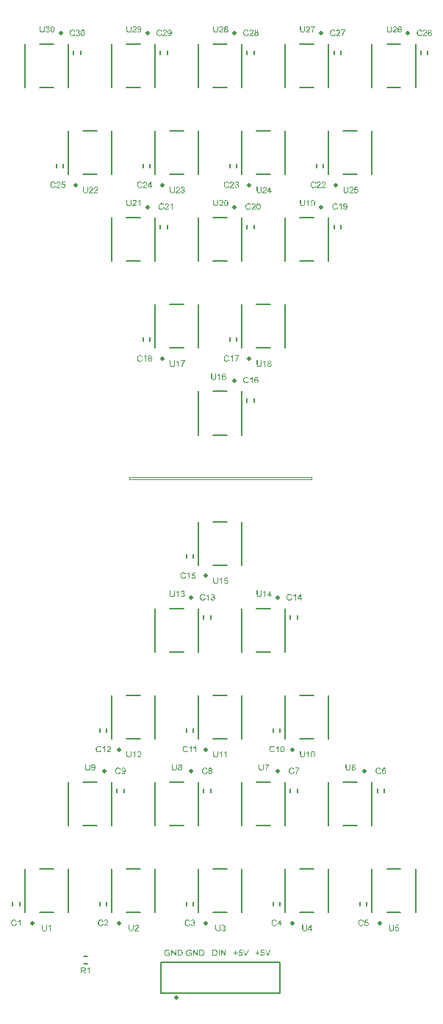
<source format=gto>
%FSLAX33Y33*%
%MOMM*%
%ADD10C,0.1*%
%ADD11C,0.15*%
%ADD12C,0.500001X0.000003*%
%ADD13C,0.500001X0.000003*%
%ADD14C,0.500001X0.000003*%
%ADD15C,0.500001X0.000003*%
%ADD16C,0.5*%
%ADD17C,0.500001X0.000003*%
%ADD18C,0.500001X0.000003*%
%ADD19C,0.500001X0.000003*%
%ADD20C,0.500001X0.000003*%
%ADD21C,0.500001X0.000003*%
%ADD22C,0.500001X0.000003*%
%ADD23C,0.500001X0.000003*%
%ADD24C,0.500001X0.000003*%
%ADD25C,0.500001X0.000003*%
%ADD26C,0.500001X0.000003*%
%ADD27C,0.500001X0.000003*%
%ADD28C,0.500001X0.000003*%
%ADD29C,0.500001X0.000003*%
%ADD30C,0.500001X0.000003*%
%ADD31C,0.500001X0.000003*%
%ADD32C,0.500001X0.000003*%
%ADD33C,0.500001X0.000003*%
%ADD34C,0.500001X0.000003*%
%ADD35C,0.500001X0.000003*%
%ADD36C,0.500001X0.000003*%
%ADD37C,0.500001X0.000003*%
%ADD38C,0.500001X0.000003*%
%ADD39C,0.500001X0.000003*%
%ADD40C,0.500001X0.000003*%
%ADD41C,0.500001X0.000003*%
%ADD42C,0.500001X0.000003*%
D10*
%LNpath-3*%
G01*
X27000Y59900D02*
X48000Y59900D01*
X48000Y60100*
X27000Y60100*
X27000Y59900*
%LNtop silkscreen_traces*%
%LNtop silkscreen component 78bb79f4d4ef9cef*%
D11*
X30000Y90000D02*
X30000Y85000D01*
X26700Y85000D02*
X28300Y85000D01*
X25000Y90000D02*
X25000Y85000D01*
X26700Y90000D02*
X28300Y90000D01*
D12*
X29150Y91250D03*
G36*
X27172Y92066D02*
X27267Y92066D01*
X27267Y91652D01*
X27265Y91601D01*
X27260Y91555D01*
X27253Y91515D01*
X27242Y91481D01*
X27228Y91451D01*
X27208Y91423D01*
X27183Y91399D01*
X27154Y91378D01*
X27120Y91360D01*
X27080Y91348D01*
X27036Y91340D01*
X26987Y91338D01*
X26939Y91340D01*
X26895Y91346D01*
X26857Y91357D01*
X26822Y91372D01*
X26793Y91392D01*
X26767Y91415D01*
X26747Y91442D01*
X26731Y91473D01*
X26719Y91509D01*
X26710Y91550D01*
X26705Y91598D01*
X26704Y91652D01*
X26704Y92066D01*
X26798Y92066D01*
X26798Y91653D01*
X26799Y91609D01*
X26803Y91572D01*
X26808Y91540D01*
X26816Y91515D01*
X26826Y91494D01*
X26839Y91476D01*
X26856Y91460D01*
X26875Y91447D01*
X26898Y91437D01*
X26922Y91429D01*
X26949Y91425D01*
X26979Y91423D01*
X27027Y91426D01*
X27068Y91435D01*
X27101Y91450D01*
X27127Y91471D01*
X27147Y91500D01*
X27161Y91540D01*
X27169Y91591D01*
X27172Y91653D01*
X27172Y92066D01*
X27172Y92066D01*
X27851Y91434D02*
X27851Y91350D01*
X27377Y91350D01*
X27378Y91366D01*
X27380Y91381D01*
X27383Y91396D01*
X27388Y91411D01*
X27398Y91435D01*
X27411Y91459D01*
X27427Y91483D01*
X27446Y91506D01*
X27468Y91531D01*
X27494Y91557D01*
X27525Y91585D01*
X27561Y91615D01*
X27614Y91660D01*
X27658Y91700D01*
X27693Y91736D01*
X27718Y91766D01*
X27736Y91794D01*
X27749Y91821D01*
X27757Y91847D01*
X27759Y91872D01*
X27757Y91897D01*
X27750Y91920D01*
X27738Y91941D01*
X27722Y91960D01*
X27702Y91976D01*
X27679Y91987D01*
X27653Y91994D01*
X27625Y91996D01*
X27594Y91994D01*
X27567Y91986D01*
X27544Y91975D01*
X27523Y91958D01*
X27506Y91937D01*
X27494Y91912D01*
X27487Y91884D01*
X27484Y91852D01*
X27394Y91862D01*
X27402Y91909D01*
X27416Y91951D01*
X27437Y91986D01*
X27464Y92016D01*
X27497Y92039D01*
X27535Y92056D01*
X27578Y92065D01*
X27626Y92069D01*
X27675Y92065D01*
X27719Y92054D01*
X27757Y92037D01*
X27790Y92012D01*
X27816Y91981D01*
X27835Y91948D01*
X27846Y91911D01*
X27850Y91870D01*
X27849Y91849D01*
X27845Y91827D01*
X27840Y91806D01*
X27832Y91786D01*
X27822Y91765D01*
X27809Y91743D01*
X27793Y91721D01*
X27774Y91698D01*
X27750Y91673D01*
X27719Y91644D01*
X27682Y91610D01*
X27638Y91572D01*
X27602Y91542D01*
X27573Y91516D01*
X27551Y91497D01*
X27537Y91482D01*
X27526Y91470D01*
X27516Y91458D01*
X27507Y91446D01*
X27500Y91434D01*
X27851Y91434D01*
X27851Y91434D01*
X28276Y91350D02*
X28188Y91350D01*
X28188Y91910D01*
X28171Y91895D01*
X28151Y91880D01*
X28129Y91865D01*
X28105Y91850D01*
X28080Y91835D01*
X28056Y91823D01*
X28033Y91813D01*
X28012Y91804D01*
X28012Y91889D01*
X28048Y91907D01*
X28081Y91927D01*
X28112Y91949D01*
X28141Y91973D01*
X28167Y91998D01*
X28188Y92022D01*
X28206Y92045D01*
X28219Y92069D01*
X28276Y92069D01*
X28276Y91350D01*
X28276Y91350D01*
G37*
%LNtop silkscreen component 9632a9442b6f89ac*%
D11*
X44400Y30785D02*
X44400Y31215D01*
X43600Y30785D02*
X43600Y31215D01*
G36*
X43698Y28701D02*
X43793Y28677D01*
X43775Y28622D01*
X43751Y28574D01*
X43722Y28533D01*
X43686Y28499D01*
X43645Y28472D01*
X43600Y28453D01*
X43550Y28442D01*
X43497Y28438D01*
X43441Y28441D01*
X43392Y28450D01*
X43347Y28464D01*
X43308Y28485D01*
X43274Y28511D01*
X43245Y28543D01*
X43219Y28579D01*
X43198Y28621D01*
X43181Y28667D01*
X43170Y28714D01*
X43163Y28763D01*
X43160Y28813D01*
X43163Y28867D01*
X43171Y28918D01*
X43184Y28965D01*
X43203Y29008D01*
X43227Y29047D01*
X43255Y29082D01*
X43287Y29111D01*
X43324Y29135D01*
X43365Y29154D01*
X43407Y29167D01*
X43452Y29175D01*
X43498Y29178D01*
X43550Y29175D01*
X43597Y29164D01*
X43640Y29147D01*
X43679Y29123D01*
X43713Y29093D01*
X43741Y29058D01*
X43764Y29016D01*
X43781Y28970D01*
X43688Y28948D01*
X43674Y28984D01*
X43657Y29015D01*
X43638Y29041D01*
X43615Y29061D01*
X43590Y29077D01*
X43562Y29088D01*
X43530Y29095D01*
X43496Y29097D01*
X43457Y29095D01*
X43420Y29087D01*
X43388Y29075D01*
X43358Y29057D01*
X43333Y29036D01*
X43311Y29011D01*
X43294Y28983D01*
X43280Y28951D01*
X43270Y28918D01*
X43263Y28884D01*
X43259Y28849D01*
X43258Y28814D01*
X43259Y28770D01*
X43264Y28728D01*
X43273Y28690D01*
X43284Y28654D01*
X43300Y28622D01*
X43318Y28595D01*
X43341Y28572D01*
X43367Y28553D01*
X43396Y28538D01*
X43426Y28527D01*
X43457Y28521D01*
X43489Y28519D01*
X43527Y28522D01*
X43562Y28530D01*
X43594Y28545D01*
X43624Y28565D01*
X43649Y28590D01*
X43670Y28622D01*
X43686Y28659D01*
X43698Y28701D01*
X43698Y28701D01*
X44205Y28450D02*
X44117Y28450D01*
X44117Y29010D01*
X44100Y28995D01*
X44081Y28980D01*
X44058Y28965D01*
X44034Y28950D01*
X44009Y28935D01*
X43985Y28923D01*
X43963Y28913D01*
X43941Y28904D01*
X43941Y28989D01*
X43977Y29007D01*
X44011Y29027D01*
X44042Y29049D01*
X44070Y29073D01*
X44096Y29098D01*
X44117Y29122D01*
X44135Y29145D01*
X44148Y29169D01*
X44205Y29169D01*
X44205Y28450D01*
X44205Y28450D01*
X44430Y28803D02*
X44432Y28863D01*
X44437Y28918D01*
X44445Y28966D01*
X44456Y29007D01*
X44471Y29044D01*
X44489Y29076D01*
X44510Y29104D01*
X44534Y29127D01*
X44561Y29145D01*
X44592Y29158D01*
X44626Y29166D01*
X44664Y29169D01*
X44692Y29167D01*
X44718Y29163D01*
X44742Y29156D01*
X44765Y29146D01*
X44785Y29133D01*
X44804Y29117D01*
X44821Y29099D01*
X44836Y29079D01*
X44850Y29056D01*
X44862Y29030D01*
X44872Y29002D01*
X44881Y28972D01*
X44888Y28938D01*
X44893Y28899D01*
X44896Y28854D01*
X44897Y28803D01*
X44895Y28743D01*
X44891Y28689D01*
X44882Y28641D01*
X44871Y28600D01*
X44857Y28563D01*
X44839Y28531D01*
X44818Y28503D01*
X44794Y28480D01*
X44766Y28462D01*
X44735Y28448D01*
X44701Y28440D01*
X44664Y28438D01*
X44657Y28438D01*
X44664Y28510D01*
X44693Y28514D01*
X44719Y28525D01*
X44744Y28543D01*
X44765Y28569D01*
X44783Y28605D01*
X44796Y28657D01*
X44804Y28722D01*
X44807Y28803D01*
X44804Y28884D01*
X44796Y28950D01*
X44783Y29001D01*
X44765Y29038D01*
X44744Y29063D01*
X44719Y29081D01*
X44692Y29092D01*
X44663Y29096D01*
X44634Y29093D01*
X44608Y29083D01*
X44586Y29067D01*
X44566Y29045D01*
X44546Y29005D01*
X44532Y28952D01*
X44523Y28884D01*
X44521Y28803D01*
X44521Y28803D01*
X44523Y28722D01*
X44531Y28656D01*
X44544Y28605D01*
X44562Y28568D01*
X44584Y28543D01*
X44608Y28525D01*
X44635Y28514D01*
X44664Y28510D01*
X44657Y28438D01*
X44615Y28442D01*
X44571Y28456D01*
X44533Y28480D01*
X44501Y28512D01*
X44470Y28564D01*
X44448Y28629D01*
X44435Y28709D01*
X44430Y28803D01*
X44430Y28803D01*
G37*
%LNtop silkscreen component edf55b786bae4c0b*%
X25000Y10000D02*
X25000Y15000D01*
X28300Y15000D02*
X26700Y15000D01*
X30000Y10000D02*
X30000Y15000D01*
X28300Y10000D02*
X26700Y10000D01*
D13*
X25850Y8750D03*
G36*
X27422Y8566D02*
X27517Y8566D01*
X27517Y8152D01*
X27515Y8101D01*
X27510Y8055D01*
X27503Y8015D01*
X27492Y7981D01*
X27478Y7951D01*
X27458Y7923D01*
X27433Y7899D01*
X27404Y7878D01*
X27370Y7860D01*
X27330Y7848D01*
X27286Y7840D01*
X27237Y7838D01*
X27189Y7840D01*
X27145Y7846D01*
X27107Y7857D01*
X27072Y7872D01*
X27043Y7892D01*
X27017Y7915D01*
X26997Y7942D01*
X26981Y7973D01*
X26969Y8009D01*
X26960Y8050D01*
X26955Y8098D01*
X26954Y8152D01*
X26954Y8566D01*
X27048Y8566D01*
X27048Y8153D01*
X27049Y8109D01*
X27053Y8072D01*
X27058Y8040D01*
X27066Y8015D01*
X27076Y7994D01*
X27089Y7976D01*
X27106Y7960D01*
X27125Y7947D01*
X27148Y7937D01*
X27172Y7929D01*
X27199Y7925D01*
X27229Y7923D01*
X27277Y7926D01*
X27318Y7935D01*
X27351Y7950D01*
X27377Y7971D01*
X27397Y8000D01*
X27411Y8040D01*
X27419Y8091D01*
X27422Y8153D01*
X27422Y8566D01*
X27422Y8566D01*
X28101Y7934D02*
X28101Y7850D01*
X27627Y7850D01*
X27628Y7866D01*
X27630Y7881D01*
X27633Y7896D01*
X27638Y7911D01*
X27648Y7935D01*
X27661Y7959D01*
X27677Y7983D01*
X27696Y8006D01*
X27718Y8031D01*
X27744Y8057D01*
X27775Y8085D01*
X27811Y8115D01*
X27864Y8160D01*
X27908Y8200D01*
X27943Y8236D01*
X27968Y8266D01*
X27986Y8294D01*
X27999Y8321D01*
X28007Y8347D01*
X28009Y8372D01*
X28007Y8397D01*
X28000Y8420D01*
X27988Y8441D01*
X27972Y8460D01*
X27952Y8476D01*
X27929Y8487D01*
X27903Y8494D01*
X27875Y8496D01*
X27844Y8494D01*
X27817Y8486D01*
X27794Y8475D01*
X27773Y8458D01*
X27756Y8437D01*
X27744Y8412D01*
X27737Y8384D01*
X27734Y8352D01*
X27644Y8362D01*
X27652Y8409D01*
X27666Y8451D01*
X27687Y8486D01*
X27714Y8516D01*
X27747Y8539D01*
X27785Y8556D01*
X27828Y8565D01*
X27876Y8569D01*
X27925Y8565D01*
X27969Y8554D01*
X28007Y8537D01*
X28040Y8512D01*
X28066Y8481D01*
X28085Y8448D01*
X28096Y8411D01*
X28100Y8370D01*
X28099Y8349D01*
X28095Y8327D01*
X28090Y8306D01*
X28082Y8286D01*
X28072Y8265D01*
X28059Y8243D01*
X28043Y8221D01*
X28024Y8198D01*
X28000Y8173D01*
X27969Y8144D01*
X27932Y8110D01*
X27888Y8072D01*
X27852Y8042D01*
X27823Y8016D01*
X27801Y7997D01*
X27787Y7982D01*
X27776Y7970D01*
X27766Y7958D01*
X27757Y7946D01*
X27750Y7934D01*
X28101Y7934D01*
X28101Y7934D01*
G37*
%LNtop silkscreen component b33a798229717f8e*%
D11*
X30600Y89215D02*
X30600Y88785D01*
X31400Y89215D02*
X31400Y88785D01*
G36*
X30948Y91201D02*
X31043Y91177D01*
X31025Y91122D01*
X31001Y91074D01*
X30972Y91033D01*
X30936Y90999D01*
X30895Y90972D01*
X30850Y90953D01*
X30800Y90942D01*
X30747Y90938D01*
X30691Y90941D01*
X30642Y90950D01*
X30597Y90964D01*
X30558Y90985D01*
X30524Y91011D01*
X30495Y91043D01*
X30469Y91079D01*
X30448Y91121D01*
X30431Y91167D01*
X30420Y91214D01*
X30413Y91263D01*
X30410Y91313D01*
X30413Y91367D01*
X30421Y91418D01*
X30434Y91465D01*
X30453Y91508D01*
X30477Y91547D01*
X30505Y91582D01*
X30537Y91611D01*
X30574Y91635D01*
X30615Y91654D01*
X30657Y91667D01*
X30702Y91675D01*
X30748Y91678D01*
X30800Y91675D01*
X30847Y91664D01*
X30890Y91647D01*
X30929Y91623D01*
X30963Y91593D01*
X30991Y91558D01*
X31014Y91516D01*
X31031Y91470D01*
X30938Y91448D01*
X30924Y91484D01*
X30907Y91515D01*
X30888Y91541D01*
X30865Y91561D01*
X30840Y91577D01*
X30812Y91588D01*
X30780Y91595D01*
X30746Y91597D01*
X30707Y91595D01*
X30670Y91587D01*
X30638Y91575D01*
X30608Y91557D01*
X30583Y91536D01*
X30561Y91511D01*
X30544Y91483D01*
X30530Y91451D01*
X30520Y91418D01*
X30513Y91384D01*
X30509Y91349D01*
X30508Y91314D01*
X30509Y91270D01*
X30514Y91228D01*
X30523Y91190D01*
X30534Y91154D01*
X30550Y91122D01*
X30568Y91095D01*
X30591Y91072D01*
X30617Y91053D01*
X30646Y91038D01*
X30676Y91027D01*
X30707Y91021D01*
X30739Y91019D01*
X30777Y91022D01*
X30812Y91030D01*
X30844Y91045D01*
X30874Y91065D01*
X30899Y91090D01*
X30920Y91122D01*
X30936Y91159D01*
X30948Y91201D01*
X30948Y91201D01*
X31586Y91034D02*
X31586Y90950D01*
X31113Y90950D01*
X31113Y90966D01*
X31115Y90981D01*
X31118Y90996D01*
X31123Y91011D01*
X31133Y91035D01*
X31147Y91059D01*
X31162Y91083D01*
X31181Y91106D01*
X31203Y91131D01*
X31230Y91157D01*
X31261Y91185D01*
X31296Y91215D01*
X31350Y91260D01*
X31394Y91300D01*
X31428Y91336D01*
X31454Y91366D01*
X31472Y91394D01*
X31484Y91421D01*
X31492Y91447D01*
X31495Y91472D01*
X31492Y91497D01*
X31485Y91520D01*
X31474Y91541D01*
X31457Y91560D01*
X31437Y91576D01*
X31414Y91587D01*
X31388Y91594D01*
X31360Y91596D01*
X31330Y91594D01*
X31303Y91586D01*
X31279Y91575D01*
X31258Y91558D01*
X31242Y91537D01*
X31230Y91512D01*
X31222Y91484D01*
X31220Y91452D01*
X31129Y91462D01*
X31137Y91509D01*
X31151Y91551D01*
X31172Y91586D01*
X31199Y91616D01*
X31232Y91639D01*
X31270Y91656D01*
X31313Y91665D01*
X31362Y91669D01*
X31411Y91665D01*
X31454Y91654D01*
X31492Y91637D01*
X31525Y91612D01*
X31551Y91581D01*
X31570Y91548D01*
X31581Y91511D01*
X31585Y91470D01*
X31584Y91449D01*
X31581Y91427D01*
X31575Y91406D01*
X31567Y91386D01*
X31557Y91365D01*
X31544Y91343D01*
X31528Y91321D01*
X31509Y91298D01*
X31485Y91273D01*
X31455Y91244D01*
X31418Y91210D01*
X31374Y91172D01*
X31338Y91142D01*
X31309Y91116D01*
X31287Y91097D01*
X31272Y91082D01*
X31261Y91070D01*
X31251Y91058D01*
X31243Y91046D01*
X31235Y91034D01*
X31586Y91034D01*
X31586Y91034D01*
X32011Y90950D02*
X31923Y90950D01*
X31923Y91510D01*
X31906Y91495D01*
X31887Y91480D01*
X31865Y91465D01*
X31840Y91450D01*
X31815Y91435D01*
X31791Y91423D01*
X31769Y91413D01*
X31748Y91404D01*
X31748Y91489D01*
X31783Y91507D01*
X31817Y91527D01*
X31848Y91549D01*
X31876Y91573D01*
X31902Y91598D01*
X31924Y91622D01*
X31941Y91645D01*
X31955Y91669D01*
X32011Y91669D01*
X32011Y90950D01*
X32011Y90950D01*
G37*
%LNtop silkscreen component 46774e9bea70c1fc*%
X50000Y110000D02*
X50000Y105000D01*
X46700Y105000D02*
X48300Y105000D01*
X45000Y110000D02*
X45000Y105000D01*
X46700Y110000D02*
X48300Y110000D01*
D14*
X49150Y111250D03*
G36*
X47172Y112066D02*
X47267Y112066D01*
X47267Y111652D01*
X47265Y111601D01*
X47260Y111555D01*
X47253Y111515D01*
X47242Y111481D01*
X47228Y111451D01*
X47208Y111423D01*
X47183Y111399D01*
X47154Y111378D01*
X47120Y111360D01*
X47080Y111348D01*
X47036Y111340D01*
X46987Y111338D01*
X46939Y111340D01*
X46895Y111346D01*
X46857Y111357D01*
X46822Y111372D01*
X46793Y111392D01*
X46767Y111415D01*
X46747Y111442D01*
X46731Y111473D01*
X46719Y111509D01*
X46710Y111550D01*
X46705Y111598D01*
X46704Y111652D01*
X46704Y112066D01*
X46798Y112066D01*
X46798Y111653D01*
X46799Y111609D01*
X46803Y111572D01*
X46808Y111540D01*
X46816Y111515D01*
X46826Y111494D01*
X46839Y111476D01*
X46856Y111460D01*
X46875Y111447D01*
X46898Y111437D01*
X46922Y111429D01*
X46949Y111425D01*
X46979Y111423D01*
X47027Y111426D01*
X47068Y111435D01*
X47101Y111450D01*
X47127Y111471D01*
X47147Y111500D01*
X47161Y111540D01*
X47169Y111591D01*
X47172Y111653D01*
X47172Y112066D01*
X47172Y112066D01*
X47851Y111434D02*
X47851Y111350D01*
X47377Y111350D01*
X47378Y111366D01*
X47380Y111381D01*
X47383Y111396D01*
X47388Y111411D01*
X47398Y111435D01*
X47411Y111459D01*
X47427Y111483D01*
X47446Y111506D01*
X47468Y111531D01*
X47494Y111557D01*
X47525Y111585D01*
X47561Y111615D01*
X47614Y111660D01*
X47658Y111700D01*
X47693Y111736D01*
X47718Y111766D01*
X47736Y111794D01*
X47749Y111821D01*
X47757Y111847D01*
X47759Y111872D01*
X47757Y111897D01*
X47750Y111920D01*
X47738Y111941D01*
X47722Y111960D01*
X47702Y111976D01*
X47679Y111987D01*
X47653Y111994D01*
X47625Y111996D01*
X47594Y111994D01*
X47567Y111986D01*
X47544Y111975D01*
X47523Y111958D01*
X47506Y111937D01*
X47494Y111912D01*
X47487Y111884D01*
X47484Y111852D01*
X47394Y111862D01*
X47402Y111909D01*
X47416Y111951D01*
X47437Y111986D01*
X47464Y112016D01*
X47497Y112039D01*
X47535Y112056D01*
X47578Y112065D01*
X47626Y112069D01*
X47675Y112065D01*
X47719Y112054D01*
X47757Y112037D01*
X47790Y112012D01*
X47816Y111981D01*
X47835Y111948D01*
X47846Y111911D01*
X47850Y111870D01*
X47849Y111849D01*
X47845Y111827D01*
X47840Y111806D01*
X47832Y111786D01*
X47822Y111765D01*
X47809Y111743D01*
X47793Y111721D01*
X47774Y111698D01*
X47750Y111673D01*
X47719Y111644D01*
X47682Y111610D01*
X47638Y111572D01*
X47602Y111542D01*
X47573Y111516D01*
X47551Y111497D01*
X47537Y111482D01*
X47526Y111470D01*
X47516Y111458D01*
X47507Y111446D01*
X47500Y111434D01*
X47851Y111434D01*
X47851Y111434D01*
X47951Y111972D02*
X47951Y112057D01*
X48414Y112057D01*
X48414Y111988D01*
X48380Y111949D01*
X48346Y111903D01*
X48312Y111852D01*
X48279Y111795D01*
X48247Y111734D01*
X48219Y111673D01*
X48195Y111610D01*
X48175Y111547D01*
X48163Y111501D01*
X48153Y111453D01*
X48146Y111402D01*
X48141Y111350D01*
X48051Y111350D01*
X48053Y111394D01*
X48060Y111443D01*
X48070Y111496D01*
X48084Y111554D01*
X48102Y111613D01*
X48123Y111672D01*
X48147Y111729D01*
X48175Y111785D01*
X48205Y111838D01*
X48236Y111887D01*
X48268Y111932D01*
X48301Y111972D01*
X47951Y111972D01*
X47951Y111972D01*
G37*
%LNtop silkscreen component 729c25ffeae60cb0*%
D11*
X45600Y24215D02*
X45600Y23785D01*
X46400Y24215D02*
X46400Y23785D01*
G36*
X45948Y26201D02*
X46043Y26177D01*
X46025Y26122D01*
X46001Y26074D01*
X45972Y26033D01*
X45936Y25999D01*
X45895Y25972D01*
X45850Y25953D01*
X45800Y25942D01*
X45747Y25938D01*
X45691Y25941D01*
X45642Y25950D01*
X45597Y25964D01*
X45558Y25985D01*
X45524Y26011D01*
X45495Y26043D01*
X45469Y26079D01*
X45448Y26121D01*
X45431Y26167D01*
X45420Y26214D01*
X45413Y26263D01*
X45410Y26313D01*
X45413Y26367D01*
X45421Y26418D01*
X45434Y26465D01*
X45453Y26508D01*
X45477Y26547D01*
X45505Y26582D01*
X45537Y26611D01*
X45574Y26635D01*
X45615Y26654D01*
X45657Y26667D01*
X45702Y26675D01*
X45748Y26678D01*
X45800Y26675D01*
X45847Y26664D01*
X45890Y26647D01*
X45929Y26623D01*
X45963Y26593D01*
X45991Y26558D01*
X46014Y26516D01*
X46031Y26470D01*
X45938Y26448D01*
X45924Y26484D01*
X45907Y26515D01*
X45888Y26541D01*
X45865Y26561D01*
X45840Y26577D01*
X45812Y26588D01*
X45780Y26595D01*
X45746Y26597D01*
X45707Y26595D01*
X45670Y26587D01*
X45638Y26575D01*
X45608Y26557D01*
X45583Y26536D01*
X45561Y26511D01*
X45544Y26483D01*
X45530Y26451D01*
X45520Y26418D01*
X45513Y26384D01*
X45509Y26349D01*
X45508Y26314D01*
X45509Y26270D01*
X45514Y26228D01*
X45523Y26190D01*
X45534Y26154D01*
X45550Y26122D01*
X45568Y26095D01*
X45591Y26072D01*
X45617Y26053D01*
X45646Y26038D01*
X45676Y26027D01*
X45707Y26021D01*
X45739Y26019D01*
X45777Y26022D01*
X45812Y26030D01*
X45844Y26045D01*
X45874Y26065D01*
X45899Y26090D01*
X45920Y26122D01*
X45936Y26159D01*
X45948Y26201D01*
X45948Y26201D01*
X46130Y26572D02*
X46130Y26657D01*
X46593Y26657D01*
X46593Y26588D01*
X46559Y26549D01*
X46525Y26503D01*
X46491Y26452D01*
X46458Y26395D01*
X46426Y26334D01*
X46398Y26273D01*
X46374Y26210D01*
X46354Y26147D01*
X46342Y26101D01*
X46332Y26053D01*
X46325Y26002D01*
X46320Y25950D01*
X46230Y25950D01*
X46233Y25994D01*
X46239Y26043D01*
X46249Y26096D01*
X46263Y26154D01*
X46281Y26213D01*
X46302Y26272D01*
X46326Y26329D01*
X46354Y26385D01*
X46384Y26438D01*
X46415Y26487D01*
X46448Y26532D01*
X46480Y26572D01*
X46130Y26572D01*
X46130Y26572D01*
G37*
%LNtop silkscreen component 643cfa0a4a7bc55f*%
X35000Y45000D02*
X35000Y40000D01*
X31700Y40000D02*
X33300Y40000D01*
X30000Y45000D02*
X30000Y40000D01*
X31700Y45000D02*
X33300Y45000D01*
D15*
X34150Y46250D03*
G36*
X32172Y47066D02*
X32267Y47066D01*
X32267Y46652D01*
X32265Y46601D01*
X32260Y46555D01*
X32253Y46515D01*
X32242Y46481D01*
X32228Y46451D01*
X32208Y46423D01*
X32183Y46399D01*
X32154Y46378D01*
X32120Y46360D01*
X32080Y46348D01*
X32036Y46340D01*
X31987Y46338D01*
X31939Y46340D01*
X31895Y46346D01*
X31857Y46357D01*
X31822Y46372D01*
X31793Y46392D01*
X31767Y46415D01*
X31747Y46442D01*
X31731Y46473D01*
X31719Y46509D01*
X31710Y46550D01*
X31705Y46598D01*
X31704Y46652D01*
X31704Y47066D01*
X31798Y47066D01*
X31798Y46653D01*
X31799Y46609D01*
X31803Y46572D01*
X31808Y46540D01*
X31816Y46515D01*
X31826Y46494D01*
X31839Y46476D01*
X31856Y46460D01*
X31875Y46447D01*
X31898Y46437D01*
X31922Y46429D01*
X31949Y46425D01*
X31979Y46423D01*
X32027Y46426D01*
X32068Y46435D01*
X32101Y46450D01*
X32127Y46471D01*
X32147Y46500D01*
X32161Y46540D01*
X32169Y46591D01*
X32172Y46653D01*
X32172Y47066D01*
X32172Y47066D01*
X32720Y46350D02*
X32632Y46350D01*
X32632Y46910D01*
X32615Y46895D01*
X32595Y46880D01*
X32573Y46865D01*
X32549Y46850D01*
X32523Y46835D01*
X32500Y46823D01*
X32477Y46813D01*
X32456Y46804D01*
X32456Y46889D01*
X32492Y46907D01*
X32525Y46927D01*
X32556Y46949D01*
X32585Y46973D01*
X32611Y46998D01*
X32632Y47022D01*
X32650Y47045D01*
X32663Y47069D01*
X32720Y47069D01*
X32720Y46350D01*
X32720Y46350D01*
X32945Y46539D02*
X33033Y46551D01*
X33042Y46516D01*
X33054Y46486D01*
X33068Y46462D01*
X33085Y46443D01*
X33104Y46429D01*
X33125Y46418D01*
X33148Y46412D01*
X33173Y46410D01*
X33203Y46413D01*
X33231Y46421D01*
X33256Y46434D01*
X33278Y46453D01*
X33297Y46476D01*
X33310Y46501D01*
X33318Y46529D01*
X33321Y46559D01*
X33318Y46588D01*
X33311Y46615D01*
X33299Y46638D01*
X33281Y46659D01*
X33260Y46677D01*
X33236Y46689D01*
X33210Y46696D01*
X33181Y46699D01*
X33167Y46698D01*
X33153Y46696D01*
X33136Y46693D01*
X33119Y46689D01*
X33128Y46766D01*
X33133Y46766D01*
X33136Y46765D01*
X33140Y46765D01*
X33143Y46765D01*
X33170Y46767D01*
X33196Y46772D01*
X33221Y46782D01*
X33244Y46794D01*
X33263Y46811D01*
X33277Y46832D01*
X33286Y46856D01*
X33289Y46885D01*
X33287Y46908D01*
X33280Y46929D01*
X33270Y46948D01*
X33256Y46965D01*
X33238Y46979D01*
X33218Y46989D01*
X33196Y46995D01*
X33171Y46996D01*
X33147Y46994D01*
X33124Y46988D01*
X33104Y46978D01*
X33086Y46964D01*
X33070Y46946D01*
X33058Y46924D01*
X33048Y46898D01*
X33042Y46868D01*
X32954Y46883D01*
X32965Y46925D01*
X32980Y46962D01*
X33001Y46993D01*
X33027Y47020D01*
X33058Y47041D01*
X33091Y47057D01*
X33129Y47066D01*
X33169Y47069D01*
X33198Y47067D01*
X33226Y47062D01*
X33252Y47055D01*
X33277Y47044D01*
X33301Y47030D01*
X33321Y47014D01*
X33338Y46996D01*
X33353Y46975D01*
X33364Y46953D01*
X33372Y46930D01*
X33377Y46907D01*
X33379Y46883D01*
X33377Y46860D01*
X33373Y46838D01*
X33365Y46818D01*
X33354Y46798D01*
X33340Y46780D01*
X33323Y46764D01*
X33303Y46750D01*
X33280Y46738D01*
X33310Y46728D01*
X33337Y46715D01*
X33360Y46698D01*
X33379Y46677D01*
X33394Y46652D01*
X33405Y46625D01*
X33412Y46595D01*
X33414Y46561D01*
X33410Y46516D01*
X33397Y46475D01*
X33376Y46437D01*
X33346Y46402D01*
X33309Y46374D01*
X33268Y46354D01*
X33223Y46341D01*
X33173Y46337D01*
X33128Y46341D01*
X33087Y46351D01*
X33049Y46369D01*
X33016Y46393D01*
X32989Y46424D01*
X32967Y46458D01*
X32953Y46496D01*
X32945Y46539D01*
X32945Y46539D01*
G37*
%LNtop silkscreen component d1d76ce3d25a1a6f*%
D11*
X44376Y0704D02*
X30624Y0704D01*
X30624Y4296*
X44376Y4296*
X44376Y0704*
D16*
X32420Y0204D03*
%LNtop silkscreen component 546bbab6ddddc770*%
D11*
X20000Y110000D02*
X20000Y105000D01*
X16700Y105000D02*
X18300Y105000D01*
X15000Y110000D02*
X15000Y105000D01*
X16700Y110000D02*
X18300Y110000D01*
D17*
X19150Y111250D03*
G36*
X17172Y112066D02*
X17267Y112066D01*
X17267Y111652D01*
X17265Y111601D01*
X17260Y111555D01*
X17253Y111515D01*
X17242Y111481D01*
X17228Y111451D01*
X17208Y111423D01*
X17183Y111399D01*
X17154Y111378D01*
X17120Y111360D01*
X17080Y111348D01*
X17036Y111340D01*
X16987Y111338D01*
X16939Y111340D01*
X16895Y111346D01*
X16857Y111357D01*
X16822Y111372D01*
X16793Y111392D01*
X16767Y111415D01*
X16747Y111442D01*
X16731Y111473D01*
X16719Y111509D01*
X16710Y111550D01*
X16705Y111598D01*
X16704Y111652D01*
X16704Y112066D01*
X16798Y112066D01*
X16798Y111653D01*
X16799Y111609D01*
X16803Y111572D01*
X16808Y111540D01*
X16816Y111515D01*
X16826Y111494D01*
X16839Y111476D01*
X16856Y111460D01*
X16875Y111447D01*
X16898Y111437D01*
X16922Y111429D01*
X16949Y111425D01*
X16979Y111423D01*
X17027Y111426D01*
X17068Y111435D01*
X17101Y111450D01*
X17127Y111471D01*
X17147Y111500D01*
X17161Y111540D01*
X17169Y111591D01*
X17172Y111653D01*
X17172Y112066D01*
X17172Y112066D01*
X17389Y111539D02*
X17477Y111551D01*
X17486Y111516D01*
X17498Y111486D01*
X17512Y111462D01*
X17529Y111443D01*
X17548Y111429D01*
X17569Y111418D01*
X17592Y111412D01*
X17617Y111410D01*
X17647Y111413D01*
X17674Y111421D01*
X17699Y111434D01*
X17722Y111453D01*
X17741Y111476D01*
X17754Y111501D01*
X17762Y111529D01*
X17765Y111559D01*
X17762Y111588D01*
X17755Y111615D01*
X17742Y111638D01*
X17725Y111659D01*
X17704Y111677D01*
X17680Y111689D01*
X17654Y111696D01*
X17625Y111699D01*
X17611Y111698D01*
X17597Y111696D01*
X17580Y111693D01*
X17563Y111689D01*
X17572Y111766D01*
X17576Y111766D01*
X17580Y111765D01*
X17584Y111765D01*
X17586Y111765D01*
X17614Y111767D01*
X17640Y111772D01*
X17664Y111782D01*
X17688Y111794D01*
X17707Y111811D01*
X17721Y111832D01*
X17730Y111856D01*
X17732Y111885D01*
X17730Y111908D01*
X17724Y111929D01*
X17714Y111948D01*
X17700Y111965D01*
X17682Y111979D01*
X17662Y111989D01*
X17640Y111995D01*
X17615Y111996D01*
X17591Y111994D01*
X17568Y111988D01*
X17548Y111978D01*
X17530Y111964D01*
X17514Y111946D01*
X17502Y111924D01*
X17492Y111898D01*
X17486Y111868D01*
X17398Y111883D01*
X17409Y111925D01*
X17424Y111962D01*
X17445Y111993D01*
X17471Y112020D01*
X17502Y112041D01*
X17535Y112057D01*
X17573Y112066D01*
X17613Y112069D01*
X17642Y112067D01*
X17670Y112062D01*
X17696Y112055D01*
X17721Y112044D01*
X17744Y112030D01*
X17765Y112014D01*
X17782Y111996D01*
X17797Y111975D01*
X17808Y111953D01*
X17816Y111930D01*
X17821Y111907D01*
X17823Y111883D01*
X17821Y111860D01*
X17817Y111838D01*
X17809Y111818D01*
X17798Y111798D01*
X17784Y111780D01*
X17767Y111764D01*
X17747Y111750D01*
X17724Y111738D01*
X17754Y111728D01*
X17781Y111715D01*
X17803Y111698D01*
X17823Y111677D01*
X17838Y111652D01*
X17849Y111625D01*
X17856Y111595D01*
X17858Y111561D01*
X17854Y111516D01*
X17841Y111475D01*
X17819Y111437D01*
X17790Y111402D01*
X17753Y111374D01*
X17712Y111354D01*
X17667Y111341D01*
X17617Y111337D01*
X17572Y111341D01*
X17530Y111351D01*
X17493Y111369D01*
X17460Y111393D01*
X17432Y111424D01*
X17411Y111458D01*
X17397Y111496D01*
X17389Y111539D01*
X17389Y111539D01*
X17945Y111703D02*
X17946Y111763D01*
X17951Y111818D01*
X17960Y111866D01*
X17971Y111907D01*
X17986Y111944D01*
X18003Y111976D01*
X18024Y112004D01*
X18049Y112027D01*
X18076Y112045D01*
X18107Y112058D01*
X18141Y112066D01*
X18178Y112069D01*
X18206Y112067D01*
X18232Y112063D01*
X18257Y112056D01*
X18279Y112046D01*
X18300Y112033D01*
X18319Y112017D01*
X18336Y111999D01*
X18351Y111979D01*
X18364Y111956D01*
X18376Y111930D01*
X18387Y111902D01*
X18396Y111872D01*
X18403Y111838D01*
X18408Y111799D01*
X18411Y111754D01*
X18412Y111703D01*
X18410Y111643D01*
X18405Y111589D01*
X18397Y111541D01*
X18386Y111500D01*
X18371Y111463D01*
X18353Y111431D01*
X18333Y111403D01*
X18308Y111380D01*
X18281Y111362D01*
X18250Y111348D01*
X18216Y111340D01*
X18178Y111338D01*
X18171Y111338D01*
X18178Y111410D01*
X18207Y111414D01*
X18234Y111425D01*
X18258Y111443D01*
X18280Y111469D01*
X18298Y111505D01*
X18311Y111557D01*
X18319Y111622D01*
X18321Y111703D01*
X18319Y111784D01*
X18311Y111850D01*
X18298Y111901D01*
X18280Y111938D01*
X18258Y111963D01*
X18234Y111981D01*
X18207Y111992D01*
X18177Y111996D01*
X18149Y111993D01*
X18123Y111983D01*
X18100Y111967D01*
X18081Y111945D01*
X18061Y111905D01*
X18047Y111852D01*
X18038Y111784D01*
X18035Y111703D01*
X18035Y111703D01*
X18038Y111622D01*
X18045Y111556D01*
X18058Y111505D01*
X18076Y111468D01*
X18098Y111443D01*
X18123Y111425D01*
X18149Y111414D01*
X18178Y111410D01*
X18171Y111338D01*
X18129Y111342D01*
X18086Y111356D01*
X18048Y111380D01*
X18016Y111412D01*
X17985Y111464D01*
X17963Y111529D01*
X17949Y111609D01*
X17945Y111703D01*
X17945Y111703D01*
G37*
%LNtop silkscreen component 6ded99d0cd2cfa52*%
D11*
X25600Y24215D02*
X25600Y23785D01*
X26400Y24215D02*
X26400Y23785D01*
G36*
X25948Y26201D02*
X26043Y26177D01*
X26025Y26122D01*
X26001Y26074D01*
X25972Y26033D01*
X25936Y25999D01*
X25895Y25972D01*
X25850Y25953D01*
X25800Y25942D01*
X25747Y25938D01*
X25691Y25941D01*
X25642Y25950D01*
X25597Y25964D01*
X25558Y25985D01*
X25524Y26011D01*
X25495Y26043D01*
X25469Y26079D01*
X25448Y26121D01*
X25431Y26167D01*
X25420Y26214D01*
X25413Y26263D01*
X25410Y26313D01*
X25413Y26367D01*
X25421Y26418D01*
X25434Y26465D01*
X25453Y26508D01*
X25477Y26547D01*
X25505Y26582D01*
X25537Y26611D01*
X25574Y26635D01*
X25615Y26654D01*
X25657Y26667D01*
X25702Y26675D01*
X25748Y26678D01*
X25800Y26675D01*
X25847Y26664D01*
X25890Y26647D01*
X25929Y26623D01*
X25963Y26593D01*
X25991Y26558D01*
X26014Y26516D01*
X26031Y26470D01*
X25938Y26448D01*
X25924Y26484D01*
X25907Y26515D01*
X25888Y26541D01*
X25865Y26561D01*
X25840Y26577D01*
X25812Y26588D01*
X25780Y26595D01*
X25746Y26597D01*
X25707Y26595D01*
X25670Y26587D01*
X25638Y26575D01*
X25608Y26557D01*
X25583Y26536D01*
X25561Y26511D01*
X25544Y26483D01*
X25530Y26451D01*
X25520Y26418D01*
X25513Y26384D01*
X25509Y26349D01*
X25508Y26314D01*
X25509Y26270D01*
X25514Y26228D01*
X25523Y26190D01*
X25534Y26154D01*
X25550Y26122D01*
X25568Y26095D01*
X25591Y26072D01*
X25617Y26053D01*
X25646Y26038D01*
X25676Y26027D01*
X25707Y26021D01*
X25739Y26019D01*
X25777Y26022D01*
X25812Y26030D01*
X25844Y26045D01*
X25874Y26065D01*
X25899Y26090D01*
X25920Y26122D01*
X25936Y26159D01*
X25948Y26201D01*
X25948Y26201D01*
X26137Y26116D02*
X26222Y26123D01*
X26228Y26096D01*
X26237Y26072D01*
X26249Y26052D01*
X26263Y26037D01*
X26279Y26025D01*
X26297Y26017D01*
X26318Y26012D01*
X26340Y26010D01*
X26360Y26011D01*
X26378Y26015D01*
X26396Y26020D01*
X26411Y26029D01*
X26426Y26039D01*
X26439Y26050D01*
X26451Y26063D01*
X26461Y26078D01*
X26471Y26095D01*
X26479Y26115D01*
X26487Y26137D01*
X26494Y26162D01*
X26500Y26188D01*
X26504Y26215D01*
X26507Y26242D01*
X26507Y26269D01*
X26507Y26273D01*
X26507Y26277D01*
X26507Y26281D01*
X26507Y26287D01*
X26463Y26319D01*
X26475Y26336D01*
X26487Y26364D01*
X26495Y26396D01*
X26497Y26431D01*
X26497Y26431D01*
X26495Y26467D01*
X26487Y26499D01*
X26474Y26527D01*
X26457Y26552D01*
X26436Y26571D01*
X26412Y26585D01*
X26387Y26593D01*
X26360Y26596D01*
X26332Y26593D01*
X26305Y26584D01*
X26280Y26569D01*
X26258Y26548D01*
X26239Y26522D01*
X26225Y26493D01*
X26217Y26460D01*
X26214Y26424D01*
X26217Y26392D01*
X26225Y26362D01*
X26238Y26336D01*
X26256Y26313D01*
X26277Y26294D01*
X26302Y26281D01*
X26328Y26273D01*
X26357Y26270D01*
X26387Y26273D01*
X26413Y26281D01*
X26437Y26294D01*
X26458Y26313D01*
X26463Y26319D01*
X26507Y26287D01*
X26492Y26267D01*
X26476Y26249D01*
X26456Y26233D01*
X26435Y26219D01*
X26412Y26207D01*
X26387Y26199D01*
X26362Y26194D01*
X26336Y26193D01*
X26293Y26197D01*
X26254Y26209D01*
X26218Y26229D01*
X26186Y26257D01*
X26159Y26292D01*
X26139Y26332D01*
X26128Y26377D01*
X26124Y26427D01*
X26128Y26479D01*
X26140Y26525D01*
X26160Y26566D01*
X26188Y26602D01*
X26222Y26631D01*
X26261Y26652D01*
X26303Y26665D01*
X26349Y26669D01*
X26383Y26666D01*
X26416Y26659D01*
X26447Y26648D01*
X26477Y26631D01*
X26504Y26610D01*
X26528Y26586D01*
X26548Y26557D01*
X26565Y26524D01*
X26578Y26485D01*
X26587Y26439D01*
X26593Y26385D01*
X26595Y26323D01*
X26593Y26257D01*
X26587Y26199D01*
X26578Y26148D01*
X26565Y26104D01*
X26548Y26066D01*
X26528Y26032D01*
X26504Y26004D01*
X26476Y25980D01*
X26446Y25962D01*
X26412Y25948D01*
X26377Y25940D01*
X26338Y25938D01*
X26298Y25941D01*
X26262Y25949D01*
X26230Y25964D01*
X26201Y25984D01*
X26177Y26010D01*
X26159Y26041D01*
X26145Y26076D01*
X26137Y26116D01*
X26137Y26116D01*
G37*
%LNtop silkscreen component 857b3b82146560ee*%
X35000Y30000D02*
X35000Y35000D01*
X38300Y35000D02*
X36700Y35000D01*
X40000Y30000D02*
X40000Y35000D01*
X38300Y30000D02*
X36700Y30000D01*
D18*
X35850Y28750D03*
G36*
X37172Y28566D02*
X37267Y28566D01*
X37267Y28152D01*
X37265Y28101D01*
X37260Y28055D01*
X37253Y28015D01*
X37242Y27981D01*
X37228Y27951D01*
X37208Y27923D01*
X37183Y27899D01*
X37154Y27878D01*
X37120Y27860D01*
X37080Y27848D01*
X37036Y27840D01*
X36987Y27838D01*
X36939Y27840D01*
X36895Y27846D01*
X36857Y27857D01*
X36822Y27872D01*
X36793Y27892D01*
X36767Y27915D01*
X36747Y27942D01*
X36731Y27973D01*
X36719Y28009D01*
X36710Y28050D01*
X36705Y28098D01*
X36704Y28152D01*
X36704Y28566D01*
X36798Y28566D01*
X36798Y28153D01*
X36799Y28109D01*
X36803Y28072D01*
X36808Y28040D01*
X36816Y28015D01*
X36826Y27994D01*
X36839Y27976D01*
X36856Y27960D01*
X36875Y27947D01*
X36898Y27937D01*
X36922Y27929D01*
X36949Y27925D01*
X36979Y27923D01*
X37027Y27926D01*
X37068Y27935D01*
X37101Y27950D01*
X37127Y27971D01*
X37147Y28000D01*
X37161Y28040D01*
X37169Y28091D01*
X37172Y28153D01*
X37172Y28566D01*
X37172Y28566D01*
X37720Y27850D02*
X37632Y27850D01*
X37632Y28410D01*
X37615Y28395D01*
X37595Y28380D01*
X37573Y28365D01*
X37549Y28350D01*
X37523Y28335D01*
X37500Y28323D01*
X37477Y28313D01*
X37456Y28304D01*
X37456Y28389D01*
X37492Y28407D01*
X37525Y28427D01*
X37556Y28449D01*
X37585Y28473D01*
X37611Y28498D01*
X37632Y28522D01*
X37650Y28545D01*
X37663Y28569D01*
X37720Y28569D01*
X37720Y27850D01*
X37720Y27850D01*
X38202Y27850D02*
X38114Y27850D01*
X38114Y28410D01*
X38097Y28395D01*
X38077Y28380D01*
X38055Y28365D01*
X38031Y28350D01*
X38005Y28335D01*
X37982Y28323D01*
X37959Y28313D01*
X37938Y28304D01*
X37938Y28389D01*
X37974Y28407D01*
X38007Y28427D01*
X38038Y28449D01*
X38067Y28473D01*
X38092Y28498D01*
X38114Y28522D01*
X38132Y28545D01*
X38145Y28569D01*
X38202Y28569D01*
X38202Y27850D01*
X38202Y27850D01*
G37*
%LNtop silkscreen component b99354407231f660*%
D11*
X35600Y24215D02*
X35600Y23785D01*
X36400Y24215D02*
X36400Y23785D01*
G36*
X35948Y26201D02*
X36043Y26177D01*
X36025Y26122D01*
X36001Y26074D01*
X35972Y26033D01*
X35936Y25999D01*
X35895Y25972D01*
X35850Y25953D01*
X35800Y25942D01*
X35747Y25938D01*
X35691Y25941D01*
X35642Y25950D01*
X35597Y25964D01*
X35558Y25985D01*
X35524Y26011D01*
X35495Y26043D01*
X35469Y26079D01*
X35448Y26121D01*
X35431Y26167D01*
X35420Y26214D01*
X35413Y26263D01*
X35410Y26313D01*
X35413Y26367D01*
X35421Y26418D01*
X35434Y26465D01*
X35453Y26508D01*
X35477Y26547D01*
X35505Y26582D01*
X35537Y26611D01*
X35574Y26635D01*
X35615Y26654D01*
X35657Y26667D01*
X35702Y26675D01*
X35748Y26678D01*
X35800Y26675D01*
X35847Y26664D01*
X35890Y26647D01*
X35929Y26623D01*
X35963Y26593D01*
X35991Y26558D01*
X36014Y26516D01*
X36031Y26470D01*
X35938Y26448D01*
X35924Y26484D01*
X35907Y26515D01*
X35888Y26541D01*
X35865Y26561D01*
X35840Y26577D01*
X35812Y26588D01*
X35780Y26595D01*
X35746Y26597D01*
X35707Y26595D01*
X35670Y26587D01*
X35638Y26575D01*
X35608Y26557D01*
X35583Y26536D01*
X35561Y26511D01*
X35544Y26483D01*
X35530Y26451D01*
X35520Y26418D01*
X35513Y26384D01*
X35509Y26349D01*
X35508Y26314D01*
X35509Y26270D01*
X35514Y26228D01*
X35523Y26190D01*
X35534Y26154D01*
X35550Y26122D01*
X35568Y26095D01*
X35591Y26072D01*
X35617Y26053D01*
X35646Y26038D01*
X35676Y26027D01*
X35707Y26021D01*
X35739Y26019D01*
X35777Y26022D01*
X35812Y26030D01*
X35844Y26045D01*
X35874Y26065D01*
X35899Y26090D01*
X35920Y26122D01*
X35936Y26159D01*
X35948Y26201D01*
X35948Y26201D01*
X36259Y26338D02*
X36288Y26283D01*
X36276Y26277D01*
X36254Y26259D01*
X36236Y26237D01*
X36224Y26213D01*
X36216Y26186D01*
X36213Y26157D01*
X36213Y26157D01*
X36215Y26138D01*
X36218Y26120D01*
X36223Y26102D01*
X36231Y26084D01*
X36241Y26067D01*
X36253Y26053D01*
X36268Y26040D01*
X36284Y26029D01*
X36302Y26021D01*
X36321Y26015D01*
X36340Y26011D01*
X36360Y26010D01*
X36390Y26013D01*
X36417Y26020D01*
X36442Y26033D01*
X36464Y26051D01*
X36482Y26072D01*
X36495Y26097D01*
X36502Y26124D01*
X36505Y26154D01*
X36502Y26184D01*
X36494Y26212D01*
X36481Y26236D01*
X36463Y26259D01*
X36440Y26277D01*
X36415Y26290D01*
X36387Y26298D01*
X36357Y26300D01*
X36327Y26298D01*
X36300Y26290D01*
X36288Y26283D01*
X36259Y26338D01*
X36292Y26390D01*
X36312Y26380D01*
X36334Y26374D01*
X36359Y26372D01*
X36384Y26374D01*
X36406Y26380D01*
X36425Y26390D01*
X36443Y26404D01*
X36457Y26421D01*
X36467Y26439D01*
X36473Y26460D01*
X36475Y26482D01*
X36473Y26505D01*
X36467Y26527D01*
X36456Y26546D01*
X36442Y26564D01*
X36424Y26578D01*
X36404Y26588D01*
X36382Y26594D01*
X36358Y26596D01*
X36334Y26594D01*
X36312Y26588D01*
X36293Y26578D01*
X36275Y26564D01*
X36260Y26547D01*
X36250Y26529D01*
X36244Y26509D01*
X36242Y26487D01*
X36242Y26487D01*
X36244Y26463D01*
X36250Y26441D01*
X36260Y26421D01*
X36274Y26404D01*
X36292Y26390D01*
X36259Y26338D01*
X36234Y26349D01*
X36212Y26362D01*
X36193Y26378D01*
X36178Y26395D01*
X36167Y26415D01*
X36158Y26436D01*
X36154Y26459D01*
X36152Y26484D01*
X36155Y26522D01*
X36166Y26556D01*
X36183Y26587D01*
X36208Y26616D01*
X36238Y26639D01*
X36273Y26655D01*
X36313Y26665D01*
X36357Y26669D01*
X36402Y26665D01*
X36442Y26655D01*
X36477Y26638D01*
X36508Y26614D01*
X36533Y26586D01*
X36551Y26554D01*
X36562Y26519D01*
X36565Y26482D01*
X36564Y26458D01*
X36559Y26435D01*
X36551Y26414D01*
X36539Y26395D01*
X36525Y26378D01*
X36506Y26362D01*
X36485Y26349D01*
X36460Y26338D01*
X36491Y26326D01*
X36518Y26310D01*
X36541Y26291D01*
X36560Y26269D01*
X36575Y26244D01*
X36586Y26216D01*
X36593Y26187D01*
X36595Y26155D01*
X36591Y26111D01*
X36579Y26070D01*
X36558Y26033D01*
X36530Y26000D01*
X36495Y25973D01*
X36455Y25953D01*
X36409Y25942D01*
X36359Y25938D01*
X36308Y25942D01*
X36263Y25953D01*
X36223Y25973D01*
X36188Y26001D01*
X36160Y26034D01*
X36139Y26071D01*
X36127Y26112D01*
X36123Y26157D01*
X36125Y26191D01*
X36132Y26221D01*
X36143Y26249D01*
X36158Y26274D01*
X36178Y26296D01*
X36201Y26314D01*
X36228Y26328D01*
X36259Y26338D01*
X36259Y26338D01*
G37*
%LNtop silkscreen component 8249a1827e869ee2*%
X25000Y30000D02*
X25000Y35000D01*
X28300Y35000D02*
X26700Y35000D01*
X30000Y30000D02*
X30000Y35000D01*
X28300Y30000D02*
X26700Y30000D01*
D19*
X25850Y28750D03*
G36*
X27172Y28566D02*
X27267Y28566D01*
X27267Y28152D01*
X27265Y28101D01*
X27260Y28055D01*
X27253Y28015D01*
X27242Y27981D01*
X27228Y27951D01*
X27208Y27923D01*
X27183Y27899D01*
X27154Y27878D01*
X27120Y27860D01*
X27080Y27848D01*
X27036Y27840D01*
X26987Y27838D01*
X26939Y27840D01*
X26895Y27846D01*
X26857Y27857D01*
X26822Y27872D01*
X26793Y27892D01*
X26767Y27915D01*
X26747Y27942D01*
X26731Y27973D01*
X26719Y28009D01*
X26710Y28050D01*
X26705Y28098D01*
X26704Y28152D01*
X26704Y28566D01*
X26798Y28566D01*
X26798Y28153D01*
X26799Y28109D01*
X26803Y28072D01*
X26808Y28040D01*
X26816Y28015D01*
X26826Y27994D01*
X26839Y27976D01*
X26856Y27960D01*
X26875Y27947D01*
X26898Y27937D01*
X26922Y27929D01*
X26949Y27925D01*
X26979Y27923D01*
X27027Y27926D01*
X27068Y27935D01*
X27101Y27950D01*
X27127Y27971D01*
X27147Y28000D01*
X27161Y28040D01*
X27169Y28091D01*
X27172Y28153D01*
X27172Y28566D01*
X27172Y28566D01*
X27720Y27850D02*
X27632Y27850D01*
X27632Y28410D01*
X27615Y28395D01*
X27595Y28380D01*
X27573Y28365D01*
X27549Y28350D01*
X27523Y28335D01*
X27500Y28323D01*
X27477Y28313D01*
X27456Y28304D01*
X27456Y28389D01*
X27492Y28407D01*
X27525Y28427D01*
X27556Y28449D01*
X27585Y28473D01*
X27611Y28498D01*
X27632Y28522D01*
X27650Y28545D01*
X27663Y28569D01*
X27720Y28569D01*
X27720Y27850D01*
X27720Y27850D01*
X28407Y27934D02*
X28407Y27850D01*
X27934Y27850D01*
X27934Y27866D01*
X27936Y27881D01*
X27939Y27896D01*
X27944Y27911D01*
X27954Y27935D01*
X27967Y27959D01*
X27983Y27983D01*
X28002Y28006D01*
X28024Y28031D01*
X28050Y28057D01*
X28081Y28085D01*
X28117Y28115D01*
X28170Y28160D01*
X28214Y28200D01*
X28249Y28236D01*
X28274Y28266D01*
X28292Y28294D01*
X28305Y28321D01*
X28313Y28347D01*
X28315Y28372D01*
X28313Y28397D01*
X28306Y28420D01*
X28294Y28441D01*
X28278Y28460D01*
X28258Y28476D01*
X28235Y28487D01*
X28209Y28494D01*
X28181Y28496D01*
X28151Y28494D01*
X28124Y28486D01*
X28100Y28475D01*
X28079Y28458D01*
X28062Y28437D01*
X28050Y28412D01*
X28043Y28384D01*
X28041Y28352D01*
X27950Y28362D01*
X27958Y28409D01*
X27972Y28451D01*
X27993Y28486D01*
X28020Y28516D01*
X28053Y28539D01*
X28091Y28556D01*
X28134Y28565D01*
X28183Y28569D01*
X28231Y28565D01*
X28275Y28554D01*
X28313Y28537D01*
X28346Y28512D01*
X28372Y28481D01*
X28391Y28448D01*
X28402Y28411D01*
X28406Y28370D01*
X28405Y28349D01*
X28401Y28327D01*
X28396Y28306D01*
X28388Y28286D01*
X28378Y28265D01*
X28365Y28243D01*
X28349Y28221D01*
X28330Y28198D01*
X28306Y28173D01*
X28276Y28144D01*
X28238Y28110D01*
X28194Y28072D01*
X28158Y28042D01*
X28129Y28016D01*
X28108Y27997D01*
X28093Y27982D01*
X28082Y27970D01*
X28072Y27958D01*
X28063Y27946D01*
X28056Y27934D01*
X28407Y27934D01*
X28407Y27934D01*
G37*
%LNtop silkscreen component 68a65879f30d7429*%
D11*
X50600Y109215D02*
X50600Y108785D01*
X51400Y109215D02*
X51400Y108785D01*
G36*
X50698Y111201D02*
X50793Y111177D01*
X50775Y111122D01*
X50751Y111074D01*
X50722Y111033D01*
X50686Y110999D01*
X50645Y110972D01*
X50600Y110953D01*
X50550Y110942D01*
X50497Y110938D01*
X50441Y110941D01*
X50392Y110950D01*
X50347Y110964D01*
X50308Y110985D01*
X50274Y111011D01*
X50245Y111043D01*
X50219Y111079D01*
X50198Y111121D01*
X50181Y111167D01*
X50170Y111214D01*
X50163Y111263D01*
X50160Y111313D01*
X50163Y111367D01*
X50171Y111418D01*
X50184Y111465D01*
X50203Y111508D01*
X50227Y111547D01*
X50255Y111582D01*
X50287Y111611D01*
X50324Y111635D01*
X50365Y111654D01*
X50407Y111667D01*
X50452Y111675D01*
X50498Y111678D01*
X50550Y111675D01*
X50597Y111664D01*
X50640Y111647D01*
X50679Y111623D01*
X50713Y111593D01*
X50741Y111558D01*
X50764Y111516D01*
X50781Y111470D01*
X50688Y111448D01*
X50674Y111484D01*
X50657Y111515D01*
X50638Y111541D01*
X50615Y111561D01*
X50590Y111577D01*
X50562Y111588D01*
X50530Y111595D01*
X50496Y111597D01*
X50457Y111595D01*
X50420Y111587D01*
X50388Y111575D01*
X50358Y111557D01*
X50333Y111536D01*
X50311Y111511D01*
X50294Y111483D01*
X50280Y111451D01*
X50270Y111418D01*
X50263Y111384D01*
X50259Y111349D01*
X50258Y111314D01*
X50259Y111270D01*
X50264Y111228D01*
X50273Y111190D01*
X50284Y111154D01*
X50300Y111122D01*
X50318Y111095D01*
X50341Y111072D01*
X50367Y111053D01*
X50396Y111038D01*
X50426Y111027D01*
X50457Y111021D01*
X50489Y111019D01*
X50527Y111022D01*
X50562Y111030D01*
X50594Y111045D01*
X50624Y111065D01*
X50649Y111090D01*
X50670Y111122D01*
X50686Y111159D01*
X50698Y111201D01*
X50698Y111201D01*
X51336Y111034D02*
X51336Y110950D01*
X50863Y110950D01*
X50863Y110966D01*
X50865Y110981D01*
X50868Y110996D01*
X50873Y111011D01*
X50883Y111035D01*
X50897Y111059D01*
X50912Y111083D01*
X50931Y111106D01*
X50953Y111131D01*
X50980Y111157D01*
X51011Y111185D01*
X51046Y111215D01*
X51100Y111260D01*
X51144Y111300D01*
X51178Y111336D01*
X51204Y111366D01*
X51222Y111394D01*
X51234Y111421D01*
X51242Y111447D01*
X51245Y111472D01*
X51242Y111497D01*
X51235Y111520D01*
X51224Y111541D01*
X51207Y111560D01*
X51187Y111576D01*
X51164Y111587D01*
X51138Y111594D01*
X51110Y111596D01*
X51080Y111594D01*
X51053Y111586D01*
X51029Y111575D01*
X51008Y111558D01*
X50992Y111537D01*
X50980Y111512D01*
X50972Y111484D01*
X50970Y111452D01*
X50879Y111462D01*
X50887Y111509D01*
X50901Y111551D01*
X50922Y111586D01*
X50949Y111616D01*
X50982Y111639D01*
X51020Y111656D01*
X51063Y111665D01*
X51112Y111669D01*
X51161Y111665D01*
X51204Y111654D01*
X51242Y111637D01*
X51275Y111612D01*
X51301Y111581D01*
X51320Y111548D01*
X51331Y111511D01*
X51335Y111470D01*
X51334Y111449D01*
X51331Y111427D01*
X51325Y111406D01*
X51317Y111386D01*
X51307Y111365D01*
X51294Y111343D01*
X51278Y111321D01*
X51259Y111298D01*
X51235Y111273D01*
X51205Y111244D01*
X51168Y111210D01*
X51124Y111172D01*
X51088Y111142D01*
X51059Y111116D01*
X51037Y111097D01*
X51022Y111082D01*
X51011Y111070D01*
X51001Y111058D01*
X50993Y111046D01*
X50985Y111034D01*
X51336Y111034D01*
X51336Y111034D01*
X51436Y111572D02*
X51436Y111657D01*
X51899Y111657D01*
X51899Y111588D01*
X51865Y111549D01*
X51831Y111503D01*
X51798Y111452D01*
X51764Y111395D01*
X51732Y111334D01*
X51704Y111273D01*
X51680Y111210D01*
X51660Y111147D01*
X51648Y111101D01*
X51639Y111053D01*
X51631Y111002D01*
X51626Y110950D01*
X51536Y110950D01*
X51539Y110994D01*
X51545Y111043D01*
X51555Y111096D01*
X51569Y111154D01*
X51587Y111213D01*
X51608Y111272D01*
X51632Y111329D01*
X51660Y111385D01*
X51691Y111438D01*
X51722Y111487D01*
X51754Y111532D01*
X51787Y111572D01*
X51436Y111572D01*
X51436Y111572D01*
G37*
%LNtop silkscreen component 0d8c712de75aca83*%
X55000Y10000D02*
X55000Y15000D01*
X58300Y15000D02*
X56700Y15000D01*
X60000Y10000D02*
X60000Y15000D01*
X58300Y10000D02*
X56700Y10000D01*
D20*
X55850Y8750D03*
G36*
X57422Y8566D02*
X57517Y8566D01*
X57517Y8152D01*
X57515Y8101D01*
X57510Y8055D01*
X57503Y8015D01*
X57492Y7981D01*
X57478Y7951D01*
X57458Y7923D01*
X57433Y7899D01*
X57404Y7878D01*
X57370Y7860D01*
X57330Y7848D01*
X57286Y7840D01*
X57237Y7838D01*
X57189Y7840D01*
X57145Y7846D01*
X57107Y7857D01*
X57072Y7872D01*
X57043Y7892D01*
X57017Y7915D01*
X56997Y7942D01*
X56981Y7973D01*
X56969Y8009D01*
X56960Y8050D01*
X56955Y8098D01*
X56954Y8152D01*
X56954Y8566D01*
X57048Y8566D01*
X57048Y8153D01*
X57049Y8109D01*
X57053Y8072D01*
X57058Y8040D01*
X57066Y8015D01*
X57076Y7994D01*
X57089Y7976D01*
X57106Y7960D01*
X57125Y7947D01*
X57148Y7937D01*
X57172Y7929D01*
X57199Y7925D01*
X57229Y7923D01*
X57277Y7926D01*
X57318Y7935D01*
X57351Y7950D01*
X57377Y7971D01*
X57397Y8000D01*
X57411Y8040D01*
X57419Y8091D01*
X57422Y8153D01*
X57422Y8566D01*
X57422Y8566D01*
X57639Y8037D02*
X57731Y8045D01*
X57738Y8014D01*
X57748Y7986D01*
X57762Y7963D01*
X57779Y7944D01*
X57798Y7929D01*
X57820Y7919D01*
X57843Y7912D01*
X57869Y7910D01*
X57899Y7913D01*
X57927Y7922D01*
X57953Y7937D01*
X57976Y7958D01*
X57995Y7984D01*
X58009Y8014D01*
X58017Y8047D01*
X58020Y8085D01*
X58017Y8120D01*
X58009Y8152D01*
X57996Y8180D01*
X57978Y8204D01*
X57955Y8223D01*
X57929Y8236D01*
X57900Y8244D01*
X57867Y8247D01*
X57846Y8246D01*
X57827Y8242D01*
X57808Y8236D01*
X57791Y8228D01*
X57774Y8217D01*
X57760Y8206D01*
X57748Y8192D01*
X57737Y8178D01*
X57654Y8188D01*
X57724Y8556D01*
X58080Y8556D01*
X58080Y8472D01*
X57794Y8472D01*
X57755Y8280D01*
X57788Y8299D01*
X57821Y8313D01*
X57856Y8322D01*
X57891Y8325D01*
X57936Y8321D01*
X57977Y8308D01*
X58015Y8288D01*
X58049Y8260D01*
X58077Y8225D01*
X58097Y8185D01*
X58109Y8141D01*
X58113Y8093D01*
X58110Y8046D01*
X58099Y8002D01*
X58081Y7962D01*
X58057Y7925D01*
X58019Y7887D01*
X57975Y7860D01*
X57925Y7843D01*
X57869Y7838D01*
X57822Y7841D01*
X57780Y7851D01*
X57742Y7869D01*
X57709Y7892D01*
X57682Y7922D01*
X57661Y7956D01*
X57646Y7995D01*
X57639Y8037D01*
X57639Y8037D01*
G37*
%LNtop silkscreen component b3ec8871af24f4f4*%
D11*
X40600Y109215D02*
X40600Y108785D01*
X41400Y109215D02*
X41400Y108785D01*
G36*
X40698Y111201D02*
X40793Y111177D01*
X40775Y111122D01*
X40751Y111074D01*
X40722Y111033D01*
X40686Y110999D01*
X40645Y110972D01*
X40600Y110953D01*
X40550Y110942D01*
X40497Y110938D01*
X40441Y110941D01*
X40392Y110950D01*
X40347Y110964D01*
X40308Y110985D01*
X40274Y111011D01*
X40245Y111043D01*
X40219Y111079D01*
X40198Y111121D01*
X40181Y111167D01*
X40170Y111214D01*
X40163Y111263D01*
X40160Y111313D01*
X40163Y111367D01*
X40171Y111418D01*
X40184Y111465D01*
X40203Y111508D01*
X40227Y111547D01*
X40255Y111582D01*
X40287Y111611D01*
X40324Y111635D01*
X40365Y111654D01*
X40407Y111667D01*
X40452Y111675D01*
X40498Y111678D01*
X40550Y111675D01*
X40597Y111664D01*
X40640Y111647D01*
X40679Y111623D01*
X40713Y111593D01*
X40741Y111558D01*
X40764Y111516D01*
X40781Y111470D01*
X40688Y111448D01*
X40674Y111484D01*
X40657Y111515D01*
X40638Y111541D01*
X40615Y111561D01*
X40590Y111577D01*
X40562Y111588D01*
X40530Y111595D01*
X40496Y111597D01*
X40457Y111595D01*
X40420Y111587D01*
X40388Y111575D01*
X40358Y111557D01*
X40333Y111536D01*
X40311Y111511D01*
X40294Y111483D01*
X40280Y111451D01*
X40270Y111418D01*
X40263Y111384D01*
X40259Y111349D01*
X40258Y111314D01*
X40259Y111270D01*
X40264Y111228D01*
X40273Y111190D01*
X40284Y111154D01*
X40300Y111122D01*
X40318Y111095D01*
X40341Y111072D01*
X40367Y111053D01*
X40396Y111038D01*
X40426Y111027D01*
X40457Y111021D01*
X40489Y111019D01*
X40527Y111022D01*
X40562Y111030D01*
X40594Y111045D01*
X40624Y111065D01*
X40649Y111090D01*
X40670Y111122D01*
X40686Y111159D01*
X40698Y111201D01*
X40698Y111201D01*
X41336Y111034D02*
X41336Y110950D01*
X40863Y110950D01*
X40863Y110966D01*
X40865Y110981D01*
X40868Y110996D01*
X40873Y111011D01*
X40883Y111035D01*
X40897Y111059D01*
X40912Y111083D01*
X40931Y111106D01*
X40953Y111131D01*
X40980Y111157D01*
X41011Y111185D01*
X41046Y111215D01*
X41100Y111260D01*
X41144Y111300D01*
X41178Y111336D01*
X41204Y111366D01*
X41222Y111394D01*
X41234Y111421D01*
X41242Y111447D01*
X41245Y111472D01*
X41242Y111497D01*
X41235Y111520D01*
X41224Y111541D01*
X41207Y111560D01*
X41187Y111576D01*
X41164Y111587D01*
X41138Y111594D01*
X41110Y111596D01*
X41080Y111594D01*
X41053Y111586D01*
X41029Y111575D01*
X41008Y111558D01*
X40992Y111537D01*
X40980Y111512D01*
X40972Y111484D01*
X40970Y111452D01*
X40879Y111462D01*
X40887Y111509D01*
X40901Y111551D01*
X40922Y111586D01*
X40949Y111616D01*
X40982Y111639D01*
X41020Y111656D01*
X41063Y111665D01*
X41112Y111669D01*
X41161Y111665D01*
X41204Y111654D01*
X41242Y111637D01*
X41275Y111612D01*
X41301Y111581D01*
X41320Y111548D01*
X41331Y111511D01*
X41335Y111470D01*
X41334Y111449D01*
X41331Y111427D01*
X41325Y111406D01*
X41317Y111386D01*
X41307Y111365D01*
X41294Y111343D01*
X41278Y111321D01*
X41259Y111298D01*
X41235Y111273D01*
X41205Y111244D01*
X41168Y111210D01*
X41124Y111172D01*
X41088Y111142D01*
X41059Y111116D01*
X41037Y111097D01*
X41022Y111082D01*
X41011Y111070D01*
X41001Y111058D01*
X40993Y111046D01*
X40985Y111034D01*
X41336Y111034D01*
X41336Y111034D01*
X41565Y111338D02*
X41594Y111283D01*
X41582Y111277D01*
X41560Y111259D01*
X41542Y111237D01*
X41530Y111213D01*
X41522Y111186D01*
X41520Y111157D01*
X41520Y111157D01*
X41521Y111138D01*
X41524Y111120D01*
X41530Y111102D01*
X41537Y111084D01*
X41547Y111067D01*
X41560Y111053D01*
X41574Y111040D01*
X41590Y111029D01*
X41608Y111021D01*
X41627Y111015D01*
X41646Y111011D01*
X41666Y111010D01*
X41696Y111013D01*
X41724Y111020D01*
X41748Y111033D01*
X41770Y111051D01*
X41788Y111072D01*
X41801Y111097D01*
X41808Y111124D01*
X41811Y111154D01*
X41808Y111184D01*
X41800Y111212D01*
X41787Y111236D01*
X41769Y111259D01*
X41746Y111277D01*
X41721Y111290D01*
X41694Y111298D01*
X41663Y111300D01*
X41633Y111298D01*
X41606Y111290D01*
X41594Y111283D01*
X41565Y111338D01*
X41598Y111390D01*
X41618Y111380D01*
X41641Y111374D01*
X41666Y111372D01*
X41690Y111374D01*
X41712Y111380D01*
X41731Y111390D01*
X41749Y111404D01*
X41763Y111421D01*
X41773Y111439D01*
X41779Y111460D01*
X41781Y111482D01*
X41779Y111505D01*
X41773Y111527D01*
X41762Y111546D01*
X41748Y111564D01*
X41730Y111578D01*
X41710Y111588D01*
X41688Y111594D01*
X41665Y111596D01*
X41640Y111594D01*
X41619Y111588D01*
X41599Y111578D01*
X41581Y111564D01*
X41567Y111547D01*
X41556Y111529D01*
X41550Y111509D01*
X41548Y111487D01*
X41548Y111487D01*
X41550Y111463D01*
X41556Y111441D01*
X41566Y111421D01*
X41581Y111404D01*
X41598Y111390D01*
X41565Y111338D01*
X41540Y111349D01*
X41518Y111362D01*
X41499Y111378D01*
X41484Y111395D01*
X41473Y111415D01*
X41465Y111436D01*
X41460Y111459D01*
X41458Y111484D01*
X41462Y111522D01*
X41472Y111556D01*
X41490Y111587D01*
X41514Y111616D01*
X41545Y111639D01*
X41580Y111655D01*
X41619Y111665D01*
X41664Y111669D01*
X41708Y111665D01*
X41748Y111655D01*
X41784Y111638D01*
X41814Y111614D01*
X41839Y111586D01*
X41857Y111554D01*
X41868Y111519D01*
X41872Y111482D01*
X41870Y111458D01*
X41865Y111435D01*
X41857Y111414D01*
X41845Y111395D01*
X41831Y111378D01*
X41813Y111362D01*
X41791Y111349D01*
X41766Y111338D01*
X41797Y111326D01*
X41824Y111310D01*
X41847Y111291D01*
X41866Y111269D01*
X41882Y111244D01*
X41892Y111216D01*
X41899Y111187D01*
X41901Y111155D01*
X41897Y111111D01*
X41885Y111070D01*
X41864Y111033D01*
X41836Y111000D01*
X41801Y110973D01*
X41761Y110953D01*
X41715Y110942D01*
X41665Y110938D01*
X41615Y110942D01*
X41569Y110953D01*
X41529Y110973D01*
X41494Y111001D01*
X41466Y111034D01*
X41445Y111071D01*
X41433Y111112D01*
X41429Y111157D01*
X41431Y111191D01*
X41438Y111221D01*
X41449Y111249D01*
X41465Y111274D01*
X41484Y111296D01*
X41508Y111314D01*
X41535Y111328D01*
X41565Y111338D01*
X41565Y111338D01*
G37*
%LNtop silkscreen component 661c3b5780ec5454*%
X34400Y30785D02*
X34400Y31215D01*
X33600Y30785D02*
X33600Y31215D01*
G36*
X33698Y28701D02*
X33793Y28677D01*
X33775Y28622D01*
X33751Y28574D01*
X33722Y28533D01*
X33686Y28499D01*
X33645Y28472D01*
X33600Y28453D01*
X33550Y28442D01*
X33497Y28438D01*
X33441Y28441D01*
X33392Y28450D01*
X33347Y28464D01*
X33308Y28485D01*
X33274Y28511D01*
X33245Y28543D01*
X33219Y28579D01*
X33198Y28621D01*
X33181Y28667D01*
X33170Y28714D01*
X33163Y28763D01*
X33160Y28813D01*
X33163Y28867D01*
X33171Y28918D01*
X33184Y28965D01*
X33203Y29008D01*
X33227Y29047D01*
X33255Y29082D01*
X33287Y29111D01*
X33324Y29135D01*
X33365Y29154D01*
X33407Y29167D01*
X33452Y29175D01*
X33498Y29178D01*
X33550Y29175D01*
X33597Y29164D01*
X33640Y29147D01*
X33679Y29123D01*
X33713Y29093D01*
X33741Y29058D01*
X33764Y29016D01*
X33781Y28970D01*
X33688Y28948D01*
X33674Y28984D01*
X33657Y29015D01*
X33638Y29041D01*
X33615Y29061D01*
X33590Y29077D01*
X33562Y29088D01*
X33530Y29095D01*
X33496Y29097D01*
X33457Y29095D01*
X33420Y29087D01*
X33388Y29075D01*
X33358Y29057D01*
X33333Y29036D01*
X33311Y29011D01*
X33294Y28983D01*
X33280Y28951D01*
X33270Y28918D01*
X33263Y28884D01*
X33259Y28849D01*
X33258Y28814D01*
X33259Y28770D01*
X33264Y28728D01*
X33273Y28690D01*
X33284Y28654D01*
X33300Y28622D01*
X33318Y28595D01*
X33341Y28572D01*
X33367Y28553D01*
X33396Y28538D01*
X33426Y28527D01*
X33457Y28521D01*
X33489Y28519D01*
X33527Y28522D01*
X33562Y28530D01*
X33594Y28545D01*
X33624Y28565D01*
X33649Y28590D01*
X33670Y28622D01*
X33686Y28659D01*
X33698Y28701D01*
X33698Y28701D01*
X34205Y28450D02*
X34117Y28450D01*
X34117Y29010D01*
X34100Y28995D01*
X34081Y28980D01*
X34058Y28965D01*
X34034Y28950D01*
X34009Y28935D01*
X33985Y28923D01*
X33963Y28913D01*
X33941Y28904D01*
X33941Y28989D01*
X33977Y29007D01*
X34011Y29027D01*
X34042Y29049D01*
X34070Y29073D01*
X34096Y29098D01*
X34117Y29122D01*
X34135Y29145D01*
X34148Y29169D01*
X34205Y29169D01*
X34205Y28450D01*
X34205Y28450D01*
X34687Y28450D02*
X34599Y28450D01*
X34599Y29010D01*
X34582Y28995D01*
X34562Y28980D01*
X34540Y28965D01*
X34516Y28950D01*
X34491Y28935D01*
X34467Y28923D01*
X34445Y28913D01*
X34423Y28904D01*
X34423Y28989D01*
X34459Y29007D01*
X34492Y29027D01*
X34523Y29049D01*
X34552Y29073D01*
X34578Y29098D01*
X34599Y29122D01*
X34617Y29145D01*
X34630Y29169D01*
X34687Y29169D01*
X34687Y28450D01*
X34687Y28450D01*
G37*
%LNtop silkscreen component 81ca5487265ac11e*%
X40600Y69215D02*
X40600Y68785D01*
X41400Y69215D02*
X41400Y68785D01*
G36*
X40698Y71201D02*
X40793Y71177D01*
X40775Y71122D01*
X40751Y71074D01*
X40722Y71033D01*
X40686Y70999D01*
X40645Y70972D01*
X40600Y70953D01*
X40550Y70942D01*
X40497Y70938D01*
X40441Y70941D01*
X40392Y70950D01*
X40347Y70964D01*
X40308Y70985D01*
X40274Y71011D01*
X40245Y71043D01*
X40219Y71079D01*
X40198Y71121D01*
X40181Y71167D01*
X40170Y71214D01*
X40163Y71263D01*
X40160Y71313D01*
X40163Y71367D01*
X40171Y71418D01*
X40184Y71465D01*
X40203Y71508D01*
X40227Y71547D01*
X40255Y71582D01*
X40287Y71611D01*
X40324Y71635D01*
X40365Y71654D01*
X40407Y71667D01*
X40452Y71675D01*
X40498Y71678D01*
X40550Y71675D01*
X40597Y71664D01*
X40640Y71647D01*
X40679Y71623D01*
X40713Y71593D01*
X40741Y71558D01*
X40764Y71516D01*
X40781Y71470D01*
X40688Y71448D01*
X40674Y71484D01*
X40657Y71515D01*
X40638Y71541D01*
X40615Y71561D01*
X40590Y71577D01*
X40562Y71588D01*
X40530Y71595D01*
X40496Y71597D01*
X40457Y71595D01*
X40420Y71587D01*
X40388Y71575D01*
X40358Y71557D01*
X40333Y71536D01*
X40311Y71511D01*
X40294Y71483D01*
X40280Y71451D01*
X40270Y71418D01*
X40263Y71384D01*
X40259Y71349D01*
X40258Y71314D01*
X40259Y71270D01*
X40264Y71228D01*
X40273Y71190D01*
X40284Y71154D01*
X40300Y71122D01*
X40318Y71095D01*
X40341Y71072D01*
X40367Y71053D01*
X40396Y71038D01*
X40426Y71027D01*
X40457Y71021D01*
X40489Y71019D01*
X40527Y71022D01*
X40562Y71030D01*
X40594Y71045D01*
X40624Y71065D01*
X40649Y71090D01*
X40670Y71122D01*
X40686Y71159D01*
X40698Y71201D01*
X40698Y71201D01*
X41205Y70950D02*
X41117Y70950D01*
X41117Y71510D01*
X41100Y71495D01*
X41081Y71480D01*
X41058Y71465D01*
X41034Y71450D01*
X41009Y71435D01*
X40985Y71423D01*
X40963Y71413D01*
X40941Y71404D01*
X40941Y71489D01*
X40977Y71507D01*
X41011Y71527D01*
X41042Y71549D01*
X41070Y71573D01*
X41096Y71598D01*
X41117Y71622D01*
X41135Y71645D01*
X41148Y71669D01*
X41205Y71669D01*
X41205Y70950D01*
X41205Y70950D01*
X41886Y71491D02*
X41799Y71484D01*
X41792Y71508D01*
X41785Y71528D01*
X41776Y71545D01*
X41766Y71559D01*
X41747Y71575D01*
X41726Y71587D01*
X41703Y71594D01*
X41678Y71596D01*
X41657Y71595D01*
X41638Y71591D01*
X41621Y71583D01*
X41604Y71573D01*
X41584Y71556D01*
X41567Y71536D01*
X41552Y71512D01*
X41539Y71485D01*
X41528Y71453D01*
X41520Y71414D01*
X41516Y71370D01*
X41514Y71319D01*
X41560Y71283D01*
X41551Y71271D01*
X41538Y71245D01*
X41530Y71215D01*
X41527Y71182D01*
X41527Y71182D01*
X41529Y71159D01*
X41532Y71137D01*
X41538Y71116D01*
X41547Y71095D01*
X41557Y71076D01*
X41570Y71058D01*
X41584Y71044D01*
X41601Y71032D01*
X41618Y71022D01*
X41636Y71015D01*
X41655Y71011D01*
X41673Y71010D01*
X41700Y71013D01*
X41725Y71021D01*
X41748Y71035D01*
X41769Y71055D01*
X41787Y71079D01*
X41799Y71108D01*
X41807Y71140D01*
X41809Y71177D01*
X41807Y71212D01*
X41799Y71243D01*
X41787Y71271D01*
X41770Y71294D01*
X41748Y71313D01*
X41725Y71326D01*
X41699Y71334D01*
X41670Y71337D01*
X41641Y71334D01*
X41615Y71326D01*
X41591Y71313D01*
X41569Y71294D01*
X41560Y71283D01*
X41514Y71319D01*
X41530Y71342D01*
X41549Y71361D01*
X41569Y71378D01*
X41591Y71391D01*
X41615Y71401D01*
X41638Y71408D01*
X41663Y71413D01*
X41688Y71414D01*
X41730Y71410D01*
X41769Y71398D01*
X41805Y71378D01*
X41837Y71350D01*
X41864Y71315D01*
X41884Y71275D01*
X41895Y71231D01*
X41899Y71182D01*
X41897Y71149D01*
X41892Y71117D01*
X41883Y71087D01*
X41870Y71057D01*
X41854Y71030D01*
X41835Y71006D01*
X41814Y70986D01*
X41790Y70969D01*
X41764Y70955D01*
X41736Y70945D01*
X41706Y70940D01*
X41675Y70938D01*
X41622Y70943D01*
X41575Y70958D01*
X41533Y70983D01*
X41496Y71019D01*
X41465Y71066D01*
X41444Y71126D01*
X41431Y71199D01*
X41426Y71285D01*
X41431Y71382D01*
X41445Y71464D01*
X41469Y71533D01*
X41503Y71587D01*
X41539Y71623D01*
X41581Y71648D01*
X41629Y71664D01*
X41683Y71669D01*
X41723Y71666D01*
X41760Y71657D01*
X41793Y71642D01*
X41822Y71621D01*
X41846Y71595D01*
X41865Y71565D01*
X41878Y71530D01*
X41886Y71491D01*
X41886Y71491D01*
G37*
%LNtop silkscreen component 0f473c77d03db9fb*%
X35000Y25000D02*
X35000Y20000D01*
X31700Y20000D02*
X33300Y20000D01*
X30000Y25000D02*
X30000Y20000D01*
X31700Y25000D02*
X33300Y25000D01*
D21*
X34150Y26250D03*
G36*
X32422Y27066D02*
X32517Y27066D01*
X32517Y26652D01*
X32515Y26601D01*
X32510Y26555D01*
X32503Y26515D01*
X32492Y26481D01*
X32478Y26451D01*
X32458Y26423D01*
X32433Y26399D01*
X32404Y26378D01*
X32370Y26360D01*
X32330Y26348D01*
X32286Y26340D01*
X32237Y26338D01*
X32189Y26340D01*
X32145Y26346D01*
X32107Y26357D01*
X32072Y26372D01*
X32043Y26392D01*
X32017Y26415D01*
X31997Y26442D01*
X31981Y26473D01*
X31969Y26509D01*
X31960Y26550D01*
X31955Y26598D01*
X31954Y26652D01*
X31954Y27066D01*
X32048Y27066D01*
X32048Y26653D01*
X32049Y26609D01*
X32053Y26572D01*
X32058Y26540D01*
X32066Y26515D01*
X32076Y26494D01*
X32089Y26476D01*
X32106Y26460D01*
X32125Y26447D01*
X32148Y26437D01*
X32172Y26429D01*
X32199Y26425D01*
X32229Y26423D01*
X32277Y26426D01*
X32318Y26435D01*
X32351Y26450D01*
X32377Y26471D01*
X32397Y26500D01*
X32411Y26540D01*
X32419Y26591D01*
X32422Y26653D01*
X32422Y27066D01*
X32422Y27066D01*
X32774Y26738D02*
X32803Y26683D01*
X32791Y26677D01*
X32769Y26659D01*
X32751Y26637D01*
X32738Y26613D01*
X32731Y26586D01*
X32728Y26557D01*
X32728Y26557D01*
X32729Y26538D01*
X32732Y26520D01*
X32738Y26502D01*
X32746Y26484D01*
X32756Y26467D01*
X32768Y26453D01*
X32782Y26440D01*
X32799Y26429D01*
X32817Y26421D01*
X32835Y26415D01*
X32855Y26411D01*
X32875Y26410D01*
X32905Y26413D01*
X32932Y26420D01*
X32957Y26433D01*
X32979Y26451D01*
X32996Y26472D01*
X33009Y26497D01*
X33017Y26524D01*
X33020Y26554D01*
X33017Y26584D01*
X33009Y26612D01*
X32996Y26636D01*
X32977Y26659D01*
X32955Y26677D01*
X32930Y26690D01*
X32902Y26698D01*
X32872Y26700D01*
X32842Y26698D01*
X32815Y26690D01*
X32803Y26683D01*
X32774Y26738D01*
X32807Y26790D01*
X32827Y26780D01*
X32849Y26774D01*
X32874Y26772D01*
X32898Y26774D01*
X32920Y26780D01*
X32940Y26790D01*
X32957Y26804D01*
X32971Y26821D01*
X32982Y26839D01*
X32988Y26860D01*
X32990Y26882D01*
X32988Y26905D01*
X32981Y26927D01*
X32971Y26946D01*
X32956Y26964D01*
X32939Y26978D01*
X32919Y26988D01*
X32897Y26994D01*
X32873Y26996D01*
X32849Y26994D01*
X32827Y26988D01*
X32807Y26978D01*
X32790Y26964D01*
X32775Y26947D01*
X32765Y26929D01*
X32758Y26909D01*
X32756Y26887D01*
X32756Y26887D01*
X32758Y26863D01*
X32765Y26841D01*
X32775Y26821D01*
X32789Y26804D01*
X32807Y26790D01*
X32774Y26738D01*
X32748Y26749D01*
X32726Y26762D01*
X32708Y26778D01*
X32693Y26795D01*
X32681Y26815D01*
X32673Y26836D01*
X32668Y26859D01*
X32667Y26884D01*
X32670Y26922D01*
X32681Y26956D01*
X32698Y26987D01*
X32723Y27016D01*
X32753Y27039D01*
X32788Y27055D01*
X32828Y27065D01*
X32872Y27069D01*
X32917Y27065D01*
X32957Y27055D01*
X32992Y27038D01*
X33023Y27014D01*
X33048Y26986D01*
X33066Y26954D01*
X33077Y26919D01*
X33080Y26882D01*
X33078Y26858D01*
X33074Y26835D01*
X33065Y26814D01*
X33054Y26795D01*
X33039Y26778D01*
X33021Y26762D01*
X33000Y26749D01*
X32975Y26738D01*
X33006Y26726D01*
X33033Y26710D01*
X33056Y26691D01*
X33075Y26669D01*
X33090Y26644D01*
X33101Y26616D01*
X33107Y26587D01*
X33109Y26555D01*
X33105Y26511D01*
X33093Y26470D01*
X33073Y26433D01*
X33044Y26400D01*
X33009Y26373D01*
X32969Y26353D01*
X32924Y26342D01*
X32874Y26338D01*
X32823Y26342D01*
X32778Y26353D01*
X32738Y26373D01*
X32703Y26401D01*
X32674Y26434D01*
X32654Y26471D01*
X32642Y26512D01*
X32638Y26557D01*
X32640Y26591D01*
X32647Y26621D01*
X32658Y26649D01*
X32673Y26674D01*
X32693Y26696D01*
X32716Y26714D01*
X32743Y26728D01*
X32774Y26738D01*
X32774Y26738D01*
G37*
%LNtop silkscreen component 3a4a5948c1242726*%
D11*
X60000Y110000D02*
X60000Y105000D01*
X56700Y105000D02*
X58300Y105000D01*
X55000Y110000D02*
X55000Y105000D01*
X56700Y110000D02*
X58300Y110000D01*
D22*
X59150Y111250D03*
G36*
X57172Y112066D02*
X57267Y112066D01*
X57267Y111652D01*
X57265Y111601D01*
X57260Y111555D01*
X57253Y111515D01*
X57242Y111481D01*
X57228Y111451D01*
X57208Y111423D01*
X57183Y111399D01*
X57154Y111378D01*
X57120Y111360D01*
X57080Y111348D01*
X57036Y111340D01*
X56987Y111338D01*
X56939Y111340D01*
X56895Y111346D01*
X56857Y111357D01*
X56822Y111372D01*
X56793Y111392D01*
X56767Y111415D01*
X56747Y111442D01*
X56731Y111473D01*
X56719Y111509D01*
X56710Y111550D01*
X56705Y111598D01*
X56704Y111652D01*
X56704Y112066D01*
X56798Y112066D01*
X56798Y111653D01*
X56799Y111609D01*
X56803Y111572D01*
X56808Y111540D01*
X56816Y111515D01*
X56826Y111494D01*
X56839Y111476D01*
X56856Y111460D01*
X56875Y111447D01*
X56898Y111437D01*
X56922Y111429D01*
X56949Y111425D01*
X56979Y111423D01*
X57027Y111426D01*
X57068Y111435D01*
X57101Y111450D01*
X57127Y111471D01*
X57147Y111500D01*
X57161Y111540D01*
X57169Y111591D01*
X57172Y111653D01*
X57172Y112066D01*
X57172Y112066D01*
X57851Y111434D02*
X57851Y111350D01*
X57377Y111350D01*
X57378Y111366D01*
X57380Y111381D01*
X57383Y111396D01*
X57388Y111411D01*
X57398Y111435D01*
X57411Y111459D01*
X57427Y111483D01*
X57446Y111506D01*
X57468Y111531D01*
X57494Y111557D01*
X57525Y111585D01*
X57561Y111615D01*
X57614Y111660D01*
X57658Y111700D01*
X57693Y111736D01*
X57718Y111766D01*
X57736Y111794D01*
X57749Y111821D01*
X57757Y111847D01*
X57759Y111872D01*
X57757Y111897D01*
X57750Y111920D01*
X57738Y111941D01*
X57722Y111960D01*
X57702Y111976D01*
X57679Y111987D01*
X57653Y111994D01*
X57625Y111996D01*
X57594Y111994D01*
X57567Y111986D01*
X57544Y111975D01*
X57523Y111958D01*
X57506Y111937D01*
X57494Y111912D01*
X57487Y111884D01*
X57484Y111852D01*
X57394Y111862D01*
X57402Y111909D01*
X57416Y111951D01*
X57437Y111986D01*
X57464Y112016D01*
X57497Y112039D01*
X57535Y112056D01*
X57578Y112065D01*
X57626Y112069D01*
X57675Y112065D01*
X57719Y112054D01*
X57757Y112037D01*
X57790Y112012D01*
X57816Y111981D01*
X57835Y111948D01*
X57846Y111911D01*
X57850Y111870D01*
X57849Y111849D01*
X57845Y111827D01*
X57840Y111806D01*
X57832Y111786D01*
X57822Y111765D01*
X57809Y111743D01*
X57793Y111721D01*
X57774Y111698D01*
X57750Y111673D01*
X57719Y111644D01*
X57682Y111610D01*
X57638Y111572D01*
X57602Y111542D01*
X57573Y111516D01*
X57551Y111497D01*
X57537Y111482D01*
X57526Y111470D01*
X57516Y111458D01*
X57507Y111446D01*
X57500Y111434D01*
X57851Y111434D01*
X57851Y111434D01*
X58401Y111891D02*
X58313Y111884D01*
X58307Y111908D01*
X58299Y111928D01*
X58290Y111945D01*
X58280Y111959D01*
X58261Y111975D01*
X58240Y111987D01*
X58217Y111994D01*
X58192Y111996D01*
X58172Y111995D01*
X58153Y111991D01*
X58135Y111983D01*
X58119Y111973D01*
X58099Y111956D01*
X58082Y111936D01*
X58066Y111912D01*
X58053Y111885D01*
X58043Y111853D01*
X58035Y111814D01*
X58030Y111770D01*
X58028Y111719D01*
X58075Y111683D01*
X58065Y111671D01*
X58052Y111645D01*
X58045Y111615D01*
X58042Y111582D01*
X58042Y111582D01*
X58043Y111559D01*
X58047Y111537D01*
X58053Y111516D01*
X58061Y111495D01*
X58072Y111476D01*
X58084Y111458D01*
X58099Y111444D01*
X58115Y111432D01*
X58133Y111422D01*
X58151Y111415D01*
X58169Y111411D01*
X58188Y111410D01*
X58215Y111413D01*
X58240Y111421D01*
X58263Y111435D01*
X58284Y111455D01*
X58301Y111479D01*
X58314Y111508D01*
X58321Y111540D01*
X58324Y111577D01*
X58321Y111612D01*
X58314Y111643D01*
X58301Y111671D01*
X58284Y111694D01*
X58263Y111713D01*
X58240Y111726D01*
X58213Y111734D01*
X58185Y111737D01*
X58156Y111734D01*
X58130Y111726D01*
X58105Y111713D01*
X58084Y111694D01*
X58075Y111683D01*
X58028Y111719D01*
X58045Y111742D01*
X58064Y111761D01*
X58084Y111778D01*
X58106Y111791D01*
X58129Y111801D01*
X58153Y111808D01*
X58177Y111813D01*
X58202Y111814D01*
X58244Y111810D01*
X58284Y111798D01*
X58319Y111778D01*
X58352Y111750D01*
X58379Y111715D01*
X58398Y111675D01*
X58410Y111631D01*
X58414Y111582D01*
X58412Y111549D01*
X58406Y111517D01*
X58397Y111487D01*
X58385Y111457D01*
X58369Y111430D01*
X58350Y111406D01*
X58329Y111386D01*
X58305Y111369D01*
X58278Y111355D01*
X58251Y111345D01*
X58221Y111340D01*
X58189Y111338D01*
X58137Y111343D01*
X58090Y111358D01*
X58047Y111383D01*
X58010Y111419D01*
X57980Y111466D01*
X57958Y111526D01*
X57945Y111599D01*
X57941Y111685D01*
X57946Y111782D01*
X57960Y111864D01*
X57984Y111933D01*
X58018Y111987D01*
X58054Y112023D01*
X58096Y112048D01*
X58144Y112064D01*
X58198Y112069D01*
X58238Y112066D01*
X58275Y112057D01*
X58307Y112042D01*
X58336Y112021D01*
X58360Y111995D01*
X58379Y111965D01*
X58393Y111930D01*
X58401Y111891D01*
X58401Y111891D01*
G37*
%LNtop silkscreen component 45417e48d4a3e197*%
D11*
X60600Y109215D02*
X60600Y108785D01*
X61400Y109215D02*
X61400Y108785D01*
G36*
X60698Y111201D02*
X60793Y111177D01*
X60775Y111122D01*
X60751Y111074D01*
X60722Y111033D01*
X60686Y110999D01*
X60645Y110972D01*
X60600Y110953D01*
X60550Y110942D01*
X60497Y110938D01*
X60441Y110941D01*
X60392Y110950D01*
X60347Y110964D01*
X60308Y110985D01*
X60274Y111011D01*
X60245Y111043D01*
X60219Y111079D01*
X60198Y111121D01*
X60181Y111167D01*
X60170Y111214D01*
X60163Y111263D01*
X60160Y111313D01*
X60163Y111367D01*
X60171Y111418D01*
X60184Y111465D01*
X60203Y111508D01*
X60227Y111547D01*
X60255Y111582D01*
X60287Y111611D01*
X60324Y111635D01*
X60365Y111654D01*
X60407Y111667D01*
X60452Y111675D01*
X60498Y111678D01*
X60550Y111675D01*
X60597Y111664D01*
X60640Y111647D01*
X60679Y111623D01*
X60713Y111593D01*
X60741Y111558D01*
X60764Y111516D01*
X60781Y111470D01*
X60688Y111448D01*
X60674Y111484D01*
X60657Y111515D01*
X60638Y111541D01*
X60615Y111561D01*
X60590Y111577D01*
X60562Y111588D01*
X60530Y111595D01*
X60496Y111597D01*
X60457Y111595D01*
X60420Y111587D01*
X60388Y111575D01*
X60358Y111557D01*
X60333Y111536D01*
X60311Y111511D01*
X60294Y111483D01*
X60280Y111451D01*
X60270Y111418D01*
X60263Y111384D01*
X60259Y111349D01*
X60258Y111314D01*
X60259Y111270D01*
X60264Y111228D01*
X60273Y111190D01*
X60284Y111154D01*
X60300Y111122D01*
X60318Y111095D01*
X60341Y111072D01*
X60367Y111053D01*
X60396Y111038D01*
X60426Y111027D01*
X60457Y111021D01*
X60489Y111019D01*
X60527Y111022D01*
X60562Y111030D01*
X60594Y111045D01*
X60624Y111065D01*
X60649Y111090D01*
X60670Y111122D01*
X60686Y111159D01*
X60698Y111201D01*
X60698Y111201D01*
X61336Y111034D02*
X61336Y110950D01*
X60863Y110950D01*
X60863Y110966D01*
X60865Y110981D01*
X60868Y110996D01*
X60873Y111011D01*
X60883Y111035D01*
X60897Y111059D01*
X60912Y111083D01*
X60931Y111106D01*
X60953Y111131D01*
X60980Y111157D01*
X61011Y111185D01*
X61046Y111215D01*
X61100Y111260D01*
X61144Y111300D01*
X61178Y111336D01*
X61204Y111366D01*
X61222Y111394D01*
X61234Y111421D01*
X61242Y111447D01*
X61245Y111472D01*
X61242Y111497D01*
X61235Y111520D01*
X61224Y111541D01*
X61207Y111560D01*
X61187Y111576D01*
X61164Y111587D01*
X61138Y111594D01*
X61110Y111596D01*
X61080Y111594D01*
X61053Y111586D01*
X61029Y111575D01*
X61008Y111558D01*
X60992Y111537D01*
X60980Y111512D01*
X60972Y111484D01*
X60970Y111452D01*
X60879Y111462D01*
X60887Y111509D01*
X60901Y111551D01*
X60922Y111586D01*
X60949Y111616D01*
X60982Y111639D01*
X61020Y111656D01*
X61063Y111665D01*
X61112Y111669D01*
X61161Y111665D01*
X61204Y111654D01*
X61242Y111637D01*
X61275Y111612D01*
X61301Y111581D01*
X61320Y111548D01*
X61331Y111511D01*
X61335Y111470D01*
X61334Y111449D01*
X61331Y111427D01*
X61325Y111406D01*
X61317Y111386D01*
X61307Y111365D01*
X61294Y111343D01*
X61278Y111321D01*
X61259Y111298D01*
X61235Y111273D01*
X61205Y111244D01*
X61168Y111210D01*
X61124Y111172D01*
X61088Y111142D01*
X61059Y111116D01*
X61037Y111097D01*
X61022Y111082D01*
X61011Y111070D01*
X61001Y111058D01*
X60993Y111046D01*
X60985Y111034D01*
X61336Y111034D01*
X61336Y111034D01*
X61886Y111491D02*
X61799Y111484D01*
X61792Y111508D01*
X61785Y111528D01*
X61776Y111545D01*
X61766Y111559D01*
X61747Y111575D01*
X61726Y111587D01*
X61703Y111594D01*
X61678Y111596D01*
X61657Y111595D01*
X61638Y111591D01*
X61621Y111583D01*
X61604Y111573D01*
X61584Y111556D01*
X61567Y111536D01*
X61552Y111512D01*
X61539Y111485D01*
X61528Y111453D01*
X61520Y111414D01*
X61516Y111370D01*
X61514Y111319D01*
X61560Y111283D01*
X61551Y111271D01*
X61538Y111245D01*
X61530Y111215D01*
X61527Y111182D01*
X61527Y111182D01*
X61529Y111159D01*
X61532Y111137D01*
X61538Y111116D01*
X61547Y111095D01*
X61557Y111076D01*
X61570Y111058D01*
X61584Y111044D01*
X61601Y111032D01*
X61618Y111022D01*
X61636Y111015D01*
X61655Y111011D01*
X61673Y111010D01*
X61700Y111013D01*
X61725Y111021D01*
X61748Y111035D01*
X61769Y111055D01*
X61787Y111079D01*
X61799Y111108D01*
X61807Y111140D01*
X61809Y111177D01*
X61807Y111212D01*
X61799Y111243D01*
X61787Y111271D01*
X61770Y111294D01*
X61748Y111313D01*
X61725Y111326D01*
X61699Y111334D01*
X61670Y111337D01*
X61641Y111334D01*
X61615Y111326D01*
X61591Y111313D01*
X61569Y111294D01*
X61560Y111283D01*
X61514Y111319D01*
X61530Y111342D01*
X61549Y111361D01*
X61569Y111378D01*
X61591Y111391D01*
X61615Y111401D01*
X61638Y111408D01*
X61663Y111413D01*
X61688Y111414D01*
X61730Y111410D01*
X61769Y111398D01*
X61805Y111378D01*
X61837Y111350D01*
X61864Y111315D01*
X61884Y111275D01*
X61895Y111231D01*
X61899Y111182D01*
X61897Y111149D01*
X61892Y111117D01*
X61883Y111087D01*
X61870Y111057D01*
X61854Y111030D01*
X61835Y111006D01*
X61814Y110986D01*
X61790Y110969D01*
X61764Y110955D01*
X61736Y110945D01*
X61706Y110940D01*
X61675Y110938D01*
X61622Y110943D01*
X61575Y110958D01*
X61533Y110983D01*
X61496Y111019D01*
X61465Y111066D01*
X61444Y111126D01*
X61431Y111199D01*
X61426Y111285D01*
X61431Y111382D01*
X61445Y111464D01*
X61469Y111533D01*
X61503Y111587D01*
X61539Y111623D01*
X61581Y111648D01*
X61629Y111664D01*
X61683Y111669D01*
X61723Y111666D01*
X61760Y111657D01*
X61793Y111642D01*
X61822Y111621D01*
X61846Y111595D01*
X61865Y111565D01*
X61878Y111530D01*
X61886Y111491D01*
X61886Y111491D01*
G37*
%LNtop silkscreen component e93c99a5b9833e13*%
X19400Y95785D02*
X19400Y96215D01*
X18600Y95785D02*
X18600Y96215D01*
G36*
X18448Y93701D02*
X18543Y93677D01*
X18525Y93622D01*
X18501Y93574D01*
X18472Y93533D01*
X18436Y93499D01*
X18395Y93472D01*
X18350Y93453D01*
X18300Y93442D01*
X18247Y93438D01*
X18191Y93441D01*
X18142Y93450D01*
X18097Y93464D01*
X18058Y93485D01*
X18024Y93511D01*
X17995Y93543D01*
X17969Y93579D01*
X17948Y93621D01*
X17931Y93667D01*
X17920Y93714D01*
X17913Y93763D01*
X17910Y93813D01*
X17913Y93867D01*
X17921Y93918D01*
X17934Y93965D01*
X17953Y94008D01*
X17977Y94047D01*
X18005Y94082D01*
X18037Y94111D01*
X18074Y94135D01*
X18115Y94154D01*
X18157Y94167D01*
X18202Y94175D01*
X18248Y94178D01*
X18300Y94175D01*
X18347Y94164D01*
X18390Y94147D01*
X18429Y94123D01*
X18463Y94093D01*
X18491Y94058D01*
X18514Y94016D01*
X18531Y93970D01*
X18438Y93948D01*
X18424Y93984D01*
X18407Y94015D01*
X18388Y94041D01*
X18365Y94061D01*
X18340Y94077D01*
X18312Y94088D01*
X18280Y94095D01*
X18246Y94097D01*
X18207Y94095D01*
X18170Y94087D01*
X18138Y94075D01*
X18108Y94057D01*
X18083Y94036D01*
X18061Y94011D01*
X18044Y93983D01*
X18030Y93951D01*
X18020Y93918D01*
X18013Y93884D01*
X18009Y93849D01*
X18008Y93814D01*
X18009Y93770D01*
X18014Y93728D01*
X18023Y93690D01*
X18034Y93654D01*
X18050Y93622D01*
X18068Y93595D01*
X18091Y93572D01*
X18117Y93553D01*
X18146Y93538D01*
X18176Y93527D01*
X18207Y93521D01*
X18239Y93519D01*
X18277Y93522D01*
X18312Y93530D01*
X18344Y93545D01*
X18374Y93565D01*
X18399Y93590D01*
X18420Y93622D01*
X18436Y93659D01*
X18448Y93701D01*
X18448Y93701D01*
X19086Y93534D02*
X19086Y93450D01*
X18613Y93450D01*
X18613Y93466D01*
X18615Y93481D01*
X18618Y93496D01*
X18623Y93511D01*
X18633Y93535D01*
X18647Y93559D01*
X18662Y93583D01*
X18681Y93606D01*
X18703Y93631D01*
X18730Y93657D01*
X18761Y93685D01*
X18796Y93715D01*
X18850Y93760D01*
X18894Y93800D01*
X18928Y93836D01*
X18954Y93866D01*
X18972Y93894D01*
X18984Y93921D01*
X18992Y93947D01*
X18995Y93972D01*
X18992Y93997D01*
X18985Y94020D01*
X18974Y94041D01*
X18957Y94060D01*
X18937Y94076D01*
X18914Y94087D01*
X18888Y94094D01*
X18860Y94096D01*
X18830Y94094D01*
X18803Y94086D01*
X18779Y94075D01*
X18758Y94058D01*
X18742Y94037D01*
X18730Y94012D01*
X18722Y93984D01*
X18720Y93952D01*
X18629Y93962D01*
X18637Y94009D01*
X18651Y94051D01*
X18672Y94086D01*
X18699Y94116D01*
X18732Y94139D01*
X18770Y94156D01*
X18813Y94165D01*
X18862Y94169D01*
X18911Y94165D01*
X18954Y94154D01*
X18992Y94137D01*
X19025Y94112D01*
X19051Y94081D01*
X19070Y94048D01*
X19081Y94011D01*
X19085Y93970D01*
X19084Y93949D01*
X19081Y93927D01*
X19075Y93906D01*
X19067Y93886D01*
X19057Y93865D01*
X19044Y93843D01*
X19028Y93821D01*
X19009Y93798D01*
X18985Y93773D01*
X18955Y93744D01*
X18918Y93710D01*
X18874Y93672D01*
X18838Y93642D01*
X18809Y93616D01*
X18787Y93597D01*
X18772Y93582D01*
X18761Y93570D01*
X18751Y93558D01*
X18743Y93546D01*
X18735Y93534D01*
X19086Y93534D01*
X19086Y93534D01*
X19180Y93638D02*
X19272Y93645D01*
X19279Y93614D01*
X19290Y93586D01*
X19303Y93563D01*
X19320Y93544D01*
X19340Y93529D01*
X19361Y93519D01*
X19385Y93512D01*
X19410Y93510D01*
X19441Y93513D01*
X19469Y93522D01*
X19494Y93537D01*
X19518Y93558D01*
X19537Y93584D01*
X19551Y93614D01*
X19559Y93647D01*
X19562Y93685D01*
X19559Y93720D01*
X19551Y93752D01*
X19538Y93780D01*
X19519Y93804D01*
X19497Y93823D01*
X19471Y93836D01*
X19441Y93844D01*
X19409Y93847D01*
X19388Y93846D01*
X19368Y93842D01*
X19350Y93836D01*
X19332Y93828D01*
X19316Y93817D01*
X19302Y93806D01*
X19289Y93792D01*
X19278Y93778D01*
X19196Y93788D01*
X19265Y94156D01*
X19621Y94156D01*
X19621Y94072D01*
X19335Y94072D01*
X19297Y93880D01*
X19330Y93899D01*
X19363Y93913D01*
X19397Y93922D01*
X19432Y93925D01*
X19477Y93921D01*
X19519Y93908D01*
X19556Y93888D01*
X19590Y93860D01*
X19619Y93825D01*
X19639Y93785D01*
X19651Y93741D01*
X19655Y93693D01*
X19651Y93646D01*
X19641Y93602D01*
X19623Y93562D01*
X19598Y93525D01*
X19561Y93487D01*
X19517Y93460D01*
X19467Y93443D01*
X19410Y93438D01*
X19364Y93441D01*
X19321Y93451D01*
X19284Y93469D01*
X19251Y93492D01*
X19223Y93522D01*
X19202Y93556D01*
X19188Y93595D01*
X19180Y93638D01*
X19180Y93638D01*
G37*
%LNtop silkscreen component 411ac85afb4589cd*%
X40600Y89215D02*
X40600Y88785D01*
X41400Y89215D02*
X41400Y88785D01*
G36*
X40948Y91201D02*
X41043Y91177D01*
X41025Y91122D01*
X41001Y91074D01*
X40972Y91033D01*
X40936Y90999D01*
X40895Y90972D01*
X40850Y90953D01*
X40800Y90942D01*
X40747Y90938D01*
X40691Y90941D01*
X40642Y90950D01*
X40597Y90964D01*
X40558Y90985D01*
X40524Y91011D01*
X40495Y91043D01*
X40469Y91079D01*
X40448Y91121D01*
X40431Y91167D01*
X40420Y91214D01*
X40413Y91263D01*
X40410Y91313D01*
X40413Y91367D01*
X40421Y91418D01*
X40434Y91465D01*
X40453Y91508D01*
X40477Y91547D01*
X40505Y91582D01*
X40537Y91611D01*
X40574Y91635D01*
X40615Y91654D01*
X40657Y91667D01*
X40702Y91675D01*
X40748Y91678D01*
X40800Y91675D01*
X40847Y91664D01*
X40890Y91647D01*
X40929Y91623D01*
X40963Y91593D01*
X40991Y91558D01*
X41014Y91516D01*
X41031Y91470D01*
X40938Y91448D01*
X40924Y91484D01*
X40907Y91515D01*
X40888Y91541D01*
X40865Y91561D01*
X40840Y91577D01*
X40812Y91588D01*
X40780Y91595D01*
X40746Y91597D01*
X40707Y91595D01*
X40670Y91587D01*
X40638Y91575D01*
X40608Y91557D01*
X40583Y91536D01*
X40561Y91511D01*
X40544Y91483D01*
X40530Y91451D01*
X40520Y91418D01*
X40513Y91384D01*
X40509Y91349D01*
X40508Y91314D01*
X40509Y91270D01*
X40514Y91228D01*
X40523Y91190D01*
X40534Y91154D01*
X40550Y91122D01*
X40568Y91095D01*
X40591Y91072D01*
X40617Y91053D01*
X40646Y91038D01*
X40676Y91027D01*
X40707Y91021D01*
X40739Y91019D01*
X40777Y91022D01*
X40812Y91030D01*
X40844Y91045D01*
X40874Y91065D01*
X40899Y91090D01*
X40920Y91122D01*
X40936Y91159D01*
X40948Y91201D01*
X40948Y91201D01*
X41586Y91034D02*
X41586Y90950D01*
X41113Y90950D01*
X41113Y90966D01*
X41115Y90981D01*
X41118Y90996D01*
X41123Y91011D01*
X41133Y91035D01*
X41147Y91059D01*
X41162Y91083D01*
X41181Y91106D01*
X41203Y91131D01*
X41230Y91157D01*
X41261Y91185D01*
X41296Y91215D01*
X41350Y91260D01*
X41394Y91300D01*
X41428Y91336D01*
X41454Y91366D01*
X41472Y91394D01*
X41484Y91421D01*
X41492Y91447D01*
X41495Y91472D01*
X41492Y91497D01*
X41485Y91520D01*
X41474Y91541D01*
X41457Y91560D01*
X41437Y91576D01*
X41414Y91587D01*
X41388Y91594D01*
X41360Y91596D01*
X41330Y91594D01*
X41303Y91586D01*
X41279Y91575D01*
X41258Y91558D01*
X41242Y91537D01*
X41230Y91512D01*
X41222Y91484D01*
X41220Y91452D01*
X41129Y91462D01*
X41137Y91509D01*
X41151Y91551D01*
X41172Y91586D01*
X41199Y91616D01*
X41232Y91639D01*
X41270Y91656D01*
X41313Y91665D01*
X41362Y91669D01*
X41411Y91665D01*
X41454Y91654D01*
X41492Y91637D01*
X41525Y91612D01*
X41551Y91581D01*
X41570Y91548D01*
X41581Y91511D01*
X41585Y91470D01*
X41584Y91449D01*
X41581Y91427D01*
X41575Y91406D01*
X41567Y91386D01*
X41557Y91365D01*
X41544Y91343D01*
X41528Y91321D01*
X41509Y91298D01*
X41485Y91273D01*
X41455Y91244D01*
X41418Y91210D01*
X41374Y91172D01*
X41338Y91142D01*
X41309Y91116D01*
X41287Y91097D01*
X41272Y91082D01*
X41261Y91070D01*
X41251Y91058D01*
X41243Y91046D01*
X41235Y91034D01*
X41586Y91034D01*
X41586Y91034D01*
X41680Y91303D02*
X41682Y91363D01*
X41687Y91418D01*
X41695Y91466D01*
X41706Y91507D01*
X41721Y91544D01*
X41739Y91576D01*
X41760Y91604D01*
X41784Y91627D01*
X41811Y91645D01*
X41842Y91658D01*
X41876Y91666D01*
X41914Y91669D01*
X41942Y91667D01*
X41968Y91663D01*
X41992Y91656D01*
X42015Y91646D01*
X42035Y91633D01*
X42054Y91617D01*
X42071Y91599D01*
X42086Y91579D01*
X42100Y91556D01*
X42112Y91530D01*
X42122Y91502D01*
X42131Y91472D01*
X42138Y91438D01*
X42143Y91399D01*
X42146Y91354D01*
X42147Y91303D01*
X42145Y91243D01*
X42141Y91189D01*
X42132Y91141D01*
X42121Y91100D01*
X42107Y91063D01*
X42089Y91031D01*
X42068Y91003D01*
X42044Y90980D01*
X42016Y90962D01*
X41985Y90948D01*
X41951Y90940D01*
X41914Y90938D01*
X41907Y90938D01*
X41914Y91010D01*
X41943Y91014D01*
X41969Y91025D01*
X41994Y91043D01*
X42015Y91069D01*
X42033Y91105D01*
X42046Y91157D01*
X42054Y91222D01*
X42057Y91303D01*
X42054Y91384D01*
X42046Y91450D01*
X42033Y91501D01*
X42015Y91538D01*
X41994Y91563D01*
X41969Y91581D01*
X41942Y91592D01*
X41913Y91596D01*
X41884Y91593D01*
X41858Y91583D01*
X41836Y91567D01*
X41816Y91545D01*
X41796Y91505D01*
X41782Y91452D01*
X41773Y91384D01*
X41771Y91303D01*
X41771Y91303D01*
X41773Y91222D01*
X41781Y91156D01*
X41794Y91105D01*
X41812Y91068D01*
X41834Y91043D01*
X41858Y91025D01*
X41885Y91014D01*
X41914Y91010D01*
X41907Y90938D01*
X41865Y90942D01*
X41821Y90956D01*
X41783Y90980D01*
X41751Y91012D01*
X41720Y91064D01*
X41698Y91129D01*
X41685Y91209D01*
X41680Y91303D01*
X41680Y91303D01*
G37*
%LNtop silkscreen component 0e697a7ae22fa1e0*%
X20600Y109215D02*
X20600Y108785D01*
X21400Y109215D02*
X21400Y108785D01*
G36*
X20698Y111201D02*
X20793Y111177D01*
X20775Y111122D01*
X20751Y111074D01*
X20722Y111033D01*
X20686Y110999D01*
X20645Y110972D01*
X20600Y110953D01*
X20550Y110942D01*
X20497Y110938D01*
X20441Y110941D01*
X20392Y110950D01*
X20347Y110964D01*
X20308Y110985D01*
X20274Y111011D01*
X20245Y111043D01*
X20219Y111079D01*
X20198Y111121D01*
X20181Y111167D01*
X20170Y111214D01*
X20163Y111263D01*
X20160Y111313D01*
X20163Y111367D01*
X20171Y111418D01*
X20184Y111465D01*
X20203Y111508D01*
X20227Y111547D01*
X20255Y111582D01*
X20287Y111611D01*
X20324Y111635D01*
X20365Y111654D01*
X20407Y111667D01*
X20452Y111675D01*
X20498Y111678D01*
X20550Y111675D01*
X20597Y111664D01*
X20640Y111647D01*
X20679Y111623D01*
X20713Y111593D01*
X20741Y111558D01*
X20764Y111516D01*
X20781Y111470D01*
X20688Y111448D01*
X20674Y111484D01*
X20657Y111515D01*
X20638Y111541D01*
X20615Y111561D01*
X20590Y111577D01*
X20562Y111588D01*
X20530Y111595D01*
X20496Y111597D01*
X20457Y111595D01*
X20420Y111587D01*
X20388Y111575D01*
X20358Y111557D01*
X20333Y111536D01*
X20311Y111511D01*
X20294Y111483D01*
X20280Y111451D01*
X20270Y111418D01*
X20263Y111384D01*
X20259Y111349D01*
X20258Y111314D01*
X20259Y111270D01*
X20264Y111228D01*
X20273Y111190D01*
X20284Y111154D01*
X20300Y111122D01*
X20318Y111095D01*
X20341Y111072D01*
X20367Y111053D01*
X20396Y111038D01*
X20426Y111027D01*
X20457Y111021D01*
X20489Y111019D01*
X20527Y111022D01*
X20562Y111030D01*
X20594Y111045D01*
X20624Y111065D01*
X20649Y111090D01*
X20670Y111122D01*
X20686Y111159D01*
X20698Y111201D01*
X20698Y111201D01*
X20875Y111139D02*
X20962Y111151D01*
X20971Y111116D01*
X20983Y111086D01*
X20997Y111062D01*
X21014Y111043D01*
X21033Y111029D01*
X21054Y111018D01*
X21077Y111012D01*
X21103Y111010D01*
X21132Y111013D01*
X21160Y111021D01*
X21185Y111034D01*
X21207Y111053D01*
X21226Y111076D01*
X21239Y111101D01*
X21247Y111129D01*
X21250Y111159D01*
X21248Y111188D01*
X21240Y111215D01*
X21228Y111238D01*
X21210Y111259D01*
X21189Y111277D01*
X21166Y111289D01*
X21139Y111296D01*
X21110Y111299D01*
X21097Y111298D01*
X21082Y111296D01*
X21066Y111293D01*
X21048Y111289D01*
X21058Y111366D01*
X21062Y111366D01*
X21066Y111365D01*
X21069Y111365D01*
X21072Y111365D01*
X21099Y111367D01*
X21125Y111372D01*
X21150Y111382D01*
X21173Y111394D01*
X21193Y111411D01*
X21207Y111432D01*
X21215Y111456D01*
X21218Y111485D01*
X21216Y111508D01*
X21210Y111529D01*
X21199Y111548D01*
X21185Y111565D01*
X21168Y111579D01*
X21148Y111589D01*
X21125Y111594D01*
X21101Y111596D01*
X21076Y111594D01*
X21054Y111588D01*
X21033Y111578D01*
X21015Y111564D01*
X21000Y111546D01*
X20987Y111524D01*
X20978Y111498D01*
X20971Y111468D01*
X20883Y111483D01*
X20894Y111525D01*
X20910Y111562D01*
X20931Y111593D01*
X20957Y111620D01*
X20987Y111641D01*
X21021Y111657D01*
X21058Y111666D01*
X21099Y111669D01*
X21127Y111667D01*
X21155Y111662D01*
X21181Y111655D01*
X21207Y111644D01*
X21230Y111630D01*
X21250Y111614D01*
X21267Y111596D01*
X21282Y111575D01*
X21293Y111553D01*
X21302Y111530D01*
X21306Y111507D01*
X21308Y111483D01*
X21307Y111460D01*
X21302Y111438D01*
X21294Y111418D01*
X21283Y111398D01*
X21269Y111380D01*
X21252Y111364D01*
X21232Y111350D01*
X21209Y111338D01*
X21239Y111328D01*
X21266Y111315D01*
X21289Y111298D01*
X21308Y111277D01*
X21323Y111252D01*
X21334Y111225D01*
X21341Y111195D01*
X21343Y111161D01*
X21339Y111116D01*
X21326Y111075D01*
X21305Y111037D01*
X21275Y111002D01*
X21238Y110974D01*
X21198Y110954D01*
X21152Y110941D01*
X21102Y110937D01*
X21057Y110941D01*
X21016Y110951D01*
X20979Y110969D01*
X20946Y110993D01*
X20918Y111024D01*
X20897Y111058D01*
X20882Y111096D01*
X20875Y111139D01*
X20875Y111139D01*
X21430Y111303D02*
X21432Y111363D01*
X21437Y111418D01*
X21445Y111466D01*
X21456Y111507D01*
X21471Y111544D01*
X21489Y111576D01*
X21510Y111604D01*
X21534Y111627D01*
X21561Y111645D01*
X21592Y111658D01*
X21626Y111666D01*
X21664Y111669D01*
X21692Y111667D01*
X21718Y111663D01*
X21742Y111656D01*
X21765Y111646D01*
X21785Y111633D01*
X21804Y111617D01*
X21821Y111599D01*
X21836Y111579D01*
X21850Y111556D01*
X21862Y111530D01*
X21872Y111502D01*
X21881Y111472D01*
X21888Y111438D01*
X21893Y111399D01*
X21896Y111354D01*
X21897Y111303D01*
X21895Y111243D01*
X21891Y111189D01*
X21882Y111141D01*
X21871Y111100D01*
X21857Y111063D01*
X21839Y111031D01*
X21818Y111003D01*
X21794Y110980D01*
X21766Y110962D01*
X21735Y110948D01*
X21701Y110940D01*
X21664Y110938D01*
X21657Y110938D01*
X21664Y111010D01*
X21693Y111014D01*
X21719Y111025D01*
X21744Y111043D01*
X21765Y111069D01*
X21783Y111105D01*
X21796Y111157D01*
X21804Y111222D01*
X21807Y111303D01*
X21804Y111384D01*
X21796Y111450D01*
X21783Y111501D01*
X21765Y111538D01*
X21744Y111563D01*
X21719Y111581D01*
X21692Y111592D01*
X21663Y111596D01*
X21634Y111593D01*
X21608Y111583D01*
X21586Y111567D01*
X21566Y111545D01*
X21546Y111505D01*
X21532Y111452D01*
X21523Y111384D01*
X21521Y111303D01*
X21521Y111303D01*
X21523Y111222D01*
X21531Y111156D01*
X21544Y111105D01*
X21562Y111068D01*
X21584Y111043D01*
X21608Y111025D01*
X21635Y111014D01*
X21664Y111010D01*
X21657Y110938D01*
X21615Y110942D01*
X21571Y110956D01*
X21533Y110980D01*
X21501Y111012D01*
X21470Y111064D01*
X21448Y111129D01*
X21435Y111209D01*
X21430Y111303D01*
X21430Y111303D01*
G37*
%LNtop silkscreen component 4ebe4228d95732ea*%
X30000Y110000D02*
X30000Y105000D01*
X26700Y105000D02*
X28300Y105000D01*
X25000Y110000D02*
X25000Y105000D01*
X26700Y110000D02*
X28300Y110000D01*
D23*
X29150Y111250D03*
G36*
X27172Y112066D02*
X27267Y112066D01*
X27267Y111652D01*
X27265Y111601D01*
X27260Y111555D01*
X27253Y111515D01*
X27242Y111481D01*
X27228Y111451D01*
X27208Y111423D01*
X27183Y111399D01*
X27154Y111378D01*
X27120Y111360D01*
X27080Y111348D01*
X27036Y111340D01*
X26987Y111338D01*
X26939Y111340D01*
X26895Y111346D01*
X26857Y111357D01*
X26822Y111372D01*
X26793Y111392D01*
X26767Y111415D01*
X26747Y111442D01*
X26731Y111473D01*
X26719Y111509D01*
X26710Y111550D01*
X26705Y111598D01*
X26704Y111652D01*
X26704Y112066D01*
X26798Y112066D01*
X26798Y111653D01*
X26799Y111609D01*
X26803Y111572D01*
X26808Y111540D01*
X26816Y111515D01*
X26826Y111494D01*
X26839Y111476D01*
X26856Y111460D01*
X26875Y111447D01*
X26898Y111437D01*
X26922Y111429D01*
X26949Y111425D01*
X26979Y111423D01*
X27027Y111426D01*
X27068Y111435D01*
X27101Y111450D01*
X27127Y111471D01*
X27147Y111500D01*
X27161Y111540D01*
X27169Y111591D01*
X27172Y111653D01*
X27172Y112066D01*
X27172Y112066D01*
X27851Y111434D02*
X27851Y111350D01*
X27377Y111350D01*
X27378Y111366D01*
X27380Y111381D01*
X27383Y111396D01*
X27388Y111411D01*
X27398Y111435D01*
X27411Y111459D01*
X27427Y111483D01*
X27446Y111506D01*
X27468Y111531D01*
X27494Y111557D01*
X27525Y111585D01*
X27561Y111615D01*
X27614Y111660D01*
X27658Y111700D01*
X27693Y111736D01*
X27718Y111766D01*
X27736Y111794D01*
X27749Y111821D01*
X27757Y111847D01*
X27759Y111872D01*
X27757Y111897D01*
X27750Y111920D01*
X27738Y111941D01*
X27722Y111960D01*
X27702Y111976D01*
X27679Y111987D01*
X27653Y111994D01*
X27625Y111996D01*
X27594Y111994D01*
X27567Y111986D01*
X27544Y111975D01*
X27523Y111958D01*
X27506Y111937D01*
X27494Y111912D01*
X27487Y111884D01*
X27484Y111852D01*
X27394Y111862D01*
X27402Y111909D01*
X27416Y111951D01*
X27437Y111986D01*
X27464Y112016D01*
X27497Y112039D01*
X27535Y112056D01*
X27578Y112065D01*
X27626Y112069D01*
X27675Y112065D01*
X27719Y112054D01*
X27757Y112037D01*
X27790Y112012D01*
X27816Y111981D01*
X27835Y111948D01*
X27846Y111911D01*
X27850Y111870D01*
X27849Y111849D01*
X27845Y111827D01*
X27840Y111806D01*
X27832Y111786D01*
X27822Y111765D01*
X27809Y111743D01*
X27793Y111721D01*
X27774Y111698D01*
X27750Y111673D01*
X27719Y111644D01*
X27682Y111610D01*
X27638Y111572D01*
X27602Y111542D01*
X27573Y111516D01*
X27551Y111497D01*
X27537Y111482D01*
X27526Y111470D01*
X27516Y111458D01*
X27507Y111446D01*
X27500Y111434D01*
X27851Y111434D01*
X27851Y111434D01*
X27958Y111516D02*
X28042Y111523D01*
X28049Y111496D01*
X28058Y111472D01*
X28070Y111452D01*
X28084Y111437D01*
X28100Y111425D01*
X28118Y111417D01*
X28139Y111412D01*
X28161Y111410D01*
X28181Y111411D01*
X28199Y111415D01*
X28216Y111420D01*
X28232Y111429D01*
X28247Y111439D01*
X28260Y111450D01*
X28272Y111463D01*
X28282Y111478D01*
X28292Y111495D01*
X28300Y111515D01*
X28308Y111537D01*
X28315Y111562D01*
X28321Y111588D01*
X28325Y111615D01*
X28327Y111642D01*
X28328Y111669D01*
X28328Y111673D01*
X28328Y111677D01*
X28328Y111681D01*
X28328Y111687D01*
X28283Y111719D01*
X28296Y111736D01*
X28308Y111764D01*
X28315Y111796D01*
X28318Y111831D01*
X28318Y111831D01*
X28315Y111867D01*
X28308Y111899D01*
X28295Y111927D01*
X28278Y111952D01*
X28256Y111971D01*
X28233Y111985D01*
X28208Y111993D01*
X28181Y111996D01*
X28152Y111993D01*
X28126Y111984D01*
X28101Y111969D01*
X28079Y111948D01*
X28060Y111922D01*
X28046Y111893D01*
X28038Y111860D01*
X28035Y111824D01*
X28038Y111792D01*
X28045Y111762D01*
X28058Y111736D01*
X28076Y111713D01*
X28098Y111694D01*
X28123Y111681D01*
X28149Y111673D01*
X28178Y111670D01*
X28207Y111673D01*
X28234Y111681D01*
X28258Y111694D01*
X28279Y111713D01*
X28283Y111719D01*
X28328Y111687D01*
X28313Y111667D01*
X28296Y111649D01*
X28277Y111633D01*
X28256Y111619D01*
X28232Y111607D01*
X28208Y111599D01*
X28183Y111594D01*
X28157Y111593D01*
X28114Y111597D01*
X28075Y111609D01*
X28039Y111629D01*
X28006Y111657D01*
X27979Y111692D01*
X27960Y111732D01*
X27949Y111777D01*
X27945Y111827D01*
X27949Y111879D01*
X27961Y111925D01*
X27981Y111966D01*
X28009Y112002D01*
X28043Y112031D01*
X28081Y112052D01*
X28124Y112065D01*
X28170Y112069D01*
X28204Y112066D01*
X28237Y112059D01*
X28268Y112048D01*
X28298Y112031D01*
X28325Y112010D01*
X28349Y111986D01*
X28369Y111957D01*
X28386Y111924D01*
X28399Y111885D01*
X28408Y111839D01*
X28414Y111785D01*
X28416Y111723D01*
X28414Y111657D01*
X28408Y111599D01*
X28399Y111548D01*
X28386Y111504D01*
X28369Y111466D01*
X28349Y111432D01*
X28325Y111404D01*
X28297Y111380D01*
X28266Y111362D01*
X28233Y111348D01*
X28197Y111340D01*
X28159Y111338D01*
X28119Y111341D01*
X28083Y111349D01*
X28051Y111364D01*
X28022Y111384D01*
X27998Y111410D01*
X27979Y111441D01*
X27966Y111476D01*
X27958Y111516D01*
X27958Y111516D01*
G37*
%LNtop silkscreen component febd756eba52ac16*%
D11*
X49400Y95785D02*
X49400Y96215D01*
X48600Y95785D02*
X48600Y96215D01*
G36*
X48448Y93701D02*
X48543Y93677D01*
X48525Y93622D01*
X48501Y93574D01*
X48472Y93533D01*
X48436Y93499D01*
X48395Y93472D01*
X48350Y93453D01*
X48300Y93442D01*
X48247Y93438D01*
X48191Y93441D01*
X48142Y93450D01*
X48097Y93464D01*
X48058Y93485D01*
X48024Y93511D01*
X47995Y93543D01*
X47969Y93579D01*
X47948Y93621D01*
X47931Y93667D01*
X47920Y93714D01*
X47913Y93763D01*
X47910Y93813D01*
X47913Y93867D01*
X47921Y93918D01*
X47934Y93965D01*
X47953Y94008D01*
X47977Y94047D01*
X48005Y94082D01*
X48037Y94111D01*
X48074Y94135D01*
X48115Y94154D01*
X48157Y94167D01*
X48202Y94175D01*
X48248Y94178D01*
X48300Y94175D01*
X48347Y94164D01*
X48390Y94147D01*
X48429Y94123D01*
X48463Y94093D01*
X48491Y94058D01*
X48514Y94016D01*
X48531Y93970D01*
X48438Y93948D01*
X48424Y93984D01*
X48407Y94015D01*
X48388Y94041D01*
X48365Y94061D01*
X48340Y94077D01*
X48312Y94088D01*
X48280Y94095D01*
X48246Y94097D01*
X48207Y94095D01*
X48170Y94087D01*
X48138Y94075D01*
X48108Y94057D01*
X48083Y94036D01*
X48061Y94011D01*
X48044Y93983D01*
X48030Y93951D01*
X48020Y93918D01*
X48013Y93884D01*
X48009Y93849D01*
X48008Y93814D01*
X48009Y93770D01*
X48014Y93728D01*
X48023Y93690D01*
X48034Y93654D01*
X48050Y93622D01*
X48068Y93595D01*
X48091Y93572D01*
X48117Y93553D01*
X48146Y93538D01*
X48176Y93527D01*
X48207Y93521D01*
X48239Y93519D01*
X48277Y93522D01*
X48312Y93530D01*
X48344Y93545D01*
X48374Y93565D01*
X48399Y93590D01*
X48420Y93622D01*
X48436Y93659D01*
X48448Y93701D01*
X48448Y93701D01*
X49086Y93534D02*
X49086Y93450D01*
X48613Y93450D01*
X48613Y93466D01*
X48615Y93481D01*
X48618Y93496D01*
X48623Y93511D01*
X48633Y93535D01*
X48647Y93559D01*
X48662Y93583D01*
X48681Y93606D01*
X48703Y93631D01*
X48730Y93657D01*
X48761Y93685D01*
X48796Y93715D01*
X48850Y93760D01*
X48894Y93800D01*
X48928Y93836D01*
X48954Y93866D01*
X48972Y93894D01*
X48984Y93921D01*
X48992Y93947D01*
X48995Y93972D01*
X48992Y93997D01*
X48985Y94020D01*
X48974Y94041D01*
X48957Y94060D01*
X48937Y94076D01*
X48914Y94087D01*
X48888Y94094D01*
X48860Y94096D01*
X48830Y94094D01*
X48803Y94086D01*
X48779Y94075D01*
X48758Y94058D01*
X48742Y94037D01*
X48730Y94012D01*
X48722Y93984D01*
X48720Y93952D01*
X48629Y93962D01*
X48637Y94009D01*
X48651Y94051D01*
X48672Y94086D01*
X48699Y94116D01*
X48732Y94139D01*
X48770Y94156D01*
X48813Y94165D01*
X48862Y94169D01*
X48911Y94165D01*
X48954Y94154D01*
X48992Y94137D01*
X49025Y94112D01*
X49051Y94081D01*
X49070Y94048D01*
X49081Y94011D01*
X49085Y93970D01*
X49084Y93949D01*
X49081Y93927D01*
X49075Y93906D01*
X49067Y93886D01*
X49057Y93865D01*
X49044Y93843D01*
X49028Y93821D01*
X49009Y93798D01*
X48985Y93773D01*
X48955Y93744D01*
X48918Y93710D01*
X48874Y93672D01*
X48838Y93642D01*
X48809Y93616D01*
X48787Y93597D01*
X48772Y93582D01*
X48761Y93570D01*
X48751Y93558D01*
X48743Y93546D01*
X48735Y93534D01*
X49086Y93534D01*
X49086Y93534D01*
X49642Y93534D02*
X49642Y93450D01*
X49169Y93450D01*
X49169Y93466D01*
X49171Y93481D01*
X49174Y93496D01*
X49179Y93511D01*
X49190Y93535D01*
X49203Y93559D01*
X49219Y93583D01*
X49237Y93606D01*
X49259Y93631D01*
X49286Y93657D01*
X49317Y93685D01*
X49352Y93715D01*
X49406Y93760D01*
X49450Y93800D01*
X49485Y93836D01*
X49510Y93866D01*
X49528Y93894D01*
X49541Y93921D01*
X49548Y93947D01*
X49551Y93972D01*
X49548Y93997D01*
X49541Y94020D01*
X49530Y94041D01*
X49513Y94060D01*
X49493Y94076D01*
X49470Y94087D01*
X49445Y94094D01*
X49416Y94096D01*
X49386Y94094D01*
X49359Y94086D01*
X49335Y94075D01*
X49314Y94058D01*
X49298Y94037D01*
X49286Y94012D01*
X49278Y93984D01*
X49276Y93952D01*
X49186Y93962D01*
X49193Y94009D01*
X49208Y94051D01*
X49228Y94086D01*
X49255Y94116D01*
X49288Y94139D01*
X49326Y94156D01*
X49370Y94165D01*
X49418Y94169D01*
X49467Y94165D01*
X49510Y94154D01*
X49548Y94137D01*
X49581Y94112D01*
X49607Y94081D01*
X49626Y94048D01*
X49637Y94011D01*
X49641Y93970D01*
X49640Y93949D01*
X49637Y93927D01*
X49631Y93906D01*
X49624Y93886D01*
X49613Y93865D01*
X49600Y93843D01*
X49584Y93821D01*
X49565Y93798D01*
X49541Y93773D01*
X49511Y93744D01*
X49474Y93710D01*
X49430Y93672D01*
X49394Y93642D01*
X49365Y93616D01*
X49343Y93597D01*
X49328Y93582D01*
X49317Y93570D01*
X49308Y93558D01*
X49299Y93546D01*
X49291Y93534D01*
X49642Y93534D01*
X49642Y93534D01*
G37*
%LNtop silkscreen component 8250fd88380224d0*%
X54400Y10785D02*
X54400Y11215D01*
X53600Y10785D02*
X53600Y11215D01*
G36*
X53948Y8701D02*
X54043Y8677D01*
X54025Y8622D01*
X54001Y8574D01*
X53972Y8533D01*
X53936Y8499D01*
X53895Y8472D01*
X53850Y8453D01*
X53800Y8442D01*
X53747Y8438D01*
X53691Y8441D01*
X53642Y8450D01*
X53597Y8464D01*
X53558Y8485D01*
X53524Y8511D01*
X53495Y8543D01*
X53469Y8579D01*
X53448Y8621D01*
X53431Y8667D01*
X53420Y8714D01*
X53413Y8763D01*
X53410Y8813D01*
X53413Y8867D01*
X53421Y8918D01*
X53434Y8965D01*
X53453Y9008D01*
X53477Y9047D01*
X53505Y9082D01*
X53537Y9111D01*
X53574Y9135D01*
X53615Y9154D01*
X53657Y9167D01*
X53702Y9175D01*
X53748Y9178D01*
X53800Y9175D01*
X53847Y9164D01*
X53890Y9147D01*
X53929Y9123D01*
X53963Y9093D01*
X53991Y9058D01*
X54014Y9016D01*
X54031Y8970D01*
X53938Y8948D01*
X53924Y8984D01*
X53907Y9015D01*
X53888Y9041D01*
X53865Y9061D01*
X53840Y9077D01*
X53812Y9088D01*
X53780Y9095D01*
X53746Y9097D01*
X53707Y9095D01*
X53670Y9087D01*
X53638Y9075D01*
X53608Y9057D01*
X53583Y9036D01*
X53561Y9011D01*
X53544Y8983D01*
X53530Y8951D01*
X53520Y8918D01*
X53513Y8884D01*
X53509Y8849D01*
X53508Y8814D01*
X53509Y8770D01*
X53514Y8728D01*
X53523Y8690D01*
X53534Y8654D01*
X53550Y8622D01*
X53568Y8595D01*
X53591Y8572D01*
X53617Y8553D01*
X53646Y8538D01*
X53676Y8527D01*
X53707Y8521D01*
X53739Y8519D01*
X53777Y8522D01*
X53812Y8530D01*
X53844Y8545D01*
X53874Y8565D01*
X53899Y8590D01*
X53920Y8622D01*
X53936Y8659D01*
X53948Y8701D01*
X53948Y8701D01*
X54124Y8637D02*
X54216Y8645D01*
X54223Y8614D01*
X54233Y8586D01*
X54247Y8563D01*
X54264Y8544D01*
X54284Y8529D01*
X54305Y8519D01*
X54329Y8512D01*
X54354Y8510D01*
X54385Y8513D01*
X54413Y8522D01*
X54438Y8537D01*
X54461Y8558D01*
X54481Y8584D01*
X54494Y8614D01*
X54503Y8647D01*
X54505Y8685D01*
X54503Y8720D01*
X54495Y8752D01*
X54482Y8780D01*
X54463Y8804D01*
X54440Y8823D01*
X54414Y8836D01*
X54385Y8844D01*
X54353Y8847D01*
X54332Y8846D01*
X54312Y8842D01*
X54293Y8836D01*
X54276Y8828D01*
X54260Y8817D01*
X54245Y8806D01*
X54233Y8792D01*
X54222Y8778D01*
X54140Y8788D01*
X54209Y9156D01*
X54565Y9156D01*
X54565Y9072D01*
X54279Y9072D01*
X54241Y8880D01*
X54273Y8899D01*
X54307Y8913D01*
X54341Y8922D01*
X54376Y8925D01*
X54421Y8921D01*
X54462Y8908D01*
X54500Y8888D01*
X54534Y8860D01*
X54562Y8825D01*
X54583Y8785D01*
X54595Y8741D01*
X54599Y8693D01*
X54595Y8646D01*
X54584Y8602D01*
X54567Y8562D01*
X54542Y8525D01*
X54504Y8487D01*
X54461Y8460D01*
X54410Y8443D01*
X54354Y8438D01*
X54307Y8441D01*
X54265Y8451D01*
X54228Y8469D01*
X54195Y8492D01*
X54167Y8522D01*
X54146Y8556D01*
X54132Y8595D01*
X54124Y8637D01*
X54124Y8637D01*
G37*
%LNtop silkscreen component 5fd2942f328f80f7*%
X44400Y10785D02*
X44400Y11215D01*
X43600Y10785D02*
X43600Y11215D01*
G36*
X43948Y8701D02*
X44043Y8677D01*
X44025Y8622D01*
X44001Y8574D01*
X43972Y8533D01*
X43936Y8499D01*
X43895Y8472D01*
X43850Y8453D01*
X43800Y8442D01*
X43747Y8438D01*
X43691Y8441D01*
X43642Y8450D01*
X43597Y8464D01*
X43558Y8485D01*
X43524Y8511D01*
X43495Y8543D01*
X43469Y8579D01*
X43448Y8621D01*
X43431Y8667D01*
X43420Y8714D01*
X43413Y8763D01*
X43410Y8813D01*
X43413Y8867D01*
X43421Y8918D01*
X43434Y8965D01*
X43453Y9008D01*
X43477Y9047D01*
X43505Y9082D01*
X43537Y9111D01*
X43574Y9135D01*
X43615Y9154D01*
X43657Y9167D01*
X43702Y9175D01*
X43748Y9178D01*
X43800Y9175D01*
X43847Y9164D01*
X43890Y9147D01*
X43929Y9123D01*
X43963Y9093D01*
X43991Y9058D01*
X44014Y9016D01*
X44031Y8970D01*
X43938Y8948D01*
X43924Y8984D01*
X43907Y9015D01*
X43888Y9041D01*
X43865Y9061D01*
X43840Y9077D01*
X43812Y9088D01*
X43780Y9095D01*
X43746Y9097D01*
X43707Y9095D01*
X43670Y9087D01*
X43638Y9075D01*
X43608Y9057D01*
X43583Y9036D01*
X43561Y9011D01*
X43544Y8983D01*
X43530Y8951D01*
X43520Y8918D01*
X43513Y8884D01*
X43509Y8849D01*
X43508Y8814D01*
X43509Y8770D01*
X43514Y8728D01*
X43523Y8690D01*
X43534Y8654D01*
X43550Y8622D01*
X43568Y8595D01*
X43591Y8572D01*
X43617Y8553D01*
X43646Y8538D01*
X43676Y8527D01*
X43707Y8521D01*
X43739Y8519D01*
X43777Y8522D01*
X43812Y8530D01*
X43844Y8545D01*
X43874Y8565D01*
X43899Y8590D01*
X43920Y8622D01*
X43936Y8659D01*
X43948Y8701D01*
X43948Y8701D01*
X44406Y8450D02*
X44406Y8621D01*
X44095Y8621D01*
X44095Y8702D01*
X44350Y9064D01*
X44406Y9025D01*
X44182Y8702D01*
X44406Y8702D01*
X44406Y8702D01*
X44406Y9025D01*
X44350Y9064D01*
X44422Y9166D01*
X44494Y9166D01*
X44494Y8702D01*
X44590Y8702D01*
X44590Y8621D01*
X44494Y8621D01*
X44494Y8450D01*
X44406Y8450D01*
X44406Y8450D01*
G37*
%LNtop silkscreen component 4616a50962192eb1*%
X40000Y110000D02*
X40000Y105000D01*
X36700Y105000D02*
X38300Y105000D01*
X35000Y110000D02*
X35000Y105000D01*
X36700Y110000D02*
X38300Y110000D01*
D24*
X39150Y111250D03*
G36*
X37172Y112066D02*
X37267Y112066D01*
X37267Y111652D01*
X37265Y111601D01*
X37260Y111555D01*
X37253Y111515D01*
X37242Y111481D01*
X37228Y111451D01*
X37208Y111423D01*
X37183Y111399D01*
X37154Y111378D01*
X37120Y111360D01*
X37080Y111348D01*
X37036Y111340D01*
X36987Y111338D01*
X36939Y111340D01*
X36895Y111346D01*
X36857Y111357D01*
X36822Y111372D01*
X36793Y111392D01*
X36767Y111415D01*
X36747Y111442D01*
X36731Y111473D01*
X36719Y111509D01*
X36710Y111550D01*
X36705Y111598D01*
X36704Y111652D01*
X36704Y112066D01*
X36798Y112066D01*
X36798Y111653D01*
X36799Y111609D01*
X36803Y111572D01*
X36808Y111540D01*
X36816Y111515D01*
X36826Y111494D01*
X36839Y111476D01*
X36856Y111460D01*
X36875Y111447D01*
X36898Y111437D01*
X36922Y111429D01*
X36949Y111425D01*
X36979Y111423D01*
X37027Y111426D01*
X37068Y111435D01*
X37101Y111450D01*
X37127Y111471D01*
X37147Y111500D01*
X37161Y111540D01*
X37169Y111591D01*
X37172Y111653D01*
X37172Y112066D01*
X37172Y112066D01*
X37851Y111434D02*
X37851Y111350D01*
X37377Y111350D01*
X37378Y111366D01*
X37380Y111381D01*
X37383Y111396D01*
X37388Y111411D01*
X37398Y111435D01*
X37411Y111459D01*
X37427Y111483D01*
X37446Y111506D01*
X37468Y111531D01*
X37494Y111557D01*
X37525Y111585D01*
X37561Y111615D01*
X37614Y111660D01*
X37658Y111700D01*
X37693Y111736D01*
X37718Y111766D01*
X37736Y111794D01*
X37749Y111821D01*
X37757Y111847D01*
X37759Y111872D01*
X37757Y111897D01*
X37750Y111920D01*
X37738Y111941D01*
X37722Y111960D01*
X37702Y111976D01*
X37679Y111987D01*
X37653Y111994D01*
X37625Y111996D01*
X37594Y111994D01*
X37567Y111986D01*
X37544Y111975D01*
X37523Y111958D01*
X37506Y111937D01*
X37494Y111912D01*
X37487Y111884D01*
X37484Y111852D01*
X37394Y111862D01*
X37402Y111909D01*
X37416Y111951D01*
X37437Y111986D01*
X37464Y112016D01*
X37497Y112039D01*
X37535Y112056D01*
X37578Y112065D01*
X37626Y112069D01*
X37675Y112065D01*
X37719Y112054D01*
X37757Y112037D01*
X37790Y112012D01*
X37816Y111981D01*
X37835Y111948D01*
X37846Y111911D01*
X37850Y111870D01*
X37849Y111849D01*
X37845Y111827D01*
X37840Y111806D01*
X37832Y111786D01*
X37822Y111765D01*
X37809Y111743D01*
X37793Y111721D01*
X37774Y111698D01*
X37750Y111673D01*
X37719Y111644D01*
X37682Y111610D01*
X37638Y111572D01*
X37602Y111542D01*
X37573Y111516D01*
X37551Y111497D01*
X37537Y111482D01*
X37526Y111470D01*
X37516Y111458D01*
X37507Y111446D01*
X37500Y111434D01*
X37851Y111434D01*
X37851Y111434D01*
X38080Y111738D02*
X38109Y111683D01*
X38097Y111677D01*
X38075Y111659D01*
X38057Y111637D01*
X38044Y111613D01*
X38037Y111586D01*
X38034Y111557D01*
X38034Y111557D01*
X38035Y111538D01*
X38039Y111520D01*
X38044Y111502D01*
X38052Y111484D01*
X38062Y111467D01*
X38074Y111453D01*
X38089Y111440D01*
X38105Y111429D01*
X38123Y111421D01*
X38141Y111415D01*
X38161Y111411D01*
X38181Y111410D01*
X38211Y111413D01*
X38238Y111420D01*
X38263Y111433D01*
X38285Y111451D01*
X38303Y111472D01*
X38315Y111497D01*
X38323Y111524D01*
X38326Y111554D01*
X38323Y111584D01*
X38315Y111612D01*
X38302Y111636D01*
X38283Y111659D01*
X38261Y111677D01*
X38236Y111690D01*
X38208Y111698D01*
X38178Y111700D01*
X38148Y111698D01*
X38121Y111690D01*
X38109Y111683D01*
X38080Y111738D01*
X38113Y111790D01*
X38133Y111780D01*
X38155Y111774D01*
X38180Y111772D01*
X38204Y111774D01*
X38226Y111780D01*
X38246Y111790D01*
X38263Y111804D01*
X38278Y111821D01*
X38288Y111839D01*
X38294Y111860D01*
X38296Y111882D01*
X38294Y111905D01*
X38288Y111927D01*
X38277Y111946D01*
X38262Y111964D01*
X38245Y111978D01*
X38225Y111988D01*
X38203Y111994D01*
X38179Y111996D01*
X38155Y111994D01*
X38133Y111988D01*
X38113Y111978D01*
X38096Y111964D01*
X38081Y111947D01*
X38071Y111929D01*
X38065Y111909D01*
X38063Y111887D01*
X38063Y111887D01*
X38065Y111863D01*
X38071Y111841D01*
X38081Y111821D01*
X38095Y111804D01*
X38113Y111790D01*
X38080Y111738D01*
X38055Y111749D01*
X38032Y111762D01*
X38014Y111778D01*
X37999Y111795D01*
X37988Y111815D01*
X37979Y111836D01*
X37974Y111859D01*
X37973Y111884D01*
X37976Y111922D01*
X37987Y111956D01*
X38004Y111987D01*
X38029Y112016D01*
X38059Y112039D01*
X38094Y112055D01*
X38134Y112065D01*
X38178Y112069D01*
X38223Y112065D01*
X38263Y112055D01*
X38298Y112038D01*
X38329Y112014D01*
X38354Y111986D01*
X38372Y111954D01*
X38383Y111919D01*
X38386Y111882D01*
X38385Y111858D01*
X38380Y111835D01*
X38372Y111814D01*
X38360Y111795D01*
X38345Y111778D01*
X38327Y111762D01*
X38306Y111749D01*
X38281Y111738D01*
X38312Y111726D01*
X38339Y111710D01*
X38362Y111691D01*
X38381Y111669D01*
X38396Y111644D01*
X38407Y111616D01*
X38413Y111587D01*
X38416Y111555D01*
X38411Y111511D01*
X38399Y111470D01*
X38379Y111433D01*
X38351Y111400D01*
X38316Y111373D01*
X38275Y111353D01*
X38230Y111342D01*
X38180Y111338D01*
X38129Y111342D01*
X38084Y111353D01*
X38044Y111373D01*
X38009Y111401D01*
X37980Y111434D01*
X37960Y111471D01*
X37948Y111512D01*
X37944Y111557D01*
X37946Y111591D01*
X37953Y111621D01*
X37964Y111649D01*
X37979Y111674D01*
X37999Y111696D01*
X38022Y111714D01*
X38049Y111728D01*
X38080Y111738D01*
X38080Y111738D01*
G37*
%LNtop silkscreen component 3a791e676872c054*%
D11*
X34400Y50785D02*
X34400Y51215D01*
X33600Y50785D02*
X33600Y51215D01*
G36*
X33448Y48701D02*
X33543Y48677D01*
X33525Y48622D01*
X33501Y48574D01*
X33472Y48533D01*
X33436Y48499D01*
X33395Y48472D01*
X33350Y48453D01*
X33300Y48442D01*
X33247Y48438D01*
X33191Y48441D01*
X33142Y48450D01*
X33097Y48464D01*
X33058Y48485D01*
X33024Y48511D01*
X32995Y48543D01*
X32969Y48579D01*
X32948Y48621D01*
X32931Y48667D01*
X32920Y48714D01*
X32913Y48763D01*
X32910Y48813D01*
X32913Y48867D01*
X32921Y48918D01*
X32934Y48965D01*
X32953Y49008D01*
X32977Y49047D01*
X33005Y49082D01*
X33037Y49111D01*
X33074Y49135D01*
X33115Y49154D01*
X33157Y49167D01*
X33202Y49175D01*
X33248Y49178D01*
X33300Y49175D01*
X33347Y49164D01*
X33390Y49147D01*
X33429Y49123D01*
X33463Y49093D01*
X33491Y49058D01*
X33514Y49016D01*
X33531Y48970D01*
X33438Y48948D01*
X33424Y48984D01*
X33407Y49015D01*
X33388Y49041D01*
X33365Y49061D01*
X33340Y49077D01*
X33312Y49088D01*
X33280Y49095D01*
X33246Y49097D01*
X33207Y49095D01*
X33170Y49087D01*
X33138Y49075D01*
X33108Y49057D01*
X33083Y49036D01*
X33061Y49011D01*
X33044Y48983D01*
X33030Y48951D01*
X33020Y48918D01*
X33013Y48884D01*
X33009Y48849D01*
X33008Y48814D01*
X33009Y48770D01*
X33014Y48728D01*
X33023Y48690D01*
X33034Y48654D01*
X33050Y48622D01*
X33068Y48595D01*
X33091Y48572D01*
X33117Y48553D01*
X33146Y48538D01*
X33176Y48527D01*
X33207Y48521D01*
X33239Y48519D01*
X33277Y48522D01*
X33312Y48530D01*
X33344Y48545D01*
X33374Y48565D01*
X33399Y48590D01*
X33420Y48622D01*
X33436Y48659D01*
X33448Y48701D01*
X33448Y48701D01*
X33955Y48450D02*
X33867Y48450D01*
X33867Y49010D01*
X33850Y48995D01*
X33831Y48980D01*
X33808Y48965D01*
X33784Y48950D01*
X33759Y48935D01*
X33735Y48923D01*
X33713Y48913D01*
X33691Y48904D01*
X33691Y48989D01*
X33727Y49007D01*
X33761Y49027D01*
X33792Y49049D01*
X33820Y49073D01*
X33846Y49098D01*
X33867Y49122D01*
X33885Y49145D01*
X33898Y49169D01*
X33955Y49169D01*
X33955Y48450D01*
X33955Y48450D01*
X34180Y48638D02*
X34272Y48645D01*
X34279Y48614D01*
X34290Y48586D01*
X34303Y48563D01*
X34320Y48544D01*
X34340Y48529D01*
X34361Y48519D01*
X34385Y48512D01*
X34410Y48510D01*
X34441Y48513D01*
X34469Y48522D01*
X34494Y48537D01*
X34518Y48558D01*
X34537Y48584D01*
X34551Y48614D01*
X34559Y48647D01*
X34562Y48685D01*
X34559Y48720D01*
X34551Y48752D01*
X34538Y48780D01*
X34519Y48804D01*
X34497Y48823D01*
X34471Y48836D01*
X34441Y48844D01*
X34409Y48847D01*
X34388Y48846D01*
X34368Y48842D01*
X34350Y48836D01*
X34332Y48828D01*
X34316Y48817D01*
X34302Y48806D01*
X34289Y48792D01*
X34278Y48778D01*
X34196Y48788D01*
X34265Y49156D01*
X34621Y49156D01*
X34621Y49072D01*
X34335Y49072D01*
X34297Y48880D01*
X34330Y48899D01*
X34363Y48913D01*
X34397Y48922D01*
X34432Y48925D01*
X34477Y48921D01*
X34519Y48908D01*
X34556Y48888D01*
X34590Y48860D01*
X34619Y48825D01*
X34639Y48785D01*
X34651Y48741D01*
X34655Y48693D01*
X34651Y48646D01*
X34641Y48602D01*
X34623Y48562D01*
X34598Y48525D01*
X34561Y48487D01*
X34517Y48460D01*
X34467Y48443D01*
X34410Y48438D01*
X34364Y48441D01*
X34321Y48451D01*
X34284Y48469D01*
X34251Y48492D01*
X34223Y48522D01*
X34202Y48556D01*
X34188Y48595D01*
X34180Y48638D01*
X34180Y48638D01*
G37*
%LNtop silkscreen component be40e38a7e9e29ab*%
X50000Y90000D02*
X50000Y85000D01*
X46700Y85000D02*
X48300Y85000D01*
X45000Y90000D02*
X45000Y85000D01*
X46700Y90000D02*
X48300Y90000D01*
D25*
X49150Y91250D03*
G36*
X47172Y92066D02*
X47267Y92066D01*
X47267Y91652D01*
X47265Y91601D01*
X47260Y91555D01*
X47253Y91515D01*
X47242Y91481D01*
X47228Y91451D01*
X47208Y91423D01*
X47183Y91399D01*
X47154Y91378D01*
X47120Y91360D01*
X47080Y91348D01*
X47036Y91340D01*
X46987Y91338D01*
X46939Y91340D01*
X46895Y91346D01*
X46857Y91357D01*
X46822Y91372D01*
X46793Y91392D01*
X46767Y91415D01*
X46747Y91442D01*
X46731Y91473D01*
X46719Y91509D01*
X46710Y91550D01*
X46705Y91598D01*
X46704Y91652D01*
X46704Y92066D01*
X46798Y92066D01*
X46798Y91653D01*
X46799Y91609D01*
X46803Y91572D01*
X46808Y91540D01*
X46816Y91515D01*
X46826Y91494D01*
X46839Y91476D01*
X46856Y91460D01*
X46875Y91447D01*
X46898Y91437D01*
X46922Y91429D01*
X46949Y91425D01*
X46979Y91423D01*
X47027Y91426D01*
X47068Y91435D01*
X47101Y91450D01*
X47127Y91471D01*
X47147Y91500D01*
X47161Y91540D01*
X47169Y91591D01*
X47172Y91653D01*
X47172Y92066D01*
X47172Y92066D01*
X47720Y91350D02*
X47632Y91350D01*
X47632Y91910D01*
X47615Y91895D01*
X47595Y91880D01*
X47573Y91865D01*
X47549Y91850D01*
X47523Y91835D01*
X47500Y91823D01*
X47477Y91813D01*
X47456Y91804D01*
X47456Y91889D01*
X47492Y91907D01*
X47525Y91927D01*
X47556Y91949D01*
X47585Y91973D01*
X47611Y91998D01*
X47632Y92022D01*
X47650Y92045D01*
X47663Y92069D01*
X47720Y92069D01*
X47720Y91350D01*
X47720Y91350D01*
X47958Y91516D02*
X48042Y91523D01*
X48049Y91496D01*
X48058Y91472D01*
X48070Y91452D01*
X48084Y91437D01*
X48100Y91425D01*
X48118Y91417D01*
X48139Y91412D01*
X48161Y91410D01*
X48181Y91411D01*
X48199Y91415D01*
X48216Y91420D01*
X48232Y91429D01*
X48247Y91439D01*
X48260Y91450D01*
X48272Y91463D01*
X48282Y91478D01*
X48292Y91495D01*
X48300Y91515D01*
X48308Y91537D01*
X48315Y91562D01*
X48321Y91588D01*
X48325Y91615D01*
X48327Y91642D01*
X48328Y91669D01*
X48328Y91673D01*
X48328Y91677D01*
X48328Y91681D01*
X48328Y91687D01*
X48283Y91719D01*
X48296Y91736D01*
X48308Y91764D01*
X48315Y91796D01*
X48318Y91831D01*
X48318Y91831D01*
X48315Y91867D01*
X48308Y91899D01*
X48295Y91927D01*
X48278Y91952D01*
X48256Y91971D01*
X48233Y91985D01*
X48208Y91993D01*
X48181Y91996D01*
X48152Y91993D01*
X48126Y91984D01*
X48101Y91969D01*
X48079Y91948D01*
X48060Y91922D01*
X48046Y91893D01*
X48038Y91860D01*
X48035Y91824D01*
X48038Y91792D01*
X48045Y91762D01*
X48058Y91736D01*
X48076Y91713D01*
X48098Y91694D01*
X48123Y91681D01*
X48149Y91673D01*
X48178Y91670D01*
X48207Y91673D01*
X48234Y91681D01*
X48258Y91694D01*
X48279Y91713D01*
X48283Y91719D01*
X48328Y91687D01*
X48313Y91667D01*
X48296Y91649D01*
X48277Y91633D01*
X48256Y91619D01*
X48232Y91607D01*
X48208Y91599D01*
X48183Y91594D01*
X48157Y91593D01*
X48114Y91597D01*
X48075Y91609D01*
X48039Y91629D01*
X48006Y91657D01*
X47979Y91692D01*
X47960Y91732D01*
X47949Y91777D01*
X47945Y91827D01*
X47949Y91879D01*
X47961Y91925D01*
X47981Y91966D01*
X48009Y92002D01*
X48043Y92031D01*
X48081Y92052D01*
X48124Y92065D01*
X48170Y92069D01*
X48204Y92066D01*
X48237Y92059D01*
X48268Y92048D01*
X48298Y92031D01*
X48325Y92010D01*
X48349Y91986D01*
X48369Y91957D01*
X48386Y91924D01*
X48399Y91885D01*
X48408Y91839D01*
X48414Y91785D01*
X48416Y91723D01*
X48414Y91657D01*
X48408Y91599D01*
X48399Y91548D01*
X48386Y91504D01*
X48369Y91466D01*
X48349Y91432D01*
X48325Y91404D01*
X48297Y91380D01*
X48266Y91362D01*
X48233Y91348D01*
X48197Y91340D01*
X48159Y91338D01*
X48119Y91341D01*
X48083Y91349D01*
X48051Y91364D01*
X48022Y91384D01*
X47998Y91410D01*
X47979Y91441D01*
X47966Y91476D01*
X47958Y91516D01*
X47958Y91516D01*
G37*
%LNtop silkscreen component 0386275a9febfab0*%
D11*
X50600Y89215D02*
X50600Y88785D01*
X51400Y89215D02*
X51400Y88785D01*
G36*
X50948Y91201D02*
X51043Y91177D01*
X51025Y91122D01*
X51001Y91074D01*
X50972Y91033D01*
X50936Y90999D01*
X50895Y90972D01*
X50850Y90953D01*
X50800Y90942D01*
X50747Y90938D01*
X50691Y90941D01*
X50642Y90950D01*
X50597Y90964D01*
X50558Y90985D01*
X50524Y91011D01*
X50495Y91043D01*
X50469Y91079D01*
X50448Y91121D01*
X50431Y91167D01*
X50420Y91214D01*
X50413Y91263D01*
X50410Y91313D01*
X50413Y91367D01*
X50421Y91418D01*
X50434Y91465D01*
X50453Y91508D01*
X50477Y91547D01*
X50505Y91582D01*
X50537Y91611D01*
X50574Y91635D01*
X50615Y91654D01*
X50657Y91667D01*
X50702Y91675D01*
X50748Y91678D01*
X50800Y91675D01*
X50847Y91664D01*
X50890Y91647D01*
X50929Y91623D01*
X50963Y91593D01*
X50991Y91558D01*
X51014Y91516D01*
X51031Y91470D01*
X50938Y91448D01*
X50924Y91484D01*
X50907Y91515D01*
X50888Y91541D01*
X50865Y91561D01*
X50840Y91577D01*
X50812Y91588D01*
X50780Y91595D01*
X50746Y91597D01*
X50707Y91595D01*
X50670Y91587D01*
X50638Y91575D01*
X50608Y91557D01*
X50583Y91536D01*
X50561Y91511D01*
X50544Y91483D01*
X50530Y91451D01*
X50520Y91418D01*
X50513Y91384D01*
X50509Y91349D01*
X50508Y91314D01*
X50509Y91270D01*
X50514Y91228D01*
X50523Y91190D01*
X50534Y91154D01*
X50550Y91122D01*
X50568Y91095D01*
X50591Y91072D01*
X50617Y91053D01*
X50646Y91038D01*
X50676Y91027D01*
X50707Y91021D01*
X50739Y91019D01*
X50777Y91022D01*
X50812Y91030D01*
X50844Y91045D01*
X50874Y91065D01*
X50899Y91090D01*
X50920Y91122D01*
X50936Y91159D01*
X50948Y91201D01*
X50948Y91201D01*
X51455Y90950D02*
X51367Y90950D01*
X51367Y91510D01*
X51350Y91495D01*
X51331Y91480D01*
X51308Y91465D01*
X51284Y91450D01*
X51259Y91435D01*
X51235Y91423D01*
X51213Y91413D01*
X51191Y91404D01*
X51191Y91489D01*
X51227Y91507D01*
X51261Y91527D01*
X51292Y91549D01*
X51320Y91573D01*
X51346Y91598D01*
X51367Y91622D01*
X51385Y91645D01*
X51398Y91669D01*
X51455Y91669D01*
X51455Y90950D01*
X51455Y90950D01*
X51693Y91116D02*
X51778Y91123D01*
X51784Y91096D01*
X51793Y91072D01*
X51805Y91052D01*
X51819Y91037D01*
X51835Y91025D01*
X51853Y91017D01*
X51874Y91012D01*
X51897Y91010D01*
X51916Y91011D01*
X51935Y91015D01*
X51952Y91020D01*
X51968Y91029D01*
X51982Y91039D01*
X51995Y91050D01*
X52007Y91063D01*
X52018Y91078D01*
X52027Y91095D01*
X52036Y91115D01*
X52043Y91137D01*
X52050Y91162D01*
X52056Y91188D01*
X52060Y91215D01*
X52063Y91242D01*
X52063Y91269D01*
X52063Y91273D01*
X52063Y91277D01*
X52063Y91281D01*
X52063Y91287D01*
X52019Y91319D01*
X52031Y91336D01*
X52043Y91364D01*
X52051Y91396D01*
X52053Y91431D01*
X52053Y91431D01*
X52051Y91467D01*
X52043Y91499D01*
X52031Y91527D01*
X52013Y91552D01*
X51992Y91571D01*
X51969Y91585D01*
X51943Y91593D01*
X51916Y91596D01*
X51888Y91593D01*
X51861Y91584D01*
X51837Y91569D01*
X51814Y91548D01*
X51795Y91522D01*
X51781Y91493D01*
X51773Y91460D01*
X51771Y91424D01*
X51773Y91392D01*
X51781Y91362D01*
X51794Y91336D01*
X51812Y91313D01*
X51834Y91294D01*
X51858Y91281D01*
X51885Y91273D01*
X51914Y91270D01*
X51943Y91273D01*
X51969Y91281D01*
X51993Y91294D01*
X52014Y91313D01*
X52019Y91319D01*
X52063Y91287D01*
X52049Y91267D01*
X52032Y91249D01*
X52013Y91233D01*
X51991Y91219D01*
X51968Y91207D01*
X51943Y91199D01*
X51918Y91194D01*
X51892Y91193D01*
X51849Y91197D01*
X51810Y91209D01*
X51774Y91229D01*
X51742Y91257D01*
X51715Y91292D01*
X51696Y91332D01*
X51684Y91377D01*
X51680Y91427D01*
X51684Y91479D01*
X51696Y91525D01*
X51716Y91566D01*
X51744Y91602D01*
X51779Y91631D01*
X51817Y91652D01*
X51859Y91665D01*
X51905Y91669D01*
X51939Y91666D01*
X51972Y91659D01*
X52003Y91648D01*
X52033Y91631D01*
X52060Y91610D01*
X52084Y91586D01*
X52104Y91557D01*
X52121Y91524D01*
X52134Y91485D01*
X52143Y91439D01*
X52149Y91385D01*
X52151Y91323D01*
X52149Y91257D01*
X52143Y91199D01*
X52134Y91148D01*
X52121Y91104D01*
X52104Y91066D01*
X52084Y91032D01*
X52060Y91004D01*
X52032Y90980D01*
X52002Y90962D01*
X51969Y90948D01*
X51933Y90940D01*
X51895Y90938D01*
X51854Y90941D01*
X51818Y90949D01*
X51786Y90964D01*
X51757Y90984D01*
X51733Y91010D01*
X51715Y91041D01*
X51701Y91076D01*
X51693Y91116D01*
X51693Y91116D01*
G37*
%LNtop silkscreen component 24e988c1ab7b5fe1*%
X50000Y95000D02*
X50000Y100000D01*
X53300Y100000D02*
X51700Y100000D01*
X55000Y95000D02*
X55000Y100000D01*
X53300Y95000D02*
X51700Y95000D01*
D26*
X50850Y93750D03*
G36*
X52172Y93566D02*
X52267Y93566D01*
X52267Y93152D01*
X52265Y93101D01*
X52260Y93055D01*
X52253Y93015D01*
X52242Y92981D01*
X52228Y92951D01*
X52208Y92923D01*
X52183Y92899D01*
X52154Y92878D01*
X52120Y92860D01*
X52080Y92848D01*
X52036Y92840D01*
X51987Y92838D01*
X51939Y92840D01*
X51895Y92846D01*
X51857Y92857D01*
X51822Y92872D01*
X51793Y92892D01*
X51767Y92915D01*
X51747Y92942D01*
X51731Y92973D01*
X51719Y93009D01*
X51710Y93050D01*
X51705Y93098D01*
X51704Y93152D01*
X51704Y93566D01*
X51798Y93566D01*
X51798Y93153D01*
X51799Y93109D01*
X51803Y93072D01*
X51808Y93040D01*
X51816Y93015D01*
X51826Y92994D01*
X51839Y92976D01*
X51856Y92960D01*
X51875Y92947D01*
X51898Y92937D01*
X51922Y92929D01*
X51949Y92925D01*
X51979Y92923D01*
X52027Y92926D01*
X52068Y92935D01*
X52101Y92950D01*
X52127Y92971D01*
X52147Y93000D01*
X52161Y93040D01*
X52169Y93091D01*
X52172Y93153D01*
X52172Y93566D01*
X52172Y93566D01*
X52851Y92934D02*
X52851Y92850D01*
X52377Y92850D01*
X52378Y92866D01*
X52380Y92881D01*
X52383Y92896D01*
X52388Y92911D01*
X52398Y92935D01*
X52411Y92959D01*
X52427Y92983D01*
X52446Y93006D01*
X52468Y93031D01*
X52494Y93057D01*
X52525Y93085D01*
X52561Y93115D01*
X52614Y93160D01*
X52658Y93200D01*
X52693Y93236D01*
X52718Y93266D01*
X52736Y93294D01*
X52749Y93321D01*
X52757Y93347D01*
X52759Y93372D01*
X52757Y93397D01*
X52750Y93420D01*
X52738Y93441D01*
X52722Y93460D01*
X52702Y93476D01*
X52679Y93487D01*
X52653Y93494D01*
X52625Y93496D01*
X52594Y93494D01*
X52567Y93486D01*
X52544Y93475D01*
X52523Y93458D01*
X52506Y93437D01*
X52494Y93412D01*
X52487Y93384D01*
X52484Y93352D01*
X52394Y93362D01*
X52402Y93409D01*
X52416Y93451D01*
X52437Y93486D01*
X52464Y93516D01*
X52497Y93539D01*
X52535Y93556D01*
X52578Y93565D01*
X52626Y93569D01*
X52675Y93565D01*
X52719Y93554D01*
X52757Y93537D01*
X52790Y93512D01*
X52816Y93481D01*
X52835Y93448D01*
X52846Y93411D01*
X52850Y93370D01*
X52849Y93349D01*
X52845Y93327D01*
X52840Y93306D01*
X52832Y93286D01*
X52822Y93265D01*
X52809Y93243D01*
X52793Y93221D01*
X52774Y93198D01*
X52750Y93173D01*
X52719Y93144D01*
X52682Y93110D01*
X52638Y93072D01*
X52602Y93042D01*
X52573Y93016D01*
X52551Y92997D01*
X52537Y92982D01*
X52526Y92970D01*
X52516Y92958D01*
X52507Y92946D01*
X52500Y92934D01*
X52851Y92934D01*
X52851Y92934D01*
X52945Y93037D02*
X53037Y93045D01*
X53044Y93014D01*
X53054Y92986D01*
X53068Y92963D01*
X53085Y92944D01*
X53104Y92929D01*
X53126Y92919D01*
X53149Y92912D01*
X53175Y92910D01*
X53205Y92913D01*
X53233Y92922D01*
X53259Y92937D01*
X53282Y92958D01*
X53301Y92984D01*
X53315Y93014D01*
X53323Y93047D01*
X53326Y93085D01*
X53324Y93120D01*
X53316Y93152D01*
X53302Y93180D01*
X53284Y93204D01*
X53261Y93223D01*
X53235Y93236D01*
X53206Y93244D01*
X53173Y93247D01*
X53153Y93246D01*
X53133Y93242D01*
X53114Y93236D01*
X53097Y93228D01*
X53081Y93217D01*
X53066Y93206D01*
X53054Y93192D01*
X53043Y93178D01*
X52960Y93188D01*
X53030Y93556D01*
X53386Y93556D01*
X53386Y93472D01*
X53100Y93472D01*
X53062Y93280D01*
X53094Y93299D01*
X53128Y93313D01*
X53162Y93322D01*
X53197Y93325D01*
X53242Y93321D01*
X53283Y93308D01*
X53321Y93288D01*
X53355Y93260D01*
X53383Y93225D01*
X53403Y93185D01*
X53415Y93141D01*
X53419Y93093D01*
X53416Y93046D01*
X53405Y93002D01*
X53388Y92962D01*
X53363Y92925D01*
X53325Y92887D01*
X53281Y92860D01*
X53231Y92843D01*
X53175Y92838D01*
X53128Y92841D01*
X53086Y92851D01*
X53049Y92869D01*
X53015Y92892D01*
X52988Y92922D01*
X52967Y92956D01*
X52953Y92995D01*
X52945Y93037D01*
X52945Y93037D01*
G37*
%LNtop silkscreen component 1a0c10d2cb5ce9b2*%
D11*
X15000Y10000D02*
X15000Y15000D01*
X18300Y15000D02*
X16700Y15000D01*
X20000Y10000D02*
X20000Y15000D01*
X18300Y10000D02*
X16700Y10000D01*
D27*
X15850Y8750D03*
G36*
X17422Y8566D02*
X17517Y8566D01*
X17517Y8152D01*
X17515Y8101D01*
X17510Y8055D01*
X17503Y8015D01*
X17492Y7981D01*
X17478Y7951D01*
X17458Y7923D01*
X17433Y7899D01*
X17404Y7878D01*
X17370Y7860D01*
X17330Y7848D01*
X17286Y7840D01*
X17237Y7838D01*
X17189Y7840D01*
X17145Y7846D01*
X17107Y7857D01*
X17072Y7872D01*
X17043Y7892D01*
X17017Y7915D01*
X16997Y7942D01*
X16981Y7973D01*
X16969Y8009D01*
X16960Y8050D01*
X16955Y8098D01*
X16954Y8152D01*
X16954Y8566D01*
X17048Y8566D01*
X17048Y8153D01*
X17049Y8109D01*
X17053Y8072D01*
X17058Y8040D01*
X17066Y8015D01*
X17076Y7994D01*
X17089Y7976D01*
X17106Y7960D01*
X17125Y7947D01*
X17148Y7937D01*
X17172Y7929D01*
X17199Y7925D01*
X17229Y7923D01*
X17277Y7926D01*
X17318Y7935D01*
X17351Y7950D01*
X17377Y7971D01*
X17397Y8000D01*
X17411Y8040D01*
X17419Y8091D01*
X17422Y8153D01*
X17422Y8566D01*
X17422Y8566D01*
X17970Y7850D02*
X17882Y7850D01*
X17882Y8410D01*
X17865Y8395D01*
X17845Y8380D01*
X17823Y8365D01*
X17799Y8350D01*
X17773Y8335D01*
X17750Y8323D01*
X17727Y8313D01*
X17706Y8304D01*
X17706Y8389D01*
X17742Y8407D01*
X17775Y8427D01*
X17806Y8449D01*
X17835Y8473D01*
X17861Y8498D01*
X17882Y8522D01*
X17900Y8545D01*
X17913Y8569D01*
X17970Y8569D01*
X17970Y7850D01*
X17970Y7850D01*
G37*
%LNtop silkscreen component 1230953a1325c7b6*%
D11*
X45000Y25000D02*
X45000Y20000D01*
X41700Y20000D02*
X43300Y20000D01*
X40000Y25000D02*
X40000Y20000D01*
X41700Y25000D02*
X43300Y25000D01*
D28*
X44150Y26250D03*
G36*
X42422Y27066D02*
X42517Y27066D01*
X42517Y26652D01*
X42515Y26601D01*
X42510Y26555D01*
X42503Y26515D01*
X42492Y26481D01*
X42478Y26451D01*
X42458Y26423D01*
X42433Y26399D01*
X42404Y26378D01*
X42370Y26360D01*
X42330Y26348D01*
X42286Y26340D01*
X42237Y26338D01*
X42189Y26340D01*
X42145Y26346D01*
X42107Y26357D01*
X42072Y26372D01*
X42043Y26392D01*
X42017Y26415D01*
X41997Y26442D01*
X41981Y26473D01*
X41969Y26509D01*
X41960Y26550D01*
X41955Y26598D01*
X41954Y26652D01*
X41954Y27066D01*
X42048Y27066D01*
X42048Y26653D01*
X42049Y26609D01*
X42053Y26572D01*
X42058Y26540D01*
X42066Y26515D01*
X42076Y26494D01*
X42089Y26476D01*
X42106Y26460D01*
X42125Y26447D01*
X42148Y26437D01*
X42172Y26429D01*
X42199Y26425D01*
X42229Y26423D01*
X42277Y26426D01*
X42318Y26435D01*
X42351Y26450D01*
X42377Y26471D01*
X42397Y26500D01*
X42411Y26540D01*
X42419Y26591D01*
X42422Y26653D01*
X42422Y27066D01*
X42422Y27066D01*
X42645Y26972D02*
X42645Y27057D01*
X43108Y27057D01*
X43108Y26988D01*
X43074Y26949D01*
X43040Y26903D01*
X43006Y26852D01*
X42972Y26795D01*
X42941Y26734D01*
X42913Y26673D01*
X42889Y26610D01*
X42869Y26547D01*
X42857Y26501D01*
X42847Y26453D01*
X42840Y26402D01*
X42835Y26350D01*
X42745Y26350D01*
X42747Y26394D01*
X42754Y26443D01*
X42764Y26496D01*
X42778Y26554D01*
X42795Y26613D01*
X42816Y26672D01*
X42841Y26729D01*
X42869Y26785D01*
X42899Y26838D01*
X42930Y26887D01*
X42962Y26932D01*
X42995Y26972D01*
X42645Y26972D01*
X42645Y26972D01*
G37*
%LNtop silkscreen component c546d080e5253e50*%
D11*
X30000Y95000D02*
X30000Y100000D01*
X33300Y100000D02*
X31700Y100000D01*
X35000Y95000D02*
X35000Y100000D01*
X33300Y95000D02*
X31700Y95000D01*
D29*
X30850Y93750D03*
G36*
X32172Y93566D02*
X32267Y93566D01*
X32267Y93152D01*
X32265Y93101D01*
X32260Y93055D01*
X32253Y93015D01*
X32242Y92981D01*
X32228Y92951D01*
X32208Y92923D01*
X32183Y92899D01*
X32154Y92878D01*
X32120Y92860D01*
X32080Y92848D01*
X32036Y92840D01*
X31987Y92838D01*
X31939Y92840D01*
X31895Y92846D01*
X31857Y92857D01*
X31822Y92872D01*
X31793Y92892D01*
X31767Y92915D01*
X31747Y92942D01*
X31731Y92973D01*
X31719Y93009D01*
X31710Y93050D01*
X31705Y93098D01*
X31704Y93152D01*
X31704Y93566D01*
X31798Y93566D01*
X31798Y93153D01*
X31799Y93109D01*
X31803Y93072D01*
X31808Y93040D01*
X31816Y93015D01*
X31826Y92994D01*
X31839Y92976D01*
X31856Y92960D01*
X31875Y92947D01*
X31898Y92937D01*
X31922Y92929D01*
X31949Y92925D01*
X31979Y92923D01*
X32027Y92926D01*
X32068Y92935D01*
X32101Y92950D01*
X32127Y92971D01*
X32147Y93000D01*
X32161Y93040D01*
X32169Y93091D01*
X32172Y93153D01*
X32172Y93566D01*
X32172Y93566D01*
X32851Y92934D02*
X32851Y92850D01*
X32377Y92850D01*
X32378Y92866D01*
X32380Y92881D01*
X32383Y92896D01*
X32388Y92911D01*
X32398Y92935D01*
X32411Y92959D01*
X32427Y92983D01*
X32446Y93006D01*
X32468Y93031D01*
X32494Y93057D01*
X32525Y93085D01*
X32561Y93115D01*
X32614Y93160D01*
X32658Y93200D01*
X32693Y93236D01*
X32718Y93266D01*
X32736Y93294D01*
X32749Y93321D01*
X32757Y93347D01*
X32759Y93372D01*
X32757Y93397D01*
X32750Y93420D01*
X32738Y93441D01*
X32722Y93460D01*
X32702Y93476D01*
X32679Y93487D01*
X32653Y93494D01*
X32625Y93496D01*
X32594Y93494D01*
X32567Y93486D01*
X32544Y93475D01*
X32523Y93458D01*
X32506Y93437D01*
X32494Y93412D01*
X32487Y93384D01*
X32484Y93352D01*
X32394Y93362D01*
X32402Y93409D01*
X32416Y93451D01*
X32437Y93486D01*
X32464Y93516D01*
X32497Y93539D01*
X32535Y93556D01*
X32578Y93565D01*
X32626Y93569D01*
X32675Y93565D01*
X32719Y93554D01*
X32757Y93537D01*
X32790Y93512D01*
X32816Y93481D01*
X32835Y93448D01*
X32846Y93411D01*
X32850Y93370D01*
X32849Y93349D01*
X32845Y93327D01*
X32840Y93306D01*
X32832Y93286D01*
X32822Y93265D01*
X32809Y93243D01*
X32793Y93221D01*
X32774Y93198D01*
X32750Y93173D01*
X32719Y93144D01*
X32682Y93110D01*
X32638Y93072D01*
X32602Y93042D01*
X32573Y93016D01*
X32551Y92997D01*
X32537Y92982D01*
X32526Y92970D01*
X32516Y92958D01*
X32507Y92946D01*
X32500Y92934D01*
X32851Y92934D01*
X32851Y92934D01*
X32945Y93039D02*
X33033Y93051D01*
X33042Y93016D01*
X33054Y92986D01*
X33068Y92962D01*
X33085Y92943D01*
X33104Y92929D01*
X33125Y92918D01*
X33148Y92912D01*
X33173Y92910D01*
X33203Y92913D01*
X33231Y92921D01*
X33256Y92934D01*
X33278Y92953D01*
X33297Y92976D01*
X33310Y93001D01*
X33318Y93029D01*
X33321Y93059D01*
X33318Y93088D01*
X33311Y93115D01*
X33299Y93138D01*
X33281Y93159D01*
X33260Y93177D01*
X33236Y93189D01*
X33210Y93196D01*
X33181Y93199D01*
X33167Y93198D01*
X33153Y93196D01*
X33136Y93193D01*
X33119Y93189D01*
X33128Y93266D01*
X33133Y93266D01*
X33136Y93265D01*
X33140Y93265D01*
X33143Y93265D01*
X33170Y93267D01*
X33196Y93272D01*
X33221Y93282D01*
X33244Y93294D01*
X33263Y93311D01*
X33277Y93332D01*
X33286Y93356D01*
X33289Y93385D01*
X33287Y93408D01*
X33280Y93429D01*
X33270Y93448D01*
X33256Y93465D01*
X33238Y93479D01*
X33218Y93489D01*
X33196Y93495D01*
X33171Y93496D01*
X33147Y93494D01*
X33124Y93488D01*
X33104Y93478D01*
X33086Y93464D01*
X33070Y93446D01*
X33058Y93424D01*
X33048Y93398D01*
X33042Y93368D01*
X32954Y93383D01*
X32965Y93425D01*
X32980Y93462D01*
X33001Y93493D01*
X33027Y93520D01*
X33058Y93541D01*
X33091Y93557D01*
X33129Y93566D01*
X33169Y93569D01*
X33198Y93567D01*
X33226Y93562D01*
X33252Y93555D01*
X33277Y93544D01*
X33301Y93530D01*
X33321Y93514D01*
X33338Y93496D01*
X33353Y93475D01*
X33364Y93453D01*
X33372Y93430D01*
X33377Y93407D01*
X33379Y93383D01*
X33377Y93360D01*
X33373Y93338D01*
X33365Y93318D01*
X33354Y93298D01*
X33340Y93280D01*
X33323Y93264D01*
X33303Y93250D01*
X33280Y93238D01*
X33310Y93228D01*
X33337Y93215D01*
X33360Y93198D01*
X33379Y93177D01*
X33394Y93152D01*
X33405Y93125D01*
X33412Y93095D01*
X33414Y93061D01*
X33410Y93016D01*
X33397Y92975D01*
X33376Y92937D01*
X33346Y92902D01*
X33309Y92874D01*
X33268Y92854D01*
X33223Y92841D01*
X33173Y92837D01*
X33128Y92841D01*
X33087Y92851D01*
X33049Y92869D01*
X33016Y92893D01*
X32989Y92924D01*
X32967Y92958D01*
X32953Y92996D01*
X32945Y93039D01*
X32945Y93039D01*
G37*
%LNtop silkscreen component 1672a6f31d68ebfc*%
D11*
X39400Y95785D02*
X39400Y96215D01*
X38600Y95785D02*
X38600Y96215D01*
G36*
X38448Y93701D02*
X38543Y93677D01*
X38525Y93622D01*
X38501Y93574D01*
X38472Y93533D01*
X38436Y93499D01*
X38395Y93472D01*
X38350Y93453D01*
X38300Y93442D01*
X38247Y93438D01*
X38191Y93441D01*
X38142Y93450D01*
X38097Y93464D01*
X38058Y93485D01*
X38024Y93511D01*
X37995Y93543D01*
X37969Y93579D01*
X37948Y93621D01*
X37931Y93667D01*
X37920Y93714D01*
X37913Y93763D01*
X37910Y93813D01*
X37913Y93867D01*
X37921Y93918D01*
X37934Y93965D01*
X37953Y94008D01*
X37977Y94047D01*
X38005Y94082D01*
X38037Y94111D01*
X38074Y94135D01*
X38115Y94154D01*
X38157Y94167D01*
X38202Y94175D01*
X38248Y94178D01*
X38300Y94175D01*
X38347Y94164D01*
X38390Y94147D01*
X38429Y94123D01*
X38463Y94093D01*
X38491Y94058D01*
X38514Y94016D01*
X38531Y93970D01*
X38438Y93948D01*
X38424Y93984D01*
X38407Y94015D01*
X38388Y94041D01*
X38365Y94061D01*
X38340Y94077D01*
X38312Y94088D01*
X38280Y94095D01*
X38246Y94097D01*
X38207Y94095D01*
X38170Y94087D01*
X38138Y94075D01*
X38108Y94057D01*
X38083Y94036D01*
X38061Y94011D01*
X38044Y93983D01*
X38030Y93951D01*
X38020Y93918D01*
X38013Y93884D01*
X38009Y93849D01*
X38008Y93814D01*
X38009Y93770D01*
X38014Y93728D01*
X38023Y93690D01*
X38034Y93654D01*
X38050Y93622D01*
X38068Y93595D01*
X38091Y93572D01*
X38117Y93553D01*
X38146Y93538D01*
X38176Y93527D01*
X38207Y93521D01*
X38239Y93519D01*
X38277Y93522D01*
X38312Y93530D01*
X38344Y93545D01*
X38374Y93565D01*
X38399Y93590D01*
X38420Y93622D01*
X38436Y93659D01*
X38448Y93701D01*
X38448Y93701D01*
X39086Y93534D02*
X39086Y93450D01*
X38613Y93450D01*
X38613Y93466D01*
X38615Y93481D01*
X38618Y93496D01*
X38623Y93511D01*
X38633Y93535D01*
X38647Y93559D01*
X38662Y93583D01*
X38681Y93606D01*
X38703Y93631D01*
X38730Y93657D01*
X38761Y93685D01*
X38796Y93715D01*
X38850Y93760D01*
X38894Y93800D01*
X38928Y93836D01*
X38954Y93866D01*
X38972Y93894D01*
X38984Y93921D01*
X38992Y93947D01*
X38995Y93972D01*
X38992Y93997D01*
X38985Y94020D01*
X38974Y94041D01*
X38957Y94060D01*
X38937Y94076D01*
X38914Y94087D01*
X38888Y94094D01*
X38860Y94096D01*
X38830Y94094D01*
X38803Y94086D01*
X38779Y94075D01*
X38758Y94058D01*
X38742Y94037D01*
X38730Y94012D01*
X38722Y93984D01*
X38720Y93952D01*
X38629Y93962D01*
X38637Y94009D01*
X38651Y94051D01*
X38672Y94086D01*
X38699Y94116D01*
X38732Y94139D01*
X38770Y94156D01*
X38813Y94165D01*
X38862Y94169D01*
X38911Y94165D01*
X38954Y94154D01*
X38992Y94137D01*
X39025Y94112D01*
X39051Y94081D01*
X39070Y94048D01*
X39081Y94011D01*
X39085Y93970D01*
X39084Y93949D01*
X39081Y93927D01*
X39075Y93906D01*
X39067Y93886D01*
X39057Y93865D01*
X39044Y93843D01*
X39028Y93821D01*
X39009Y93798D01*
X38985Y93773D01*
X38955Y93744D01*
X38918Y93710D01*
X38874Y93672D01*
X38838Y93642D01*
X38809Y93616D01*
X38787Y93597D01*
X38772Y93582D01*
X38761Y93570D01*
X38751Y93558D01*
X38743Y93546D01*
X38735Y93534D01*
X39086Y93534D01*
X39086Y93534D01*
X39181Y93639D02*
X39269Y93651D01*
X39277Y93616D01*
X39289Y93586D01*
X39303Y93562D01*
X39320Y93543D01*
X39339Y93529D01*
X39360Y93518D01*
X39384Y93512D01*
X39409Y93510D01*
X39439Y93513D01*
X39466Y93521D01*
X39491Y93534D01*
X39513Y93553D01*
X39532Y93576D01*
X39545Y93601D01*
X39553Y93629D01*
X39556Y93659D01*
X39554Y93688D01*
X39546Y93715D01*
X39534Y93738D01*
X39517Y93759D01*
X39496Y93777D01*
X39472Y93789D01*
X39445Y93796D01*
X39416Y93799D01*
X39403Y93798D01*
X39388Y93796D01*
X39372Y93793D01*
X39354Y93789D01*
X39364Y93866D01*
X39368Y93866D01*
X39372Y93865D01*
X39375Y93865D01*
X39378Y93865D01*
X39405Y93867D01*
X39431Y93872D01*
X39456Y93882D01*
X39479Y93894D01*
X39499Y93911D01*
X39513Y93932D01*
X39521Y93956D01*
X39524Y93985D01*
X39522Y94008D01*
X39516Y94029D01*
X39506Y94048D01*
X39491Y94065D01*
X39474Y94079D01*
X39454Y94089D01*
X39431Y94094D01*
X39407Y94096D01*
X39382Y94094D01*
X39360Y94088D01*
X39339Y94078D01*
X39321Y94064D01*
X39306Y94046D01*
X39293Y94024D01*
X39284Y93998D01*
X39277Y93968D01*
X39189Y93983D01*
X39200Y94025D01*
X39216Y94062D01*
X39237Y94093D01*
X39263Y94120D01*
X39293Y94141D01*
X39327Y94157D01*
X39364Y94166D01*
X39405Y94169D01*
X39434Y94167D01*
X39461Y94162D01*
X39487Y94155D01*
X39513Y94144D01*
X39536Y94130D01*
X39556Y94114D01*
X39574Y94096D01*
X39588Y94075D01*
X39600Y94053D01*
X39608Y94030D01*
X39613Y94007D01*
X39614Y93983D01*
X39613Y93960D01*
X39608Y93938D01*
X39600Y93918D01*
X39589Y93898D01*
X39575Y93880D01*
X39558Y93864D01*
X39539Y93850D01*
X39516Y93838D01*
X39546Y93828D01*
X39572Y93815D01*
X39595Y93798D01*
X39614Y93777D01*
X39630Y93752D01*
X39641Y93725D01*
X39647Y93695D01*
X39649Y93661D01*
X39645Y93616D01*
X39632Y93575D01*
X39611Y93537D01*
X39581Y93502D01*
X39545Y93474D01*
X39504Y93454D01*
X39458Y93441D01*
X39408Y93437D01*
X39363Y93441D01*
X39322Y93451D01*
X39285Y93469D01*
X39252Y93493D01*
X39224Y93524D01*
X39203Y93558D01*
X39188Y93596D01*
X39181Y93639D01*
X39181Y93639D01*
G37*
%LNtop silkscreen component 05a2ec1c39ae8332*%
X14400Y10785D02*
X14400Y11215D01*
X13600Y10785D02*
X13600Y11215D01*
G36*
X13948Y8701D02*
X14043Y8677D01*
X14025Y8622D01*
X14001Y8574D01*
X13972Y8533D01*
X13936Y8499D01*
X13895Y8472D01*
X13850Y8453D01*
X13800Y8442D01*
X13747Y8438D01*
X13691Y8441D01*
X13642Y8450D01*
X13597Y8464D01*
X13558Y8485D01*
X13524Y8511D01*
X13495Y8543D01*
X13469Y8579D01*
X13448Y8621D01*
X13431Y8667D01*
X13420Y8714D01*
X13413Y8763D01*
X13410Y8813D01*
X13413Y8867D01*
X13421Y8918D01*
X13434Y8965D01*
X13453Y9008D01*
X13477Y9047D01*
X13505Y9082D01*
X13537Y9111D01*
X13574Y9135D01*
X13615Y9154D01*
X13657Y9167D01*
X13702Y9175D01*
X13748Y9178D01*
X13800Y9175D01*
X13847Y9164D01*
X13890Y9147D01*
X13929Y9123D01*
X13963Y9093D01*
X13991Y9058D01*
X14014Y9016D01*
X14031Y8970D01*
X13938Y8948D01*
X13924Y8984D01*
X13907Y9015D01*
X13888Y9041D01*
X13865Y9061D01*
X13840Y9077D01*
X13812Y9088D01*
X13780Y9095D01*
X13746Y9097D01*
X13707Y9095D01*
X13670Y9087D01*
X13638Y9075D01*
X13608Y9057D01*
X13583Y9036D01*
X13561Y9011D01*
X13544Y8983D01*
X13530Y8951D01*
X13520Y8918D01*
X13513Y8884D01*
X13509Y8849D01*
X13508Y8814D01*
X13509Y8770D01*
X13514Y8728D01*
X13523Y8690D01*
X13534Y8654D01*
X13550Y8622D01*
X13568Y8595D01*
X13591Y8572D01*
X13617Y8553D01*
X13646Y8538D01*
X13676Y8527D01*
X13707Y8521D01*
X13739Y8519D01*
X13777Y8522D01*
X13812Y8530D01*
X13844Y8545D01*
X13874Y8565D01*
X13899Y8590D01*
X13920Y8622D01*
X13936Y8659D01*
X13948Y8701D01*
X13948Y8701D01*
X14455Y8450D02*
X14367Y8450D01*
X14367Y9010D01*
X14350Y8995D01*
X14331Y8980D01*
X14308Y8965D01*
X14284Y8950D01*
X14259Y8935D01*
X14235Y8923D01*
X14213Y8913D01*
X14191Y8904D01*
X14191Y8989D01*
X14227Y9007D01*
X14261Y9027D01*
X14292Y9049D01*
X14320Y9073D01*
X14346Y9098D01*
X14367Y9122D01*
X14385Y9145D01*
X14398Y9169D01*
X14455Y9169D01*
X14455Y8450D01*
X14455Y8450D01*
G37*
%LNtop silkscreen component a004df87628ed95d*%
X29400Y95785D02*
X29400Y96215D01*
X28600Y95785D02*
X28600Y96215D01*
G36*
X28448Y93701D02*
X28543Y93677D01*
X28525Y93622D01*
X28501Y93574D01*
X28472Y93533D01*
X28436Y93499D01*
X28395Y93472D01*
X28350Y93453D01*
X28300Y93442D01*
X28247Y93438D01*
X28191Y93441D01*
X28142Y93450D01*
X28097Y93464D01*
X28058Y93485D01*
X28024Y93511D01*
X27995Y93543D01*
X27969Y93579D01*
X27948Y93621D01*
X27931Y93667D01*
X27920Y93714D01*
X27913Y93763D01*
X27910Y93813D01*
X27913Y93867D01*
X27921Y93918D01*
X27934Y93965D01*
X27953Y94008D01*
X27977Y94047D01*
X28005Y94082D01*
X28037Y94111D01*
X28074Y94135D01*
X28115Y94154D01*
X28157Y94167D01*
X28202Y94175D01*
X28248Y94178D01*
X28300Y94175D01*
X28347Y94164D01*
X28390Y94147D01*
X28429Y94123D01*
X28463Y94093D01*
X28491Y94058D01*
X28514Y94016D01*
X28531Y93970D01*
X28438Y93948D01*
X28424Y93984D01*
X28407Y94015D01*
X28388Y94041D01*
X28365Y94061D01*
X28340Y94077D01*
X28312Y94088D01*
X28280Y94095D01*
X28246Y94097D01*
X28207Y94095D01*
X28170Y94087D01*
X28138Y94075D01*
X28108Y94057D01*
X28083Y94036D01*
X28061Y94011D01*
X28044Y93983D01*
X28030Y93951D01*
X28020Y93918D01*
X28013Y93884D01*
X28009Y93849D01*
X28008Y93814D01*
X28009Y93770D01*
X28014Y93728D01*
X28023Y93690D01*
X28034Y93654D01*
X28050Y93622D01*
X28068Y93595D01*
X28091Y93572D01*
X28117Y93553D01*
X28146Y93538D01*
X28176Y93527D01*
X28207Y93521D01*
X28239Y93519D01*
X28277Y93522D01*
X28312Y93530D01*
X28344Y93545D01*
X28374Y93565D01*
X28399Y93590D01*
X28420Y93622D01*
X28436Y93659D01*
X28448Y93701D01*
X28448Y93701D01*
X29086Y93534D02*
X29086Y93450D01*
X28613Y93450D01*
X28613Y93466D01*
X28615Y93481D01*
X28618Y93496D01*
X28623Y93511D01*
X28633Y93535D01*
X28647Y93559D01*
X28662Y93583D01*
X28681Y93606D01*
X28703Y93631D01*
X28730Y93657D01*
X28761Y93685D01*
X28796Y93715D01*
X28850Y93760D01*
X28894Y93800D01*
X28928Y93836D01*
X28954Y93866D01*
X28972Y93894D01*
X28984Y93921D01*
X28992Y93947D01*
X28995Y93972D01*
X28992Y93997D01*
X28985Y94020D01*
X28974Y94041D01*
X28957Y94060D01*
X28937Y94076D01*
X28914Y94087D01*
X28888Y94094D01*
X28860Y94096D01*
X28830Y94094D01*
X28803Y94086D01*
X28779Y94075D01*
X28758Y94058D01*
X28742Y94037D01*
X28730Y94012D01*
X28722Y93984D01*
X28720Y93952D01*
X28629Y93962D01*
X28637Y94009D01*
X28651Y94051D01*
X28672Y94086D01*
X28699Y94116D01*
X28732Y94139D01*
X28770Y94156D01*
X28813Y94165D01*
X28862Y94169D01*
X28911Y94165D01*
X28954Y94154D01*
X28992Y94137D01*
X29025Y94112D01*
X29051Y94081D01*
X29070Y94048D01*
X29081Y94011D01*
X29085Y93970D01*
X29084Y93949D01*
X29081Y93927D01*
X29075Y93906D01*
X29067Y93886D01*
X29057Y93865D01*
X29044Y93843D01*
X29028Y93821D01*
X29009Y93798D01*
X28985Y93773D01*
X28955Y93744D01*
X28918Y93710D01*
X28874Y93672D01*
X28838Y93642D01*
X28809Y93616D01*
X28787Y93597D01*
X28772Y93582D01*
X28761Y93570D01*
X28751Y93558D01*
X28743Y93546D01*
X28735Y93534D01*
X29086Y93534D01*
X29086Y93534D01*
X29462Y93450D02*
X29462Y93621D01*
X29151Y93621D01*
X29151Y93702D01*
X29406Y94064D01*
X29462Y94025D01*
X29238Y93702D01*
X29462Y93702D01*
X29462Y93702D01*
X29462Y94025D01*
X29406Y94064D01*
X29478Y94166D01*
X29550Y94166D01*
X29550Y93702D01*
X29647Y93702D01*
X29647Y93621D01*
X29550Y93621D01*
X29550Y93450D01*
X29462Y93450D01*
X29462Y93450D01*
G37*
%LNtop silkscreen component 06e1d416e6af600f*%
X55000Y25000D02*
X55000Y20000D01*
X51700Y20000D02*
X53300Y20000D01*
X50000Y25000D02*
X50000Y20000D01*
X51700Y25000D02*
X53300Y25000D01*
D30*
X54150Y26250D03*
G36*
X52422Y27066D02*
X52517Y27066D01*
X52517Y26652D01*
X52515Y26601D01*
X52510Y26555D01*
X52503Y26515D01*
X52492Y26481D01*
X52478Y26451D01*
X52458Y26423D01*
X52433Y26399D01*
X52404Y26378D01*
X52370Y26360D01*
X52330Y26348D01*
X52286Y26340D01*
X52237Y26338D01*
X52189Y26340D01*
X52145Y26346D01*
X52107Y26357D01*
X52072Y26372D01*
X52043Y26392D01*
X52017Y26415D01*
X51997Y26442D01*
X51981Y26473D01*
X51969Y26509D01*
X51960Y26550D01*
X51955Y26598D01*
X51954Y26652D01*
X51954Y27066D01*
X52048Y27066D01*
X52048Y26653D01*
X52049Y26609D01*
X52053Y26572D01*
X52058Y26540D01*
X52066Y26515D01*
X52076Y26494D01*
X52089Y26476D01*
X52106Y26460D01*
X52125Y26447D01*
X52148Y26437D01*
X52172Y26429D01*
X52199Y26425D01*
X52229Y26423D01*
X52277Y26426D01*
X52318Y26435D01*
X52351Y26450D01*
X52377Y26471D01*
X52397Y26500D01*
X52411Y26540D01*
X52419Y26591D01*
X52422Y26653D01*
X52422Y27066D01*
X52422Y27066D01*
X53095Y26891D02*
X53007Y26884D01*
X53001Y26908D01*
X52993Y26928D01*
X52984Y26945D01*
X52974Y26959D01*
X52955Y26975D01*
X52934Y26987D01*
X52911Y26994D01*
X52886Y26996D01*
X52866Y26995D01*
X52847Y26991D01*
X52829Y26983D01*
X52813Y26973D01*
X52793Y26956D01*
X52775Y26936D01*
X52760Y26912D01*
X52747Y26885D01*
X52737Y26853D01*
X52729Y26814D01*
X52724Y26770D01*
X52722Y26719D01*
X52768Y26683D01*
X52759Y26671D01*
X52746Y26645D01*
X52738Y26615D01*
X52736Y26582D01*
X52736Y26582D01*
X52737Y26559D01*
X52741Y26537D01*
X52747Y26516D01*
X52755Y26495D01*
X52766Y26476D01*
X52778Y26458D01*
X52793Y26444D01*
X52809Y26432D01*
X52827Y26422D01*
X52845Y26415D01*
X52863Y26411D01*
X52882Y26410D01*
X52909Y26413D01*
X52934Y26421D01*
X52957Y26435D01*
X52978Y26455D01*
X52995Y26479D01*
X53008Y26508D01*
X53015Y26540D01*
X53018Y26577D01*
X53015Y26612D01*
X53008Y26643D01*
X52995Y26671D01*
X52978Y26694D01*
X52957Y26713D01*
X52933Y26726D01*
X52907Y26734D01*
X52878Y26737D01*
X52850Y26734D01*
X52823Y26726D01*
X52799Y26713D01*
X52777Y26694D01*
X52768Y26683D01*
X52722Y26719D01*
X52739Y26742D01*
X52757Y26761D01*
X52778Y26778D01*
X52800Y26791D01*
X52823Y26801D01*
X52847Y26808D01*
X52871Y26813D01*
X52896Y26814D01*
X52938Y26810D01*
X52977Y26798D01*
X53013Y26778D01*
X53046Y26750D01*
X53073Y26715D01*
X53092Y26675D01*
X53104Y26631D01*
X53107Y26582D01*
X53106Y26549D01*
X53100Y26517D01*
X53091Y26487D01*
X53078Y26457D01*
X53062Y26430D01*
X53044Y26406D01*
X53023Y26386D01*
X52999Y26369D01*
X52972Y26355D01*
X52944Y26345D01*
X52915Y26340D01*
X52883Y26338D01*
X52831Y26343D01*
X52784Y26358D01*
X52741Y26383D01*
X52704Y26419D01*
X52674Y26466D01*
X52652Y26526D01*
X52639Y26599D01*
X52635Y26685D01*
X52640Y26782D01*
X52654Y26864D01*
X52678Y26933D01*
X52711Y26987D01*
X52748Y27023D01*
X52790Y27048D01*
X52838Y27064D01*
X52892Y27069D01*
X52932Y27066D01*
X52968Y27057D01*
X53001Y27042D01*
X53030Y27021D01*
X53054Y26995D01*
X53073Y26965D01*
X53087Y26930D01*
X53095Y26891D01*
X53095Y26891D01*
G37*
%LNtop silkscreen component 954dc7e4fe74de73*%
D11*
X20000Y95000D02*
X20000Y100000D01*
X23300Y100000D02*
X21700Y100000D01*
X25000Y95000D02*
X25000Y100000D01*
X23300Y95000D02*
X21700Y95000D01*
D31*
X20850Y93750D03*
G36*
X22172Y93566D02*
X22267Y93566D01*
X22267Y93152D01*
X22265Y93101D01*
X22260Y93055D01*
X22253Y93015D01*
X22242Y92981D01*
X22228Y92951D01*
X22208Y92923D01*
X22183Y92899D01*
X22154Y92878D01*
X22120Y92860D01*
X22080Y92848D01*
X22036Y92840D01*
X21987Y92838D01*
X21939Y92840D01*
X21895Y92846D01*
X21857Y92857D01*
X21822Y92872D01*
X21793Y92892D01*
X21767Y92915D01*
X21747Y92942D01*
X21731Y92973D01*
X21719Y93009D01*
X21710Y93050D01*
X21705Y93098D01*
X21704Y93152D01*
X21704Y93566D01*
X21798Y93566D01*
X21798Y93153D01*
X21799Y93109D01*
X21803Y93072D01*
X21808Y93040D01*
X21816Y93015D01*
X21826Y92994D01*
X21839Y92976D01*
X21856Y92960D01*
X21875Y92947D01*
X21898Y92937D01*
X21922Y92929D01*
X21949Y92925D01*
X21979Y92923D01*
X22027Y92926D01*
X22068Y92935D01*
X22101Y92950D01*
X22127Y92971D01*
X22147Y93000D01*
X22161Y93040D01*
X22169Y93091D01*
X22172Y93153D01*
X22172Y93566D01*
X22172Y93566D01*
X22851Y92934D02*
X22851Y92850D01*
X22377Y92850D01*
X22378Y92866D01*
X22380Y92881D01*
X22383Y92896D01*
X22388Y92911D01*
X22398Y92935D01*
X22411Y92959D01*
X22427Y92983D01*
X22446Y93006D01*
X22468Y93031D01*
X22494Y93057D01*
X22525Y93085D01*
X22561Y93115D01*
X22614Y93160D01*
X22658Y93200D01*
X22693Y93236D01*
X22718Y93266D01*
X22736Y93294D01*
X22749Y93321D01*
X22757Y93347D01*
X22759Y93372D01*
X22757Y93397D01*
X22750Y93420D01*
X22738Y93441D01*
X22722Y93460D01*
X22702Y93476D01*
X22679Y93487D01*
X22653Y93494D01*
X22625Y93496D01*
X22594Y93494D01*
X22567Y93486D01*
X22544Y93475D01*
X22523Y93458D01*
X22506Y93437D01*
X22494Y93412D01*
X22487Y93384D01*
X22484Y93352D01*
X22394Y93362D01*
X22402Y93409D01*
X22416Y93451D01*
X22437Y93486D01*
X22464Y93516D01*
X22497Y93539D01*
X22535Y93556D01*
X22578Y93565D01*
X22626Y93569D01*
X22675Y93565D01*
X22719Y93554D01*
X22757Y93537D01*
X22790Y93512D01*
X22816Y93481D01*
X22835Y93448D01*
X22846Y93411D01*
X22850Y93370D01*
X22849Y93349D01*
X22845Y93327D01*
X22840Y93306D01*
X22832Y93286D01*
X22822Y93265D01*
X22809Y93243D01*
X22793Y93221D01*
X22774Y93198D01*
X22750Y93173D01*
X22719Y93144D01*
X22682Y93110D01*
X22638Y93072D01*
X22602Y93042D01*
X22573Y93016D01*
X22551Y92997D01*
X22537Y92982D01*
X22526Y92970D01*
X22516Y92958D01*
X22507Y92946D01*
X22500Y92934D01*
X22851Y92934D01*
X22851Y92934D01*
X23407Y92934D02*
X23407Y92850D01*
X22934Y92850D01*
X22934Y92866D01*
X22936Y92881D01*
X22939Y92896D01*
X22944Y92911D01*
X22954Y92935D01*
X22967Y92959D01*
X22983Y92983D01*
X23002Y93006D01*
X23024Y93031D01*
X23050Y93057D01*
X23081Y93085D01*
X23117Y93115D01*
X23170Y93160D01*
X23214Y93200D01*
X23249Y93236D01*
X23274Y93266D01*
X23292Y93294D01*
X23305Y93321D01*
X23313Y93347D01*
X23315Y93372D01*
X23313Y93397D01*
X23306Y93420D01*
X23294Y93441D01*
X23278Y93460D01*
X23258Y93476D01*
X23235Y93487D01*
X23209Y93494D01*
X23181Y93496D01*
X23151Y93494D01*
X23124Y93486D01*
X23100Y93475D01*
X23079Y93458D01*
X23062Y93437D01*
X23050Y93412D01*
X23043Y93384D01*
X23041Y93352D01*
X22950Y93362D01*
X22958Y93409D01*
X22972Y93451D01*
X22993Y93486D01*
X23020Y93516D01*
X23053Y93539D01*
X23091Y93556D01*
X23134Y93565D01*
X23183Y93569D01*
X23231Y93565D01*
X23275Y93554D01*
X23313Y93537D01*
X23346Y93512D01*
X23372Y93481D01*
X23391Y93448D01*
X23402Y93411D01*
X23406Y93370D01*
X23405Y93349D01*
X23401Y93327D01*
X23396Y93306D01*
X23388Y93286D01*
X23378Y93265D01*
X23365Y93243D01*
X23349Y93221D01*
X23330Y93198D01*
X23306Y93173D01*
X23276Y93144D01*
X23238Y93110D01*
X23194Y93072D01*
X23158Y93042D01*
X23129Y93016D01*
X23108Y92997D01*
X23093Y92982D01*
X23082Y92970D01*
X23072Y92958D01*
X23063Y92946D01*
X23056Y92934D01*
X23407Y92934D01*
X23407Y92934D01*
G37*
%LNtop silkscreen component 049475186770646f*%
D11*
X45000Y30000D02*
X45000Y35000D01*
X48300Y35000D02*
X46700Y35000D01*
X50000Y30000D02*
X50000Y35000D01*
X48300Y30000D02*
X46700Y30000D01*
D32*
X45850Y28750D03*
G36*
X47172Y28566D02*
X47267Y28566D01*
X47267Y28152D01*
X47265Y28101D01*
X47260Y28055D01*
X47253Y28015D01*
X47242Y27981D01*
X47228Y27951D01*
X47208Y27923D01*
X47183Y27899D01*
X47154Y27878D01*
X47120Y27860D01*
X47080Y27848D01*
X47036Y27840D01*
X46987Y27838D01*
X46939Y27840D01*
X46895Y27846D01*
X46857Y27857D01*
X46822Y27872D01*
X46793Y27892D01*
X46767Y27915D01*
X46747Y27942D01*
X46731Y27973D01*
X46719Y28009D01*
X46710Y28050D01*
X46705Y28098D01*
X46704Y28152D01*
X46704Y28566D01*
X46798Y28566D01*
X46798Y28153D01*
X46799Y28109D01*
X46803Y28072D01*
X46808Y28040D01*
X46816Y28015D01*
X46826Y27994D01*
X46839Y27976D01*
X46856Y27960D01*
X46875Y27947D01*
X46898Y27937D01*
X46922Y27929D01*
X46949Y27925D01*
X46979Y27923D01*
X47027Y27926D01*
X47068Y27935D01*
X47101Y27950D01*
X47127Y27971D01*
X47147Y28000D01*
X47161Y28040D01*
X47169Y28091D01*
X47172Y28153D01*
X47172Y28566D01*
X47172Y28566D01*
X47720Y27850D02*
X47632Y27850D01*
X47632Y28410D01*
X47615Y28395D01*
X47595Y28380D01*
X47573Y28365D01*
X47549Y28350D01*
X47523Y28335D01*
X47500Y28323D01*
X47477Y28313D01*
X47456Y28304D01*
X47456Y28389D01*
X47492Y28407D01*
X47525Y28427D01*
X47556Y28449D01*
X47585Y28473D01*
X47611Y28498D01*
X47632Y28522D01*
X47650Y28545D01*
X47663Y28569D01*
X47720Y28569D01*
X47720Y27850D01*
X47720Y27850D01*
X47945Y28203D02*
X47946Y28263D01*
X47951Y28318D01*
X47960Y28366D01*
X47971Y28407D01*
X47986Y28444D01*
X48003Y28476D01*
X48024Y28504D01*
X48049Y28527D01*
X48076Y28545D01*
X48107Y28558D01*
X48141Y28566D01*
X48178Y28569D01*
X48206Y28567D01*
X48232Y28563D01*
X48257Y28556D01*
X48279Y28546D01*
X48300Y28533D01*
X48319Y28517D01*
X48336Y28499D01*
X48351Y28479D01*
X48364Y28456D01*
X48376Y28430D01*
X48387Y28402D01*
X48396Y28372D01*
X48403Y28338D01*
X48408Y28299D01*
X48411Y28254D01*
X48412Y28203D01*
X48410Y28143D01*
X48405Y28089D01*
X48397Y28041D01*
X48386Y28000D01*
X48371Y27963D01*
X48353Y27931D01*
X48333Y27903D01*
X48308Y27880D01*
X48281Y27862D01*
X48250Y27848D01*
X48216Y27840D01*
X48178Y27838D01*
X48171Y27838D01*
X48178Y27910D01*
X48207Y27914D01*
X48234Y27925D01*
X48258Y27943D01*
X48280Y27969D01*
X48298Y28005D01*
X48311Y28057D01*
X48319Y28122D01*
X48321Y28203D01*
X48319Y28284D01*
X48311Y28350D01*
X48298Y28401D01*
X48280Y28438D01*
X48258Y28463D01*
X48234Y28481D01*
X48207Y28492D01*
X48177Y28496D01*
X48149Y28493D01*
X48123Y28483D01*
X48100Y28467D01*
X48081Y28445D01*
X48061Y28405D01*
X48047Y28352D01*
X48038Y28284D01*
X48035Y28203D01*
X48035Y28203D01*
X48038Y28122D01*
X48045Y28056D01*
X48058Y28005D01*
X48076Y27968D01*
X48098Y27943D01*
X48123Y27925D01*
X48149Y27914D01*
X48178Y27910D01*
X48171Y27838D01*
X48129Y27842D01*
X48086Y27856D01*
X48048Y27880D01*
X48016Y27912D01*
X47985Y27964D01*
X47963Y28029D01*
X47949Y28109D01*
X47945Y28203D01*
X47945Y28203D01*
G37*
%LNtop silkscreen component 2aedb32cce5b9a51*%
D11*
X40000Y75000D02*
X40000Y80000D01*
X43300Y80000D02*
X41700Y80000D01*
X45000Y75000D02*
X45000Y80000D01*
X43300Y75000D02*
X41700Y75000D01*
D33*
X40850Y73750D03*
G36*
X42172Y73566D02*
X42267Y73566D01*
X42267Y73152D01*
X42265Y73101D01*
X42260Y73055D01*
X42253Y73015D01*
X42242Y72981D01*
X42228Y72951D01*
X42208Y72923D01*
X42183Y72899D01*
X42154Y72878D01*
X42120Y72860D01*
X42080Y72848D01*
X42036Y72840D01*
X41987Y72838D01*
X41939Y72840D01*
X41895Y72846D01*
X41857Y72857D01*
X41822Y72872D01*
X41793Y72892D01*
X41767Y72915D01*
X41747Y72942D01*
X41731Y72973D01*
X41719Y73009D01*
X41710Y73050D01*
X41705Y73098D01*
X41704Y73152D01*
X41704Y73566D01*
X41798Y73566D01*
X41798Y73153D01*
X41799Y73109D01*
X41803Y73072D01*
X41808Y73040D01*
X41816Y73015D01*
X41826Y72994D01*
X41839Y72976D01*
X41856Y72960D01*
X41875Y72947D01*
X41898Y72937D01*
X41922Y72929D01*
X41949Y72925D01*
X41979Y72923D01*
X42027Y72926D01*
X42068Y72935D01*
X42101Y72950D01*
X42127Y72971D01*
X42147Y73000D01*
X42161Y73040D01*
X42169Y73091D01*
X42172Y73153D01*
X42172Y73566D01*
X42172Y73566D01*
X42720Y72850D02*
X42632Y72850D01*
X42632Y73410D01*
X42615Y73395D01*
X42595Y73380D01*
X42573Y73365D01*
X42549Y73350D01*
X42523Y73335D01*
X42500Y73323D01*
X42477Y73313D01*
X42456Y73304D01*
X42456Y73389D01*
X42492Y73407D01*
X42525Y73427D01*
X42556Y73449D01*
X42585Y73473D01*
X42611Y73498D01*
X42632Y73522D01*
X42650Y73545D01*
X42663Y73569D01*
X42720Y73569D01*
X42720Y72850D01*
X42720Y72850D01*
X43080Y73238D02*
X43109Y73183D01*
X43097Y73177D01*
X43075Y73159D01*
X43057Y73137D01*
X43044Y73113D01*
X43037Y73086D01*
X43034Y73057D01*
X43034Y73057D01*
X43035Y73038D01*
X43039Y73020D01*
X43044Y73002D01*
X43052Y72984D01*
X43062Y72967D01*
X43074Y72953D01*
X43089Y72940D01*
X43105Y72929D01*
X43123Y72921D01*
X43141Y72915D01*
X43161Y72911D01*
X43181Y72910D01*
X43211Y72913D01*
X43238Y72920D01*
X43263Y72933D01*
X43285Y72951D01*
X43303Y72972D01*
X43315Y72997D01*
X43323Y73024D01*
X43326Y73054D01*
X43323Y73084D01*
X43315Y73112D01*
X43302Y73136D01*
X43283Y73159D01*
X43261Y73177D01*
X43236Y73190D01*
X43208Y73198D01*
X43178Y73200D01*
X43148Y73198D01*
X43121Y73190D01*
X43109Y73183D01*
X43080Y73238D01*
X43113Y73290D01*
X43133Y73280D01*
X43155Y73274D01*
X43180Y73272D01*
X43204Y73274D01*
X43226Y73280D01*
X43246Y73290D01*
X43263Y73304D01*
X43278Y73321D01*
X43288Y73339D01*
X43294Y73360D01*
X43296Y73382D01*
X43294Y73405D01*
X43288Y73427D01*
X43277Y73446D01*
X43262Y73464D01*
X43245Y73478D01*
X43225Y73488D01*
X43203Y73494D01*
X43179Y73496D01*
X43155Y73494D01*
X43133Y73488D01*
X43113Y73478D01*
X43096Y73464D01*
X43081Y73447D01*
X43071Y73429D01*
X43065Y73409D01*
X43063Y73387D01*
X43063Y73387D01*
X43065Y73363D01*
X43071Y73341D01*
X43081Y73321D01*
X43095Y73304D01*
X43113Y73290D01*
X43080Y73238D01*
X43055Y73249D01*
X43032Y73262D01*
X43014Y73278D01*
X42999Y73295D01*
X42988Y73315D01*
X42979Y73336D01*
X42974Y73359D01*
X42973Y73384D01*
X42976Y73422D01*
X42987Y73456D01*
X43004Y73487D01*
X43029Y73516D01*
X43059Y73539D01*
X43094Y73555D01*
X43134Y73565D01*
X43178Y73569D01*
X43223Y73565D01*
X43263Y73555D01*
X43298Y73538D01*
X43329Y73514D01*
X43354Y73486D01*
X43372Y73454D01*
X43383Y73419D01*
X43386Y73382D01*
X43385Y73358D01*
X43380Y73335D01*
X43372Y73314D01*
X43360Y73295D01*
X43345Y73278D01*
X43327Y73262D01*
X43306Y73249D01*
X43281Y73238D01*
X43312Y73226D01*
X43339Y73210D01*
X43362Y73191D01*
X43381Y73169D01*
X43396Y73144D01*
X43407Y73116D01*
X43413Y73087D01*
X43416Y73055D01*
X43411Y73011D01*
X43399Y72970D01*
X43379Y72933D01*
X43351Y72900D01*
X43316Y72873D01*
X43275Y72853D01*
X43230Y72842D01*
X43180Y72838D01*
X43129Y72842D01*
X43084Y72853D01*
X43044Y72873D01*
X43009Y72901D01*
X42980Y72934D01*
X42960Y72971D01*
X42948Y73012D01*
X42944Y73057D01*
X42946Y73091D01*
X42953Y73121D01*
X42964Y73149D01*
X42979Y73174D01*
X42999Y73196D01*
X43022Y73214D01*
X43049Y73228D01*
X43080Y73238D01*
X43080Y73238D01*
G37*
%LNtop silkscreen component 293159294aa54013*%
D11*
X30000Y75000D02*
X30000Y80000D01*
X33300Y80000D02*
X31700Y80000D01*
X35000Y75000D02*
X35000Y80000D01*
X33300Y75000D02*
X31700Y75000D01*
D34*
X30850Y73750D03*
G36*
X32172Y73566D02*
X32267Y73566D01*
X32267Y73152D01*
X32265Y73101D01*
X32260Y73055D01*
X32253Y73015D01*
X32242Y72981D01*
X32228Y72951D01*
X32208Y72923D01*
X32183Y72899D01*
X32154Y72878D01*
X32120Y72860D01*
X32080Y72848D01*
X32036Y72840D01*
X31987Y72838D01*
X31939Y72840D01*
X31895Y72846D01*
X31857Y72857D01*
X31822Y72872D01*
X31793Y72892D01*
X31767Y72915D01*
X31747Y72942D01*
X31731Y72973D01*
X31719Y73009D01*
X31710Y73050D01*
X31705Y73098D01*
X31704Y73152D01*
X31704Y73566D01*
X31798Y73566D01*
X31798Y73153D01*
X31799Y73109D01*
X31803Y73072D01*
X31808Y73040D01*
X31816Y73015D01*
X31826Y72994D01*
X31839Y72976D01*
X31856Y72960D01*
X31875Y72947D01*
X31898Y72937D01*
X31922Y72929D01*
X31949Y72925D01*
X31979Y72923D01*
X32027Y72926D01*
X32068Y72935D01*
X32101Y72950D01*
X32127Y72971D01*
X32147Y73000D01*
X32161Y73040D01*
X32169Y73091D01*
X32172Y73153D01*
X32172Y73566D01*
X32172Y73566D01*
X32720Y72850D02*
X32632Y72850D01*
X32632Y73410D01*
X32615Y73395D01*
X32595Y73380D01*
X32573Y73365D01*
X32549Y73350D01*
X32523Y73335D01*
X32500Y73323D01*
X32477Y73313D01*
X32456Y73304D01*
X32456Y73389D01*
X32492Y73407D01*
X32525Y73427D01*
X32556Y73449D01*
X32585Y73473D01*
X32611Y73498D01*
X32632Y73522D01*
X32650Y73545D01*
X32663Y73569D01*
X32720Y73569D01*
X32720Y72850D01*
X32720Y72850D01*
X32951Y73472D02*
X32951Y73557D01*
X33414Y73557D01*
X33414Y73488D01*
X33380Y73449D01*
X33346Y73403D01*
X33312Y73352D01*
X33279Y73295D01*
X33247Y73234D01*
X33219Y73173D01*
X33195Y73110D01*
X33175Y73047D01*
X33163Y73001D01*
X33153Y72953D01*
X33146Y72902D01*
X33141Y72850D01*
X33051Y72850D01*
X33053Y72894D01*
X33060Y72943D01*
X33070Y72996D01*
X33084Y73054D01*
X33102Y73113D01*
X33123Y73172D01*
X33147Y73229D01*
X33175Y73285D01*
X33205Y73338D01*
X33236Y73387D01*
X33268Y73432D01*
X33301Y73472D01*
X32951Y73472D01*
X32951Y73472D01*
G37*
%LNtop silkscreen component 42c45311f44bc17e*%
D11*
X30600Y109215D02*
X30600Y108785D01*
X31400Y109215D02*
X31400Y108785D01*
G36*
X30698Y111201D02*
X30793Y111177D01*
X30775Y111122D01*
X30751Y111074D01*
X30722Y111033D01*
X30686Y110999D01*
X30645Y110972D01*
X30600Y110953D01*
X30550Y110942D01*
X30497Y110938D01*
X30441Y110941D01*
X30392Y110950D01*
X30347Y110964D01*
X30308Y110985D01*
X30274Y111011D01*
X30245Y111043D01*
X30219Y111079D01*
X30198Y111121D01*
X30181Y111167D01*
X30170Y111214D01*
X30163Y111263D01*
X30160Y111313D01*
X30163Y111367D01*
X30171Y111418D01*
X30184Y111465D01*
X30203Y111508D01*
X30227Y111547D01*
X30255Y111582D01*
X30287Y111611D01*
X30324Y111635D01*
X30365Y111654D01*
X30407Y111667D01*
X30452Y111675D01*
X30498Y111678D01*
X30550Y111675D01*
X30597Y111664D01*
X30640Y111647D01*
X30679Y111623D01*
X30713Y111593D01*
X30741Y111558D01*
X30764Y111516D01*
X30781Y111470D01*
X30688Y111448D01*
X30674Y111484D01*
X30657Y111515D01*
X30638Y111541D01*
X30615Y111561D01*
X30590Y111577D01*
X30562Y111588D01*
X30530Y111595D01*
X30496Y111597D01*
X30457Y111595D01*
X30420Y111587D01*
X30388Y111575D01*
X30358Y111557D01*
X30333Y111536D01*
X30311Y111511D01*
X30294Y111483D01*
X30280Y111451D01*
X30270Y111418D01*
X30263Y111384D01*
X30259Y111349D01*
X30258Y111314D01*
X30259Y111270D01*
X30264Y111228D01*
X30273Y111190D01*
X30284Y111154D01*
X30300Y111122D01*
X30318Y111095D01*
X30341Y111072D01*
X30367Y111053D01*
X30396Y111038D01*
X30426Y111027D01*
X30457Y111021D01*
X30489Y111019D01*
X30527Y111022D01*
X30562Y111030D01*
X30594Y111045D01*
X30624Y111065D01*
X30649Y111090D01*
X30670Y111122D01*
X30686Y111159D01*
X30698Y111201D01*
X30698Y111201D01*
X31336Y111034D02*
X31336Y110950D01*
X30863Y110950D01*
X30863Y110966D01*
X30865Y110981D01*
X30868Y110996D01*
X30873Y111011D01*
X30883Y111035D01*
X30897Y111059D01*
X30912Y111083D01*
X30931Y111106D01*
X30953Y111131D01*
X30980Y111157D01*
X31011Y111185D01*
X31046Y111215D01*
X31100Y111260D01*
X31144Y111300D01*
X31178Y111336D01*
X31204Y111366D01*
X31222Y111394D01*
X31234Y111421D01*
X31242Y111447D01*
X31245Y111472D01*
X31242Y111497D01*
X31235Y111520D01*
X31224Y111541D01*
X31207Y111560D01*
X31187Y111576D01*
X31164Y111587D01*
X31138Y111594D01*
X31110Y111596D01*
X31080Y111594D01*
X31053Y111586D01*
X31029Y111575D01*
X31008Y111558D01*
X30992Y111537D01*
X30980Y111512D01*
X30972Y111484D01*
X30970Y111452D01*
X30879Y111462D01*
X30887Y111509D01*
X30901Y111551D01*
X30922Y111586D01*
X30949Y111616D01*
X30982Y111639D01*
X31020Y111656D01*
X31063Y111665D01*
X31112Y111669D01*
X31161Y111665D01*
X31204Y111654D01*
X31242Y111637D01*
X31275Y111612D01*
X31301Y111581D01*
X31320Y111548D01*
X31331Y111511D01*
X31335Y111470D01*
X31334Y111449D01*
X31331Y111427D01*
X31325Y111406D01*
X31317Y111386D01*
X31307Y111365D01*
X31294Y111343D01*
X31278Y111321D01*
X31259Y111298D01*
X31235Y111273D01*
X31205Y111244D01*
X31168Y111210D01*
X31124Y111172D01*
X31088Y111142D01*
X31059Y111116D01*
X31037Y111097D01*
X31022Y111082D01*
X31011Y111070D01*
X31001Y111058D01*
X30993Y111046D01*
X30985Y111034D01*
X31336Y111034D01*
X31336Y111034D01*
X31443Y111116D02*
X31528Y111123D01*
X31534Y111096D01*
X31543Y111072D01*
X31555Y111052D01*
X31569Y111037D01*
X31585Y111025D01*
X31603Y111017D01*
X31624Y111012D01*
X31647Y111010D01*
X31666Y111011D01*
X31685Y111015D01*
X31702Y111020D01*
X31718Y111029D01*
X31732Y111039D01*
X31745Y111050D01*
X31757Y111063D01*
X31768Y111078D01*
X31777Y111095D01*
X31786Y111115D01*
X31793Y111137D01*
X31800Y111162D01*
X31806Y111188D01*
X31810Y111215D01*
X31813Y111242D01*
X31813Y111269D01*
X31813Y111273D01*
X31813Y111277D01*
X31813Y111281D01*
X31813Y111287D01*
X31769Y111319D01*
X31781Y111336D01*
X31793Y111364D01*
X31801Y111396D01*
X31803Y111431D01*
X31803Y111431D01*
X31801Y111467D01*
X31793Y111499D01*
X31781Y111527D01*
X31763Y111552D01*
X31742Y111571D01*
X31719Y111585D01*
X31693Y111593D01*
X31666Y111596D01*
X31638Y111593D01*
X31611Y111584D01*
X31587Y111569D01*
X31564Y111548D01*
X31545Y111522D01*
X31531Y111493D01*
X31523Y111460D01*
X31521Y111424D01*
X31523Y111392D01*
X31531Y111362D01*
X31544Y111336D01*
X31562Y111313D01*
X31584Y111294D01*
X31608Y111281D01*
X31635Y111273D01*
X31664Y111270D01*
X31693Y111273D01*
X31719Y111281D01*
X31743Y111294D01*
X31764Y111313D01*
X31769Y111319D01*
X31813Y111287D01*
X31799Y111267D01*
X31782Y111249D01*
X31763Y111233D01*
X31741Y111219D01*
X31718Y111207D01*
X31693Y111199D01*
X31668Y111194D01*
X31642Y111193D01*
X31599Y111197D01*
X31560Y111209D01*
X31524Y111229D01*
X31492Y111257D01*
X31465Y111292D01*
X31446Y111332D01*
X31434Y111377D01*
X31430Y111427D01*
X31434Y111479D01*
X31446Y111525D01*
X31466Y111566D01*
X31494Y111602D01*
X31529Y111631D01*
X31567Y111652D01*
X31609Y111665D01*
X31655Y111669D01*
X31689Y111666D01*
X31722Y111659D01*
X31753Y111648D01*
X31783Y111631D01*
X31810Y111610D01*
X31834Y111586D01*
X31854Y111557D01*
X31871Y111524D01*
X31884Y111485D01*
X31893Y111439D01*
X31899Y111385D01*
X31901Y111323D01*
X31899Y111257D01*
X31893Y111199D01*
X31884Y111148D01*
X31871Y111104D01*
X31854Y111066D01*
X31834Y111032D01*
X31810Y111004D01*
X31782Y110980D01*
X31752Y110962D01*
X31719Y110948D01*
X31683Y110940D01*
X31645Y110938D01*
X31604Y110941D01*
X31568Y110949D01*
X31536Y110964D01*
X31507Y110984D01*
X31483Y111010D01*
X31465Y111041D01*
X31451Y111076D01*
X31443Y111116D01*
X31443Y111116D01*
G37*
%LNtop silkscreen component f611d0786dd54d51*%
X35000Y10000D02*
X35000Y15000D01*
X38300Y15000D02*
X36700Y15000D01*
X40000Y10000D02*
X40000Y15000D01*
X38300Y10000D02*
X36700Y10000D01*
D35*
X35850Y8750D03*
G36*
X37422Y8566D02*
X37517Y8566D01*
X37517Y8152D01*
X37515Y8101D01*
X37510Y8055D01*
X37503Y8015D01*
X37492Y7981D01*
X37478Y7951D01*
X37458Y7923D01*
X37433Y7899D01*
X37404Y7878D01*
X37370Y7860D01*
X37330Y7848D01*
X37286Y7840D01*
X37237Y7838D01*
X37189Y7840D01*
X37145Y7846D01*
X37107Y7857D01*
X37072Y7872D01*
X37043Y7892D01*
X37017Y7915D01*
X36997Y7942D01*
X36981Y7973D01*
X36969Y8009D01*
X36960Y8050D01*
X36955Y8098D01*
X36954Y8152D01*
X36954Y8566D01*
X37048Y8566D01*
X37048Y8153D01*
X37049Y8109D01*
X37053Y8072D01*
X37058Y8040D01*
X37066Y8015D01*
X37076Y7994D01*
X37089Y7976D01*
X37106Y7960D01*
X37125Y7947D01*
X37148Y7937D01*
X37172Y7929D01*
X37199Y7925D01*
X37229Y7923D01*
X37277Y7926D01*
X37318Y7935D01*
X37351Y7950D01*
X37377Y7971D01*
X37397Y8000D01*
X37411Y8040D01*
X37419Y8091D01*
X37422Y8153D01*
X37422Y8566D01*
X37422Y8566D01*
X37639Y8039D02*
X37727Y8051D01*
X37736Y8016D01*
X37748Y7986D01*
X37762Y7962D01*
X37779Y7943D01*
X37798Y7929D01*
X37819Y7918D01*
X37842Y7912D01*
X37867Y7910D01*
X37897Y7913D01*
X37924Y7921D01*
X37949Y7934D01*
X37972Y7953D01*
X37991Y7976D01*
X38004Y8001D01*
X38012Y8029D01*
X38015Y8059D01*
X38012Y8088D01*
X38005Y8115D01*
X37992Y8138D01*
X37975Y8159D01*
X37954Y8177D01*
X37930Y8189D01*
X37904Y8196D01*
X37875Y8199D01*
X37861Y8198D01*
X37847Y8196D01*
X37830Y8193D01*
X37813Y8189D01*
X37822Y8266D01*
X37826Y8266D01*
X37830Y8265D01*
X37834Y8265D01*
X37836Y8265D01*
X37864Y8267D01*
X37890Y8272D01*
X37914Y8282D01*
X37938Y8294D01*
X37957Y8311D01*
X37971Y8332D01*
X37980Y8356D01*
X37982Y8385D01*
X37980Y8408D01*
X37974Y8429D01*
X37964Y8448D01*
X37950Y8465D01*
X37932Y8479D01*
X37912Y8489D01*
X37890Y8495D01*
X37865Y8496D01*
X37841Y8494D01*
X37818Y8488D01*
X37798Y8478D01*
X37780Y8464D01*
X37764Y8446D01*
X37752Y8424D01*
X37742Y8398D01*
X37736Y8368D01*
X37648Y8383D01*
X37659Y8425D01*
X37674Y8462D01*
X37695Y8493D01*
X37721Y8520D01*
X37752Y8541D01*
X37785Y8557D01*
X37823Y8566D01*
X37863Y8569D01*
X37892Y8567D01*
X37920Y8562D01*
X37946Y8555D01*
X37971Y8544D01*
X37994Y8530D01*
X38015Y8514D01*
X38032Y8496D01*
X38047Y8475D01*
X38058Y8453D01*
X38066Y8430D01*
X38071Y8407D01*
X38073Y8383D01*
X38071Y8360D01*
X38067Y8338D01*
X38059Y8318D01*
X38048Y8298D01*
X38034Y8280D01*
X38017Y8264D01*
X37997Y8250D01*
X37974Y8238D01*
X38004Y8228D01*
X38031Y8215D01*
X38053Y8198D01*
X38073Y8177D01*
X38088Y8152D01*
X38099Y8125D01*
X38106Y8095D01*
X38108Y8061D01*
X38104Y8016D01*
X38091Y7975D01*
X38069Y7937D01*
X38040Y7902D01*
X38003Y7874D01*
X37962Y7854D01*
X37917Y7841D01*
X37867Y7837D01*
X37822Y7841D01*
X37780Y7851D01*
X37743Y7869D01*
X37710Y7893D01*
X37682Y7924D01*
X37661Y7958D01*
X37647Y7996D01*
X37639Y8039D01*
X37639Y8039D01*
G37*
%LNtop silkscreen component aa6302b4ba39b99d*%
D11*
X24400Y30785D02*
X24400Y31215D01*
X23600Y30785D02*
X23600Y31215D01*
G36*
X23698Y28701D02*
X23793Y28677D01*
X23775Y28622D01*
X23751Y28574D01*
X23722Y28533D01*
X23686Y28499D01*
X23645Y28472D01*
X23600Y28453D01*
X23550Y28442D01*
X23497Y28438D01*
X23441Y28441D01*
X23392Y28450D01*
X23347Y28464D01*
X23308Y28485D01*
X23274Y28511D01*
X23245Y28543D01*
X23219Y28579D01*
X23198Y28621D01*
X23181Y28667D01*
X23170Y28714D01*
X23163Y28763D01*
X23160Y28813D01*
X23163Y28867D01*
X23171Y28918D01*
X23184Y28965D01*
X23203Y29008D01*
X23227Y29047D01*
X23255Y29082D01*
X23287Y29111D01*
X23324Y29135D01*
X23365Y29154D01*
X23407Y29167D01*
X23452Y29175D01*
X23498Y29178D01*
X23550Y29175D01*
X23597Y29164D01*
X23640Y29147D01*
X23679Y29123D01*
X23713Y29093D01*
X23741Y29058D01*
X23764Y29016D01*
X23781Y28970D01*
X23688Y28948D01*
X23674Y28984D01*
X23657Y29015D01*
X23638Y29041D01*
X23615Y29061D01*
X23590Y29077D01*
X23562Y29088D01*
X23530Y29095D01*
X23496Y29097D01*
X23457Y29095D01*
X23420Y29087D01*
X23388Y29075D01*
X23358Y29057D01*
X23333Y29036D01*
X23311Y29011D01*
X23294Y28983D01*
X23280Y28951D01*
X23270Y28918D01*
X23263Y28884D01*
X23259Y28849D01*
X23258Y28814D01*
X23259Y28770D01*
X23264Y28728D01*
X23273Y28690D01*
X23284Y28654D01*
X23300Y28622D01*
X23318Y28595D01*
X23341Y28572D01*
X23367Y28553D01*
X23396Y28538D01*
X23426Y28527D01*
X23457Y28521D01*
X23489Y28519D01*
X23527Y28522D01*
X23562Y28530D01*
X23594Y28545D01*
X23624Y28565D01*
X23649Y28590D01*
X23670Y28622D01*
X23686Y28659D01*
X23698Y28701D01*
X23698Y28701D01*
X24205Y28450D02*
X24117Y28450D01*
X24117Y29010D01*
X24100Y28995D01*
X24081Y28980D01*
X24058Y28965D01*
X24034Y28950D01*
X24009Y28935D01*
X23985Y28923D01*
X23963Y28913D01*
X23941Y28904D01*
X23941Y28989D01*
X23977Y29007D01*
X24011Y29027D01*
X24042Y29049D01*
X24070Y29073D01*
X24096Y29098D01*
X24117Y29122D01*
X24135Y29145D01*
X24148Y29169D01*
X24205Y29169D01*
X24205Y28450D01*
X24205Y28450D01*
X24892Y28534D02*
X24892Y28450D01*
X24419Y28450D01*
X24419Y28466D01*
X24421Y28481D01*
X24424Y28496D01*
X24429Y28511D01*
X24440Y28535D01*
X24453Y28559D01*
X24469Y28583D01*
X24487Y28606D01*
X24509Y28631D01*
X24536Y28657D01*
X24567Y28685D01*
X24602Y28715D01*
X24656Y28760D01*
X24700Y28800D01*
X24735Y28836D01*
X24760Y28866D01*
X24778Y28894D01*
X24791Y28921D01*
X24798Y28947D01*
X24801Y28972D01*
X24798Y28997D01*
X24791Y29020D01*
X24780Y29041D01*
X24763Y29060D01*
X24743Y29076D01*
X24720Y29087D01*
X24695Y29094D01*
X24666Y29096D01*
X24636Y29094D01*
X24609Y29086D01*
X24585Y29075D01*
X24564Y29058D01*
X24548Y29037D01*
X24536Y29012D01*
X24528Y28984D01*
X24526Y28952D01*
X24436Y28962D01*
X24443Y29009D01*
X24458Y29051D01*
X24478Y29086D01*
X24505Y29116D01*
X24538Y29139D01*
X24576Y29156D01*
X24620Y29165D01*
X24668Y29169D01*
X24717Y29165D01*
X24760Y29154D01*
X24798Y29137D01*
X24831Y29112D01*
X24857Y29081D01*
X24876Y29048D01*
X24887Y29011D01*
X24891Y28970D01*
X24890Y28949D01*
X24887Y28927D01*
X24881Y28906D01*
X24874Y28886D01*
X24863Y28865D01*
X24850Y28843D01*
X24834Y28821D01*
X24815Y28798D01*
X24791Y28773D01*
X24761Y28744D01*
X24724Y28710D01*
X24680Y28672D01*
X24644Y28642D01*
X24615Y28616D01*
X24593Y28597D01*
X24578Y28582D01*
X24567Y28570D01*
X24558Y28558D01*
X24549Y28546D01*
X24541Y28534D01*
X24892Y28534D01*
X24892Y28534D01*
G37*
%LNtop silkscreen component 91c791b21d69f68b*%
X45000Y45000D02*
X45000Y40000D01*
X41700Y40000D02*
X43300Y40000D01*
X40000Y45000D02*
X40000Y40000D01*
X41700Y45000D02*
X43300Y45000D01*
D36*
X44150Y46250D03*
G36*
X42172Y47066D02*
X42267Y47066D01*
X42267Y46652D01*
X42265Y46601D01*
X42260Y46555D01*
X42253Y46515D01*
X42242Y46481D01*
X42228Y46451D01*
X42208Y46423D01*
X42183Y46399D01*
X42154Y46378D01*
X42120Y46360D01*
X42080Y46348D01*
X42036Y46340D01*
X41987Y46338D01*
X41939Y46340D01*
X41895Y46346D01*
X41857Y46357D01*
X41822Y46372D01*
X41793Y46392D01*
X41767Y46415D01*
X41747Y46442D01*
X41731Y46473D01*
X41719Y46509D01*
X41710Y46550D01*
X41705Y46598D01*
X41704Y46652D01*
X41704Y47066D01*
X41798Y47066D01*
X41798Y46653D01*
X41799Y46609D01*
X41803Y46572D01*
X41808Y46540D01*
X41816Y46515D01*
X41826Y46494D01*
X41839Y46476D01*
X41856Y46460D01*
X41875Y46447D01*
X41898Y46437D01*
X41922Y46429D01*
X41949Y46425D01*
X41979Y46423D01*
X42027Y46426D01*
X42068Y46435D01*
X42101Y46450D01*
X42127Y46471D01*
X42147Y46500D01*
X42161Y46540D01*
X42169Y46591D01*
X42172Y46653D01*
X42172Y47066D01*
X42172Y47066D01*
X42720Y46350D02*
X42632Y46350D01*
X42632Y46910D01*
X42615Y46895D01*
X42595Y46880D01*
X42573Y46865D01*
X42549Y46850D01*
X42523Y46835D01*
X42500Y46823D01*
X42477Y46813D01*
X42456Y46804D01*
X42456Y46889D01*
X42492Y46907D01*
X42525Y46927D01*
X42556Y46949D01*
X42585Y46973D01*
X42611Y46998D01*
X42632Y47022D01*
X42650Y47045D01*
X42663Y47069D01*
X42720Y47069D01*
X42720Y46350D01*
X42720Y46350D01*
X43227Y46350D02*
X43227Y46521D01*
X42916Y46521D01*
X42916Y46602D01*
X43171Y46964D01*
X43227Y46925D01*
X43002Y46602D01*
X43227Y46602D01*
X43227Y46602D01*
X43227Y46925D01*
X43171Y46964D01*
X43243Y47066D01*
X43314Y47066D01*
X43314Y46602D01*
X43411Y46602D01*
X43411Y46521D01*
X43314Y46521D01*
X43314Y46350D01*
X43227Y46350D01*
X43227Y46350D01*
G37*
%LNtop silkscreen component 2ed0b43c9060ed38*%
D11*
X40000Y90000D02*
X40000Y85000D01*
X36700Y85000D02*
X38300Y85000D01*
X35000Y90000D02*
X35000Y85000D01*
X36700Y90000D02*
X38300Y90000D01*
D37*
X39150Y91250D03*
G36*
X37172Y92066D02*
X37267Y92066D01*
X37267Y91652D01*
X37265Y91601D01*
X37260Y91555D01*
X37253Y91515D01*
X37242Y91481D01*
X37228Y91451D01*
X37208Y91423D01*
X37183Y91399D01*
X37154Y91378D01*
X37120Y91360D01*
X37080Y91348D01*
X37036Y91340D01*
X36987Y91338D01*
X36939Y91340D01*
X36895Y91346D01*
X36857Y91357D01*
X36822Y91372D01*
X36793Y91392D01*
X36767Y91415D01*
X36747Y91442D01*
X36731Y91473D01*
X36719Y91509D01*
X36710Y91550D01*
X36705Y91598D01*
X36704Y91652D01*
X36704Y92066D01*
X36798Y92066D01*
X36798Y91653D01*
X36799Y91609D01*
X36803Y91572D01*
X36808Y91540D01*
X36816Y91515D01*
X36826Y91494D01*
X36839Y91476D01*
X36856Y91460D01*
X36875Y91447D01*
X36898Y91437D01*
X36922Y91429D01*
X36949Y91425D01*
X36979Y91423D01*
X37027Y91426D01*
X37068Y91435D01*
X37101Y91450D01*
X37127Y91471D01*
X37147Y91500D01*
X37161Y91540D01*
X37169Y91591D01*
X37172Y91653D01*
X37172Y92066D01*
X37172Y92066D01*
X37851Y91434D02*
X37851Y91350D01*
X37377Y91350D01*
X37378Y91366D01*
X37380Y91381D01*
X37383Y91396D01*
X37388Y91411D01*
X37398Y91435D01*
X37411Y91459D01*
X37427Y91483D01*
X37446Y91506D01*
X37468Y91531D01*
X37494Y91557D01*
X37525Y91585D01*
X37561Y91615D01*
X37614Y91660D01*
X37658Y91700D01*
X37693Y91736D01*
X37718Y91766D01*
X37736Y91794D01*
X37749Y91821D01*
X37757Y91847D01*
X37759Y91872D01*
X37757Y91897D01*
X37750Y91920D01*
X37738Y91941D01*
X37722Y91960D01*
X37702Y91976D01*
X37679Y91987D01*
X37653Y91994D01*
X37625Y91996D01*
X37594Y91994D01*
X37567Y91986D01*
X37544Y91975D01*
X37523Y91958D01*
X37506Y91937D01*
X37494Y91912D01*
X37487Y91884D01*
X37484Y91852D01*
X37394Y91862D01*
X37402Y91909D01*
X37416Y91951D01*
X37437Y91986D01*
X37464Y92016D01*
X37497Y92039D01*
X37535Y92056D01*
X37578Y92065D01*
X37626Y92069D01*
X37675Y92065D01*
X37719Y92054D01*
X37757Y92037D01*
X37790Y92012D01*
X37816Y91981D01*
X37835Y91948D01*
X37846Y91911D01*
X37850Y91870D01*
X37849Y91849D01*
X37845Y91827D01*
X37840Y91806D01*
X37832Y91786D01*
X37822Y91765D01*
X37809Y91743D01*
X37793Y91721D01*
X37774Y91698D01*
X37750Y91673D01*
X37719Y91644D01*
X37682Y91610D01*
X37638Y91572D01*
X37602Y91542D01*
X37573Y91516D01*
X37551Y91497D01*
X37537Y91482D01*
X37526Y91470D01*
X37516Y91458D01*
X37507Y91446D01*
X37500Y91434D01*
X37851Y91434D01*
X37851Y91434D01*
X37945Y91703D02*
X37946Y91763D01*
X37951Y91818D01*
X37960Y91866D01*
X37971Y91907D01*
X37986Y91944D01*
X38003Y91976D01*
X38024Y92004D01*
X38049Y92027D01*
X38076Y92045D01*
X38107Y92058D01*
X38141Y92066D01*
X38178Y92069D01*
X38206Y92067D01*
X38232Y92063D01*
X38257Y92056D01*
X38279Y92046D01*
X38300Y92033D01*
X38319Y92017D01*
X38336Y91999D01*
X38351Y91979D01*
X38364Y91956D01*
X38376Y91930D01*
X38387Y91902D01*
X38396Y91872D01*
X38403Y91838D01*
X38408Y91799D01*
X38411Y91754D01*
X38412Y91703D01*
X38410Y91643D01*
X38405Y91589D01*
X38397Y91541D01*
X38386Y91500D01*
X38371Y91463D01*
X38353Y91431D01*
X38333Y91403D01*
X38308Y91380D01*
X38281Y91362D01*
X38250Y91348D01*
X38216Y91340D01*
X38178Y91338D01*
X38171Y91338D01*
X38178Y91410D01*
X38207Y91414D01*
X38234Y91425D01*
X38258Y91443D01*
X38280Y91469D01*
X38298Y91505D01*
X38311Y91557D01*
X38319Y91622D01*
X38321Y91703D01*
X38319Y91784D01*
X38311Y91850D01*
X38298Y91901D01*
X38280Y91938D01*
X38258Y91963D01*
X38234Y91981D01*
X38207Y91992D01*
X38177Y91996D01*
X38149Y91993D01*
X38123Y91983D01*
X38100Y91967D01*
X38081Y91945D01*
X38061Y91905D01*
X38047Y91852D01*
X38038Y91784D01*
X38035Y91703D01*
X38035Y91703D01*
X38038Y91622D01*
X38045Y91556D01*
X38058Y91505D01*
X38076Y91468D01*
X38098Y91443D01*
X38123Y91425D01*
X38149Y91414D01*
X38178Y91410D01*
X38171Y91338D01*
X38129Y91342D01*
X38086Y91356D01*
X38048Y91380D01*
X38016Y91412D01*
X37985Y91464D01*
X37963Y91529D01*
X37949Y91609D01*
X37945Y91703D01*
X37945Y91703D01*
G37*
%LNtop silkscreen component 299cb54b3b6ddb08*%
D11*
X45600Y44215D02*
X45600Y43785D01*
X46400Y44215D02*
X46400Y43785D01*
G36*
X45698Y46201D02*
X45793Y46177D01*
X45775Y46122D01*
X45751Y46074D01*
X45722Y46033D01*
X45686Y45999D01*
X45645Y45972D01*
X45600Y45953D01*
X45550Y45942D01*
X45497Y45938D01*
X45441Y45941D01*
X45392Y45950D01*
X45347Y45964D01*
X45308Y45985D01*
X45274Y46011D01*
X45245Y46043D01*
X45219Y46079D01*
X45198Y46121D01*
X45181Y46167D01*
X45170Y46214D01*
X45163Y46263D01*
X45160Y46313D01*
X45163Y46367D01*
X45171Y46418D01*
X45184Y46465D01*
X45203Y46508D01*
X45227Y46547D01*
X45255Y46582D01*
X45287Y46611D01*
X45324Y46635D01*
X45365Y46654D01*
X45407Y46667D01*
X45452Y46675D01*
X45498Y46678D01*
X45550Y46675D01*
X45597Y46664D01*
X45640Y46647D01*
X45679Y46623D01*
X45713Y46593D01*
X45741Y46558D01*
X45764Y46516D01*
X45781Y46470D01*
X45688Y46448D01*
X45674Y46484D01*
X45657Y46515D01*
X45638Y46541D01*
X45615Y46561D01*
X45590Y46577D01*
X45562Y46588D01*
X45530Y46595D01*
X45496Y46597D01*
X45457Y46595D01*
X45420Y46587D01*
X45388Y46575D01*
X45358Y46557D01*
X45333Y46536D01*
X45311Y46511D01*
X45294Y46483D01*
X45280Y46451D01*
X45270Y46418D01*
X45263Y46384D01*
X45259Y46349D01*
X45258Y46314D01*
X45259Y46270D01*
X45264Y46228D01*
X45273Y46190D01*
X45284Y46154D01*
X45300Y46122D01*
X45318Y46095D01*
X45341Y46072D01*
X45367Y46053D01*
X45396Y46038D01*
X45426Y46027D01*
X45457Y46021D01*
X45489Y46019D01*
X45527Y46022D01*
X45562Y46030D01*
X45594Y46045D01*
X45624Y46065D01*
X45649Y46090D01*
X45670Y46122D01*
X45686Y46159D01*
X45698Y46201D01*
X45698Y46201D01*
X46205Y45950D02*
X46117Y45950D01*
X46117Y46510D01*
X46100Y46495D01*
X46081Y46480D01*
X46058Y46465D01*
X46034Y46450D01*
X46009Y46435D01*
X45985Y46423D01*
X45963Y46413D01*
X45941Y46404D01*
X45941Y46489D01*
X45977Y46507D01*
X46011Y46527D01*
X46042Y46549D01*
X46070Y46573D01*
X46096Y46598D01*
X46117Y46622D01*
X46135Y46645D01*
X46148Y46669D01*
X46205Y46669D01*
X46205Y45950D01*
X46205Y45950D01*
X46712Y45950D02*
X46712Y46121D01*
X46401Y46121D01*
X46401Y46202D01*
X46656Y46564D01*
X46712Y46525D01*
X46488Y46202D01*
X46712Y46202D01*
X46712Y46202D01*
X46712Y46525D01*
X46656Y46564D01*
X46728Y46666D01*
X46800Y46666D01*
X46800Y46202D01*
X46897Y46202D01*
X46897Y46121D01*
X46800Y46121D01*
X46800Y45950D01*
X46712Y45950D01*
X46712Y45950D01*
G37*
%LNtop silkscreen component d915b7c9a9f9847b*%
X22215Y4900D02*
X21785Y4900D01*
X22215Y4100D02*
X21785Y4100D01*
G36*
X21439Y2950D02*
X21439Y3666D01*
X21756Y3666D01*
X21801Y3665D01*
X21841Y3661D01*
X21874Y3655D01*
X21902Y3647D01*
X21926Y3635D01*
X21947Y3620D01*
X21965Y3601D01*
X21981Y3578D01*
X21994Y3553D01*
X22004Y3527D01*
X22009Y3499D01*
X22011Y3471D01*
X22008Y3434D01*
X21999Y3400D01*
X21983Y3370D01*
X21962Y3342D01*
X21934Y3318D01*
X21899Y3299D01*
X21858Y3285D01*
X21834Y3280D01*
X21819Y3357D01*
X21839Y3363D01*
X21856Y3371D01*
X21871Y3381D01*
X21884Y3393D01*
X21895Y3406D01*
X21903Y3421D01*
X21909Y3437D01*
X21912Y3453D01*
X21914Y3471D01*
X21911Y3495D01*
X21904Y3517D01*
X21893Y3537D01*
X21877Y3554D01*
X21856Y3568D01*
X21829Y3579D01*
X21797Y3585D01*
X21760Y3587D01*
X21534Y3587D01*
X21534Y3350D01*
X21534Y3350D01*
X21737Y3350D01*
X21768Y3351D01*
X21795Y3353D01*
X21819Y3357D01*
X21834Y3280D01*
X21810Y3276D01*
X21827Y3267D01*
X21843Y3258D01*
X21856Y3249D01*
X21867Y3240D01*
X21887Y3220D01*
X21907Y3197D01*
X21926Y3172D01*
X21945Y3145D01*
X22070Y2950D01*
X21951Y2950D01*
X21856Y3099D01*
X21836Y3129D01*
X21818Y3156D01*
X21802Y3179D01*
X21788Y3198D01*
X21775Y3213D01*
X21762Y3227D01*
X21750Y3237D01*
X21740Y3245D01*
X21729Y3252D01*
X21718Y3257D01*
X21707Y3261D01*
X21696Y3264D01*
X21687Y3266D01*
X21675Y3267D01*
X21661Y3268D01*
X21644Y3268D01*
X21534Y3268D01*
X21534Y2950D01*
X21439Y2950D01*
X21439Y2950D01*
X22455Y2950D02*
X22367Y2950D01*
X22367Y3510D01*
X22350Y3495D01*
X22331Y3480D01*
X22308Y3465D01*
X22284Y3450D01*
X22259Y3435D01*
X22235Y3423D01*
X22213Y3413D01*
X22191Y3404D01*
X22191Y3489D01*
X22227Y3507D01*
X22261Y3527D01*
X22292Y3549D01*
X22320Y3573D01*
X22346Y3598D01*
X22367Y3622D01*
X22385Y3645D01*
X22398Y3669D01*
X22455Y3669D01*
X22455Y2950D01*
X22455Y2950D01*
G37*
%LNtop silkscreen component 61d66c6bbd872657*%
X35600Y44215D02*
X35600Y43785D01*
X36400Y44215D02*
X36400Y43785D01*
G36*
X35698Y46201D02*
X35793Y46177D01*
X35775Y46122D01*
X35751Y46074D01*
X35722Y46033D01*
X35686Y45999D01*
X35645Y45972D01*
X35600Y45953D01*
X35550Y45942D01*
X35497Y45938D01*
X35441Y45941D01*
X35392Y45950D01*
X35347Y45964D01*
X35308Y45985D01*
X35274Y46011D01*
X35245Y46043D01*
X35219Y46079D01*
X35198Y46121D01*
X35181Y46167D01*
X35170Y46214D01*
X35163Y46263D01*
X35160Y46313D01*
X35163Y46367D01*
X35171Y46418D01*
X35184Y46465D01*
X35203Y46508D01*
X35227Y46547D01*
X35255Y46582D01*
X35287Y46611D01*
X35324Y46635D01*
X35365Y46654D01*
X35407Y46667D01*
X35452Y46675D01*
X35498Y46678D01*
X35550Y46675D01*
X35597Y46664D01*
X35640Y46647D01*
X35679Y46623D01*
X35713Y46593D01*
X35741Y46558D01*
X35764Y46516D01*
X35781Y46470D01*
X35688Y46448D01*
X35674Y46484D01*
X35657Y46515D01*
X35638Y46541D01*
X35615Y46561D01*
X35590Y46577D01*
X35562Y46588D01*
X35530Y46595D01*
X35496Y46597D01*
X35457Y46595D01*
X35420Y46587D01*
X35388Y46575D01*
X35358Y46557D01*
X35333Y46536D01*
X35311Y46511D01*
X35294Y46483D01*
X35280Y46451D01*
X35270Y46418D01*
X35263Y46384D01*
X35259Y46349D01*
X35258Y46314D01*
X35259Y46270D01*
X35264Y46228D01*
X35273Y46190D01*
X35284Y46154D01*
X35300Y46122D01*
X35318Y46095D01*
X35341Y46072D01*
X35367Y46053D01*
X35396Y46038D01*
X35426Y46027D01*
X35457Y46021D01*
X35489Y46019D01*
X35527Y46022D01*
X35562Y46030D01*
X35594Y46045D01*
X35624Y46065D01*
X35649Y46090D01*
X35670Y46122D01*
X35686Y46159D01*
X35698Y46201D01*
X35698Y46201D01*
X36205Y45950D02*
X36117Y45950D01*
X36117Y46510D01*
X36100Y46495D01*
X36081Y46480D01*
X36058Y46465D01*
X36034Y46450D01*
X36009Y46435D01*
X35985Y46423D01*
X35963Y46413D01*
X35941Y46404D01*
X35941Y46489D01*
X35977Y46507D01*
X36011Y46527D01*
X36042Y46549D01*
X36070Y46573D01*
X36096Y46598D01*
X36117Y46622D01*
X36135Y46645D01*
X36148Y46669D01*
X36205Y46669D01*
X36205Y45950D01*
X36205Y45950D01*
X36431Y46139D02*
X36519Y46151D01*
X36527Y46116D01*
X36539Y46086D01*
X36553Y46062D01*
X36570Y46043D01*
X36589Y46029D01*
X36610Y46018D01*
X36634Y46012D01*
X36659Y46010D01*
X36689Y46013D01*
X36716Y46021D01*
X36741Y46034D01*
X36763Y46053D01*
X36782Y46076D01*
X36795Y46101D01*
X36803Y46129D01*
X36806Y46159D01*
X36804Y46188D01*
X36796Y46215D01*
X36784Y46238D01*
X36767Y46259D01*
X36746Y46277D01*
X36722Y46289D01*
X36695Y46296D01*
X36666Y46299D01*
X36653Y46298D01*
X36638Y46296D01*
X36622Y46293D01*
X36604Y46289D01*
X36614Y46366D01*
X36618Y46366D01*
X36622Y46365D01*
X36625Y46365D01*
X36628Y46365D01*
X36655Y46367D01*
X36681Y46372D01*
X36706Y46382D01*
X36729Y46394D01*
X36749Y46411D01*
X36763Y46432D01*
X36771Y46456D01*
X36774Y46485D01*
X36772Y46508D01*
X36766Y46529D01*
X36756Y46548D01*
X36741Y46565D01*
X36724Y46579D01*
X36704Y46589D01*
X36681Y46594D01*
X36657Y46596D01*
X36632Y46594D01*
X36610Y46588D01*
X36589Y46578D01*
X36571Y46564D01*
X36556Y46546D01*
X36543Y46524D01*
X36534Y46498D01*
X36527Y46468D01*
X36439Y46483D01*
X36450Y46525D01*
X36466Y46562D01*
X36487Y46593D01*
X36513Y46620D01*
X36543Y46641D01*
X36577Y46657D01*
X36614Y46666D01*
X36655Y46669D01*
X36684Y46667D01*
X36711Y46662D01*
X36737Y46655D01*
X36763Y46644D01*
X36786Y46630D01*
X36806Y46614D01*
X36824Y46596D01*
X36838Y46575D01*
X36850Y46553D01*
X36858Y46530D01*
X36863Y46507D01*
X36864Y46483D01*
X36863Y46460D01*
X36858Y46438D01*
X36850Y46418D01*
X36839Y46398D01*
X36825Y46380D01*
X36808Y46364D01*
X36789Y46350D01*
X36766Y46338D01*
X36796Y46328D01*
X36822Y46315D01*
X36845Y46298D01*
X36864Y46277D01*
X36880Y46252D01*
X36891Y46225D01*
X36897Y46195D01*
X36899Y46161D01*
X36895Y46116D01*
X36882Y46075D01*
X36861Y46037D01*
X36831Y46002D01*
X36795Y45974D01*
X36754Y45954D01*
X36708Y45941D01*
X36658Y45937D01*
X36613Y45941D01*
X36572Y45951D01*
X36535Y45969D01*
X36502Y45993D01*
X36474Y46024D01*
X36453Y46058D01*
X36438Y46096D01*
X36431Y46139D01*
X36431Y46139D01*
G37*
%LNtop silkscreen component d0de1577bf64b631*%
X29400Y75785D02*
X29400Y76215D01*
X28600Y75785D02*
X28600Y76215D01*
G36*
X28448Y73701D02*
X28543Y73677D01*
X28525Y73622D01*
X28501Y73574D01*
X28472Y73533D01*
X28436Y73499D01*
X28395Y73472D01*
X28350Y73453D01*
X28300Y73442D01*
X28247Y73438D01*
X28191Y73441D01*
X28142Y73450D01*
X28097Y73464D01*
X28058Y73485D01*
X28024Y73511D01*
X27995Y73543D01*
X27969Y73579D01*
X27948Y73621D01*
X27931Y73667D01*
X27920Y73714D01*
X27913Y73763D01*
X27910Y73813D01*
X27913Y73867D01*
X27921Y73918D01*
X27934Y73965D01*
X27953Y74008D01*
X27977Y74047D01*
X28005Y74082D01*
X28037Y74111D01*
X28074Y74135D01*
X28115Y74154D01*
X28157Y74167D01*
X28202Y74175D01*
X28248Y74178D01*
X28300Y74175D01*
X28347Y74164D01*
X28390Y74147D01*
X28429Y74123D01*
X28463Y74093D01*
X28491Y74058D01*
X28514Y74016D01*
X28531Y73970D01*
X28438Y73948D01*
X28424Y73984D01*
X28407Y74015D01*
X28388Y74041D01*
X28365Y74061D01*
X28340Y74077D01*
X28312Y74088D01*
X28280Y74095D01*
X28246Y74097D01*
X28207Y74095D01*
X28170Y74087D01*
X28138Y74075D01*
X28108Y74057D01*
X28083Y74036D01*
X28061Y74011D01*
X28044Y73983D01*
X28030Y73951D01*
X28020Y73918D01*
X28013Y73884D01*
X28009Y73849D01*
X28008Y73814D01*
X28009Y73770D01*
X28014Y73728D01*
X28023Y73690D01*
X28034Y73654D01*
X28050Y73622D01*
X28068Y73595D01*
X28091Y73572D01*
X28117Y73553D01*
X28146Y73538D01*
X28176Y73527D01*
X28207Y73521D01*
X28239Y73519D01*
X28277Y73522D01*
X28312Y73530D01*
X28344Y73545D01*
X28374Y73565D01*
X28399Y73590D01*
X28420Y73622D01*
X28436Y73659D01*
X28448Y73701D01*
X28448Y73701D01*
X28955Y73450D02*
X28867Y73450D01*
X28867Y74010D01*
X28850Y73995D01*
X28831Y73980D01*
X28808Y73965D01*
X28784Y73950D01*
X28759Y73935D01*
X28735Y73923D01*
X28713Y73913D01*
X28691Y73904D01*
X28691Y73989D01*
X28727Y74007D01*
X28761Y74027D01*
X28792Y74049D01*
X28820Y74073D01*
X28846Y74098D01*
X28867Y74122D01*
X28885Y74145D01*
X28898Y74169D01*
X28955Y74169D01*
X28955Y73450D01*
X28955Y73450D01*
X29315Y73838D02*
X29344Y73783D01*
X29332Y73777D01*
X29310Y73759D01*
X29292Y73737D01*
X29280Y73713D01*
X29272Y73686D01*
X29270Y73657D01*
X29270Y73657D01*
X29271Y73638D01*
X29274Y73620D01*
X29280Y73602D01*
X29287Y73584D01*
X29297Y73567D01*
X29310Y73553D01*
X29324Y73540D01*
X29340Y73529D01*
X29358Y73521D01*
X29377Y73515D01*
X29396Y73511D01*
X29416Y73510D01*
X29446Y73513D01*
X29474Y73520D01*
X29498Y73533D01*
X29520Y73551D01*
X29538Y73572D01*
X29551Y73597D01*
X29558Y73624D01*
X29561Y73654D01*
X29558Y73684D01*
X29550Y73712D01*
X29537Y73736D01*
X29519Y73759D01*
X29496Y73777D01*
X29471Y73790D01*
X29444Y73798D01*
X29413Y73800D01*
X29383Y73798D01*
X29356Y73790D01*
X29344Y73783D01*
X29315Y73838D01*
X29348Y73890D01*
X29368Y73880D01*
X29391Y73874D01*
X29416Y73872D01*
X29440Y73874D01*
X29462Y73880D01*
X29481Y73890D01*
X29499Y73904D01*
X29513Y73921D01*
X29523Y73939D01*
X29529Y73960D01*
X29531Y73982D01*
X29529Y74005D01*
X29523Y74027D01*
X29512Y74046D01*
X29498Y74064D01*
X29480Y74078D01*
X29460Y74088D01*
X29438Y74094D01*
X29415Y74096D01*
X29390Y74094D01*
X29369Y74088D01*
X29349Y74078D01*
X29331Y74064D01*
X29317Y74047D01*
X29306Y74029D01*
X29300Y74009D01*
X29298Y73987D01*
X29298Y73987D01*
X29300Y73963D01*
X29306Y73941D01*
X29316Y73921D01*
X29331Y73904D01*
X29348Y73890D01*
X29315Y73838D01*
X29290Y73849D01*
X29268Y73862D01*
X29249Y73878D01*
X29234Y73895D01*
X29223Y73915D01*
X29215Y73936D01*
X29210Y73959D01*
X29208Y73984D01*
X29212Y74022D01*
X29222Y74056D01*
X29240Y74087D01*
X29264Y74116D01*
X29295Y74139D01*
X29330Y74155D01*
X29369Y74165D01*
X29414Y74169D01*
X29458Y74165D01*
X29498Y74155D01*
X29534Y74138D01*
X29564Y74114D01*
X29589Y74086D01*
X29607Y74054D01*
X29618Y74019D01*
X29622Y73982D01*
X29620Y73958D01*
X29615Y73935D01*
X29607Y73914D01*
X29595Y73895D01*
X29581Y73878D01*
X29563Y73862D01*
X29541Y73849D01*
X29516Y73838D01*
X29547Y73826D01*
X29574Y73810D01*
X29597Y73791D01*
X29616Y73769D01*
X29632Y73744D01*
X29642Y73716D01*
X29649Y73687D01*
X29651Y73655D01*
X29647Y73611D01*
X29635Y73570D01*
X29614Y73533D01*
X29586Y73500D01*
X29551Y73473D01*
X29511Y73453D01*
X29465Y73442D01*
X29415Y73438D01*
X29365Y73442D01*
X29319Y73453D01*
X29279Y73473D01*
X29244Y73501D01*
X29216Y73534D01*
X29195Y73571D01*
X29183Y73612D01*
X29179Y73657D01*
X29181Y73691D01*
X29188Y73721D01*
X29199Y73749D01*
X29215Y73774D01*
X29234Y73796D01*
X29258Y73814D01*
X29285Y73828D01*
X29315Y73838D01*
X29315Y73838D01*
G37*
%LNtop silkscreen component 189c51c64346b73c*%
X40000Y70000D02*
X40000Y65000D01*
X36700Y65000D02*
X38300Y65000D01*
X35000Y70000D02*
X35000Y65000D01*
X36700Y70000D02*
X38300Y70000D01*
D38*
X39150Y71250D03*
G36*
X36922Y72066D02*
X37017Y72066D01*
X37017Y71652D01*
X37015Y71601D01*
X37010Y71555D01*
X37003Y71515D01*
X36992Y71481D01*
X36978Y71451D01*
X36958Y71423D01*
X36933Y71399D01*
X36904Y71378D01*
X36870Y71360D01*
X36830Y71348D01*
X36786Y71340D01*
X36737Y71338D01*
X36689Y71340D01*
X36645Y71346D01*
X36607Y71357D01*
X36572Y71372D01*
X36543Y71392D01*
X36517Y71415D01*
X36497Y71442D01*
X36481Y71473D01*
X36469Y71509D01*
X36460Y71550D01*
X36455Y71598D01*
X36454Y71652D01*
X36454Y72066D01*
X36548Y72066D01*
X36548Y71653D01*
X36549Y71609D01*
X36553Y71572D01*
X36558Y71540D01*
X36566Y71515D01*
X36576Y71494D01*
X36589Y71476D01*
X36606Y71460D01*
X36625Y71447D01*
X36648Y71437D01*
X36672Y71429D01*
X36699Y71425D01*
X36729Y71423D01*
X36777Y71426D01*
X36818Y71435D01*
X36851Y71450D01*
X36877Y71471D01*
X36897Y71500D01*
X36911Y71540D01*
X36919Y71591D01*
X36922Y71653D01*
X36922Y72066D01*
X36922Y72066D01*
X37470Y71350D02*
X37382Y71350D01*
X37382Y71910D01*
X37365Y71895D01*
X37345Y71880D01*
X37323Y71865D01*
X37299Y71850D01*
X37273Y71835D01*
X37250Y71823D01*
X37227Y71813D01*
X37206Y71804D01*
X37206Y71889D01*
X37242Y71907D01*
X37275Y71927D01*
X37306Y71949D01*
X37335Y71973D01*
X37361Y71998D01*
X37382Y72022D01*
X37400Y72045D01*
X37413Y72069D01*
X37470Y72069D01*
X37470Y71350D01*
X37470Y71350D01*
X38151Y71891D02*
X38063Y71884D01*
X38057Y71908D01*
X38049Y71928D01*
X38040Y71945D01*
X38030Y71959D01*
X38011Y71975D01*
X37990Y71987D01*
X37967Y71994D01*
X37942Y71996D01*
X37922Y71995D01*
X37903Y71991D01*
X37885Y71983D01*
X37869Y71973D01*
X37849Y71956D01*
X37832Y71936D01*
X37816Y71912D01*
X37803Y71885D01*
X37793Y71853D01*
X37785Y71814D01*
X37780Y71770D01*
X37778Y71719D01*
X37825Y71683D01*
X37815Y71671D01*
X37802Y71645D01*
X37795Y71615D01*
X37792Y71582D01*
X37792Y71582D01*
X37793Y71559D01*
X37797Y71537D01*
X37803Y71516D01*
X37811Y71495D01*
X37822Y71476D01*
X37834Y71458D01*
X37849Y71444D01*
X37865Y71432D01*
X37883Y71422D01*
X37901Y71415D01*
X37919Y71411D01*
X37938Y71410D01*
X37965Y71413D01*
X37990Y71421D01*
X38013Y71435D01*
X38034Y71455D01*
X38051Y71479D01*
X38064Y71508D01*
X38071Y71540D01*
X38074Y71577D01*
X38071Y71612D01*
X38064Y71643D01*
X38051Y71671D01*
X38034Y71694D01*
X38013Y71713D01*
X37990Y71726D01*
X37963Y71734D01*
X37935Y71737D01*
X37906Y71734D01*
X37880Y71726D01*
X37855Y71713D01*
X37834Y71694D01*
X37825Y71683D01*
X37778Y71719D01*
X37795Y71742D01*
X37814Y71761D01*
X37834Y71778D01*
X37856Y71791D01*
X37879Y71801D01*
X37903Y71808D01*
X37927Y71813D01*
X37952Y71814D01*
X37994Y71810D01*
X38034Y71798D01*
X38069Y71778D01*
X38102Y71750D01*
X38129Y71715D01*
X38148Y71675D01*
X38160Y71631D01*
X38164Y71582D01*
X38162Y71549D01*
X38156Y71517D01*
X38147Y71487D01*
X38135Y71457D01*
X38119Y71430D01*
X38100Y71406D01*
X38079Y71386D01*
X38055Y71369D01*
X38028Y71355D01*
X38001Y71345D01*
X37971Y71340D01*
X37939Y71338D01*
X37887Y71343D01*
X37840Y71358D01*
X37797Y71383D01*
X37760Y71419D01*
X37730Y71466D01*
X37708Y71526D01*
X37695Y71599D01*
X37691Y71685D01*
X37696Y71782D01*
X37710Y71864D01*
X37734Y71933D01*
X37768Y71987D01*
X37804Y72023D01*
X37846Y72048D01*
X37894Y72064D01*
X37948Y72069D01*
X37988Y72066D01*
X38025Y72057D01*
X38057Y72042D01*
X38086Y72021D01*
X38110Y71995D01*
X38129Y71965D01*
X38143Y71930D01*
X38151Y71891D01*
X38151Y71891D01*
G37*
%LNtop silkscreen component 397ee49d7888836d*%
D11*
X39400Y75785D02*
X39400Y76215D01*
X38600Y75785D02*
X38600Y76215D01*
G36*
X38448Y73701D02*
X38543Y73677D01*
X38525Y73622D01*
X38501Y73574D01*
X38472Y73533D01*
X38436Y73499D01*
X38395Y73472D01*
X38350Y73453D01*
X38300Y73442D01*
X38247Y73438D01*
X38191Y73441D01*
X38142Y73450D01*
X38097Y73464D01*
X38058Y73485D01*
X38024Y73511D01*
X37995Y73543D01*
X37969Y73579D01*
X37948Y73621D01*
X37931Y73667D01*
X37920Y73714D01*
X37913Y73763D01*
X37910Y73813D01*
X37913Y73867D01*
X37921Y73918D01*
X37934Y73965D01*
X37953Y74008D01*
X37977Y74047D01*
X38005Y74082D01*
X38037Y74111D01*
X38074Y74135D01*
X38115Y74154D01*
X38157Y74167D01*
X38202Y74175D01*
X38248Y74178D01*
X38300Y74175D01*
X38347Y74164D01*
X38390Y74147D01*
X38429Y74123D01*
X38463Y74093D01*
X38491Y74058D01*
X38514Y74016D01*
X38531Y73970D01*
X38438Y73948D01*
X38424Y73984D01*
X38407Y74015D01*
X38388Y74041D01*
X38365Y74061D01*
X38340Y74077D01*
X38312Y74088D01*
X38280Y74095D01*
X38246Y74097D01*
X38207Y74095D01*
X38170Y74087D01*
X38138Y74075D01*
X38108Y74057D01*
X38083Y74036D01*
X38061Y74011D01*
X38044Y73983D01*
X38030Y73951D01*
X38020Y73918D01*
X38013Y73884D01*
X38009Y73849D01*
X38008Y73814D01*
X38009Y73770D01*
X38014Y73728D01*
X38023Y73690D01*
X38034Y73654D01*
X38050Y73622D01*
X38068Y73595D01*
X38091Y73572D01*
X38117Y73553D01*
X38146Y73538D01*
X38176Y73527D01*
X38207Y73521D01*
X38239Y73519D01*
X38277Y73522D01*
X38312Y73530D01*
X38344Y73545D01*
X38374Y73565D01*
X38399Y73590D01*
X38420Y73622D01*
X38436Y73659D01*
X38448Y73701D01*
X38448Y73701D01*
X38955Y73450D02*
X38867Y73450D01*
X38867Y74010D01*
X38850Y73995D01*
X38831Y73980D01*
X38808Y73965D01*
X38784Y73950D01*
X38759Y73935D01*
X38735Y73923D01*
X38713Y73913D01*
X38691Y73904D01*
X38691Y73989D01*
X38727Y74007D01*
X38761Y74027D01*
X38792Y74049D01*
X38820Y74073D01*
X38846Y74098D01*
X38867Y74122D01*
X38885Y74145D01*
X38898Y74169D01*
X38955Y74169D01*
X38955Y73450D01*
X38955Y73450D01*
X39186Y74072D02*
X39186Y74157D01*
X39649Y74157D01*
X39649Y74088D01*
X39615Y74049D01*
X39581Y74003D01*
X39548Y73952D01*
X39514Y73895D01*
X39482Y73834D01*
X39454Y73773D01*
X39430Y73710D01*
X39410Y73647D01*
X39398Y73601D01*
X39389Y73553D01*
X39381Y73502D01*
X39376Y73450D01*
X39286Y73450D01*
X39289Y73494D01*
X39295Y73543D01*
X39305Y73596D01*
X39319Y73654D01*
X39337Y73713D01*
X39358Y73772D01*
X39382Y73829D01*
X39410Y73885D01*
X39441Y73938D01*
X39472Y73987D01*
X39504Y74032D01*
X39537Y74072D01*
X39186Y74072D01*
X39186Y74072D01*
G37*
%LNtop silkscreen component 1ae4372f29743ef0*%
X34400Y10785D02*
X34400Y11215D01*
X33600Y10785D02*
X33600Y11215D01*
G36*
X33948Y8701D02*
X34043Y8677D01*
X34025Y8622D01*
X34001Y8574D01*
X33972Y8533D01*
X33936Y8499D01*
X33895Y8472D01*
X33850Y8453D01*
X33800Y8442D01*
X33747Y8438D01*
X33691Y8441D01*
X33642Y8450D01*
X33597Y8464D01*
X33558Y8485D01*
X33524Y8511D01*
X33495Y8543D01*
X33469Y8579D01*
X33448Y8621D01*
X33431Y8667D01*
X33420Y8714D01*
X33413Y8763D01*
X33410Y8813D01*
X33413Y8867D01*
X33421Y8918D01*
X33434Y8965D01*
X33453Y9008D01*
X33477Y9047D01*
X33505Y9082D01*
X33537Y9111D01*
X33574Y9135D01*
X33615Y9154D01*
X33657Y9167D01*
X33702Y9175D01*
X33748Y9178D01*
X33800Y9175D01*
X33847Y9164D01*
X33890Y9147D01*
X33929Y9123D01*
X33963Y9093D01*
X33991Y9058D01*
X34014Y9016D01*
X34031Y8970D01*
X33938Y8948D01*
X33924Y8984D01*
X33907Y9015D01*
X33888Y9041D01*
X33865Y9061D01*
X33840Y9077D01*
X33812Y9088D01*
X33780Y9095D01*
X33746Y9097D01*
X33707Y9095D01*
X33670Y9087D01*
X33638Y9075D01*
X33608Y9057D01*
X33583Y9036D01*
X33561Y9011D01*
X33544Y8983D01*
X33530Y8951D01*
X33520Y8918D01*
X33513Y8884D01*
X33509Y8849D01*
X33508Y8814D01*
X33509Y8770D01*
X33514Y8728D01*
X33523Y8690D01*
X33534Y8654D01*
X33550Y8622D01*
X33568Y8595D01*
X33591Y8572D01*
X33617Y8553D01*
X33646Y8538D01*
X33676Y8527D01*
X33707Y8521D01*
X33739Y8519D01*
X33777Y8522D01*
X33812Y8530D01*
X33844Y8545D01*
X33874Y8565D01*
X33899Y8590D01*
X33920Y8622D01*
X33936Y8659D01*
X33948Y8701D01*
X33948Y8701D01*
X34125Y8639D02*
X34212Y8651D01*
X34221Y8616D01*
X34233Y8586D01*
X34247Y8562D01*
X34264Y8543D01*
X34283Y8529D01*
X34304Y8518D01*
X34327Y8512D01*
X34353Y8510D01*
X34382Y8513D01*
X34410Y8521D01*
X34435Y8534D01*
X34457Y8553D01*
X34476Y8576D01*
X34489Y8601D01*
X34497Y8629D01*
X34500Y8659D01*
X34498Y8688D01*
X34490Y8715D01*
X34478Y8738D01*
X34460Y8759D01*
X34439Y8777D01*
X34416Y8789D01*
X34389Y8796D01*
X34360Y8799D01*
X34347Y8798D01*
X34332Y8796D01*
X34316Y8793D01*
X34298Y8789D01*
X34308Y8866D01*
X34312Y8866D01*
X34316Y8865D01*
X34319Y8865D01*
X34322Y8865D01*
X34349Y8867D01*
X34375Y8872D01*
X34400Y8882D01*
X34423Y8894D01*
X34443Y8911D01*
X34457Y8932D01*
X34465Y8956D01*
X34468Y8985D01*
X34466Y9008D01*
X34460Y9029D01*
X34449Y9048D01*
X34435Y9065D01*
X34418Y9079D01*
X34398Y9089D01*
X34375Y9095D01*
X34351Y9096D01*
X34326Y9094D01*
X34304Y9088D01*
X34283Y9078D01*
X34265Y9064D01*
X34250Y9046D01*
X34237Y9024D01*
X34228Y8998D01*
X34221Y8968D01*
X34133Y8983D01*
X34144Y9025D01*
X34160Y9062D01*
X34181Y9093D01*
X34207Y9120D01*
X34237Y9141D01*
X34271Y9157D01*
X34308Y9166D01*
X34349Y9169D01*
X34377Y9167D01*
X34405Y9162D01*
X34431Y9155D01*
X34457Y9144D01*
X34480Y9130D01*
X34500Y9114D01*
X34517Y9096D01*
X34532Y9075D01*
X34543Y9053D01*
X34552Y9030D01*
X34556Y9007D01*
X34558Y8983D01*
X34557Y8960D01*
X34552Y8938D01*
X34544Y8918D01*
X34533Y8898D01*
X34519Y8880D01*
X34502Y8864D01*
X34482Y8850D01*
X34459Y8838D01*
X34489Y8828D01*
X34516Y8815D01*
X34539Y8798D01*
X34558Y8777D01*
X34573Y8752D01*
X34584Y8725D01*
X34591Y8695D01*
X34593Y8661D01*
X34589Y8616D01*
X34576Y8575D01*
X34555Y8537D01*
X34525Y8502D01*
X34488Y8474D01*
X34448Y8454D01*
X34402Y8441D01*
X34352Y8437D01*
X34307Y8441D01*
X34266Y8451D01*
X34229Y8469D01*
X34196Y8493D01*
X34168Y8524D01*
X34147Y8558D01*
X34132Y8596D01*
X34125Y8639D01*
X34125Y8639D01*
G37*
%LNtop silkscreen component 1ac4cb5dd5c5e79f*%
X24400Y10785D02*
X24400Y11215D01*
X23600Y10785D02*
X23600Y11215D01*
G36*
X23948Y8701D02*
X24043Y8677D01*
X24025Y8622D01*
X24001Y8574D01*
X23972Y8533D01*
X23936Y8499D01*
X23895Y8472D01*
X23850Y8453D01*
X23800Y8442D01*
X23747Y8438D01*
X23691Y8441D01*
X23642Y8450D01*
X23597Y8464D01*
X23558Y8485D01*
X23524Y8511D01*
X23495Y8543D01*
X23469Y8579D01*
X23448Y8621D01*
X23431Y8667D01*
X23420Y8714D01*
X23413Y8763D01*
X23410Y8813D01*
X23413Y8867D01*
X23421Y8918D01*
X23434Y8965D01*
X23453Y9008D01*
X23477Y9047D01*
X23505Y9082D01*
X23537Y9111D01*
X23574Y9135D01*
X23615Y9154D01*
X23657Y9167D01*
X23702Y9175D01*
X23748Y9178D01*
X23800Y9175D01*
X23847Y9164D01*
X23890Y9147D01*
X23929Y9123D01*
X23963Y9093D01*
X23991Y9058D01*
X24014Y9016D01*
X24031Y8970D01*
X23938Y8948D01*
X23924Y8984D01*
X23907Y9015D01*
X23888Y9041D01*
X23865Y9061D01*
X23840Y9077D01*
X23812Y9088D01*
X23780Y9095D01*
X23746Y9097D01*
X23707Y9095D01*
X23670Y9087D01*
X23638Y9075D01*
X23608Y9057D01*
X23583Y9036D01*
X23561Y9011D01*
X23544Y8983D01*
X23530Y8951D01*
X23520Y8918D01*
X23513Y8884D01*
X23509Y8849D01*
X23508Y8814D01*
X23509Y8770D01*
X23514Y8728D01*
X23523Y8690D01*
X23534Y8654D01*
X23550Y8622D01*
X23568Y8595D01*
X23591Y8572D01*
X23617Y8553D01*
X23646Y8538D01*
X23676Y8527D01*
X23707Y8521D01*
X23739Y8519D01*
X23777Y8522D01*
X23812Y8530D01*
X23844Y8545D01*
X23874Y8565D01*
X23899Y8590D01*
X23920Y8622D01*
X23936Y8659D01*
X23948Y8701D01*
X23948Y8701D01*
X24586Y8534D02*
X24586Y8450D01*
X24113Y8450D01*
X24113Y8466D01*
X2
... [26992 chars truncated]
</source>
